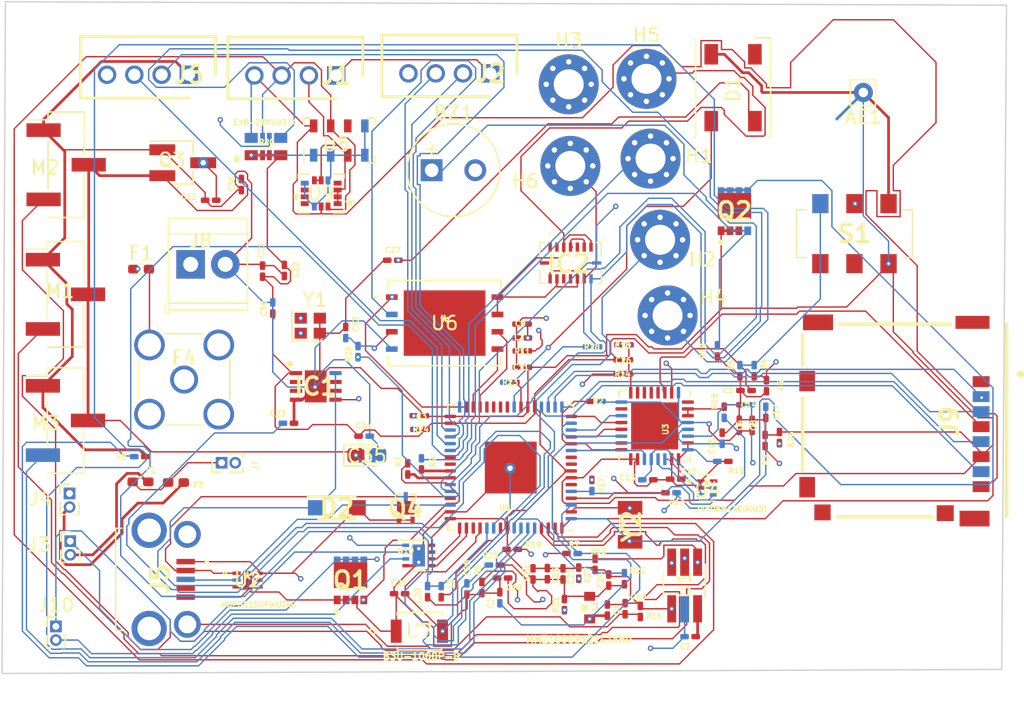
<source format=kicad_pcb>
(kicad_pcb (version 20211014) (generator pcbnew)
  (layers (0 "F.Cu" signal) (1 "In1.Cu" signal) (2 "In2.Cu" signal) (31 "B.Cu" signal) (34 "B.Paste" user) (35 "F.Paste" user) (36 "B.SilkS" user "B.Silkscreen") (37 "F.SilkS" user "F.Silkscreen") (38 "B.Mask" user) (39 "F.Mask" user) (44 "Edge.Cuts" user))
  (net 0 "")
  (net 1 "Net-(BZ1-Pad1)")
  (net 2 "BATT-")
  (net 3 "VDD")
  (net 4 "Net-(C3-Pad1)")
  (net 5 "Net-(C5-Pad1)")
  (net 6 "Net-(C6-Pad1)")
  (net 7 "Net-(C7-Pad1)")
  (net 8 "Net-(C7-Pad2)")
  (net 9 "Net-(C11-Pad1)")
  (net 10 "Net-(C9-Pad2)")
  (net 11 "Net-(C10-Pad2)")
  (net 12 "Net-(C13-Pad2)")
  (net 13 "Net-(C14-Pad1)")
  (net 14 "Net-(C15-Pad1)")
  (net 15 "Net-(C16-Pad1)")
  (net 16 "X1")
  (net 17 "X2")
  (net 18 "VDDANA")
  (net 19 "VDDCORE")
  (net 20 "Net-(C27-Pad2)")
  (net 21 "Net-(C28-Pad2)")
  (net 22 "RESET_MCU")
  (net 23 "+5V")
  (net 25 "Net-(D1-Pad3)")
  (net 26 "VBUS")
  (net 27 "BATT+")
  (net 28 "ARM+")
  (net 29 "Net-(F2-Pad2)")
  (net 30 "Net-(F3-Pad2)")
  (net 31 "Net-(F4-Pad1)")
  (net 32 "SWDIO")
  (net 33 "SWCLK")
  (net 34 "SWO")
  (net 37 "Net-(IC1-Pad5)")
  (net 42 "Net-(IC2-Pad4)")
  (net 44 "SCL1")
  (net 45 "SDA1")
  (net 49 "SDA2")
  (net 50 "SCL2")
  (net 51 "RX")
  (net 52 "TX")
  (net 53 "Net-(J3-Pad1)")
  (net 54 "Net-(J4-Pad1)")
  (net 55 "D-")
  (net 56 "D+")
  (net 58 "PA19")
  (net 59 "PA18")
  (net 61 "SS_SD")
  (net 62 "MOSI_SD")
  (net 63 "SCK_SD")
  (net 64 "MISO_SD")
  (net 66 "Net-(J10-Pad1)")
  (net 67 "Net-(J10-Pad2)")
  (net 68 "VSW")
  (net 69 "SER1")
  (net 70 "SER2")
  (net 71 "SER3")
  (net 72 "Net-(Q1-Pad4)")
  (net 74 "Net-(Q2-Pad4)")
  (net 76 "PYRO1")
  (net 77 "RDYN")
  (net 78 "SW+")
  (net 79 "SW-")
  (net 80 "PYRO1_DETECT")
  (net 81 "PYRO2")
  (net 82 "PYRO2_DETECT")
  (net 83 "Net-(R15-Pad2)")
  (net 84 "BATT_DETECT")
  (net 85 "SS_FLASH")
  (net 86 "LED1")
  (net 87 "BUZZ")
  (net 98 "SCK_BT")
  (net 99 "REQN")
  (net 100 "MOSI_BT")
  (net 101 "MISO_BT")
  (net 103 "RESET_BT")
  (net 104 "Net-(U3-Pad21)")
  (net 105 "Net-(U3-Pad22)")
  (net 110 "MISO_FLASH")
  (net 111 "MOSI_FLASH")
  (net 112 "SCK_FLASH")
  (net 122 "ROLL_IN1")
  (net 123 "ROLL_IN2")
  (footprint "Package_TO_SOT_SMD:TSOT-23-6_HandSoldering" (layer "F.Cu") (at 121.35 91.05 -90)
    (fp_text reference "U1")
    (fp_text value "AP63205WU")
  )
  (footprint "Capacitor_SMD:C_0201_0603Metric_Pad0.64x0.40mm_HandSolder" (layer "F.Cu") (at 125.35 79.3 90)
    (fp_text reference "C4")
    (fp_text value "0.1uF")
  )
  (footprint "Capacitor_SMD:C_0201_0603Metric_Pad0.64x0.40mm_HandSolder" (layer "F.Cu") (at 88.85 61.65 90)
    (fp_text reference "C36")
    (fp_text value "0.1uF")
  )
  (footprint "Capacitor_SMD:C_0201_0603Metric_Pad0.64x0.40mm_HandSolder" (layer "F.Cu") (at 101.8925 78.6)
    (fp_text reference "C3")
    (fp_text value "0.1uF")
  )
  (footprint "Resistor_SMD:R_0201_0603Metric_Pad0.64x0.40mm_HandSolder" (layer "F.Cu") (at 118.1 92.95 90)
    (fp_text reference "R16")
    (fp_text value "1M")
  )
  (footprint "CM7V32768TBQA020:CM7V32768TBQA020" (layer "F.Cu") (at 117.35 86.6 -90)
    (fp_text reference "Y2")
    (fp_text value "CM7V-T1A-32.768kHz-9pF-10PPM-TA-QC" hide)
  )
  (footprint "Resistor_SMD:R_0201_0603Metric_Pad0.64x0.40mm_HandSolder" (layer "F.Cu") (at 108.5325 76.15)
    (fp_text reference "R23")
    (fp_text value "470")
  )
  (footprint "Package_TO_SOT_SMD:SOT-23_Handsoldering" (layer "F.Cu") (at 84.55 60.05)
    (fp_text reference "Q3")
    (fp_text value "DMG2302U")
  )
  (footprint "B4B-PH-K-SLF_SN:B4B-PH-K-SLF_SN" (layer "F.Cu") (at 95.8 53.65)
    (fp_text reference "J1")
    (fp_text value "B4B-PH-K-S_LF__SN_" hide)
  )
  (footprint "Capacitor_SMD:C_0201_0603Metric_Pad0.64x0.40mm_HandSolder" (layer "F.Cu") (at 121.75 94.8 180)
    (fp_text reference "C7")
    (fp_text value "100nF")
  )
  (footprint "Capacitor_SMD:C_0201_0603Metric_Pad0.64x0.40mm_HandSolder" (layer "F.Cu") (at 99.95 67.2)
    (fp_text reference "C27")
    (fp_text value "1uF")
  )
  (footprint "Capacitor_Tantalum_SMD:CP_EIA-1608-08_AVX-J_Pad1.25x1.05mm_HandSolder" (layer "F.Cu") (at 98.05 81.5)
    (fp_text reference "C35")
    (fp_text value "10uF")
  )
  (footprint "NUP3115UPMUTAG:NUP3115UPMUTAG" (layer "F.Cu") (at 89.3 90.65)
    (fp_text reference "U2")
    (fp_text value "NUP3115UPMUTAG")
  )
  (footprint "Connector_PinHeader_2.54mm:PinHeader_1x03_P2.54mm_Vertical_SMD_Pin1Left" (layer "F.Cu") (at 76 60.2)
    (fp_text reference "M2")
    (fp_text value "Motor_Servo")
  )
  (footprint "Resistor_SMD:R_0201_0603Metric_Pad0.64x0.40mm_HandSolder" (layer "F.Cu") (at 127.25 80.4175 -90)
    (fp_text reference "R3")
    (fp_text value "22K")
  )
  (footprint "Connector_Coaxial:SMA_Amphenol_132134-11_Vertical" (layer "F.Cu") (at 84.65 75.95)
    (fp_text reference "F4")
    (fp_text value "Fuse_Small")
  )
  (footprint "Resistor_SMD:R_0201_0603Metric_Pad0.64x0.40mm_HandSolder" (layer "F.Cu") (at 97.4 73.9 90)
    (fp_text reference "R29")
    (fp_text value "R")
  )
  (footprint "Resistor_SMD:R_0201_0603Metric_Pad0.64x0.40mm_HandSolder" (layer "F.Cu") (at 114.7825 89.5 90)
    (fp_text reference "R12")
    (fp_text value "30.1K")
  )
  (footprint "Connector_PinHeader_2.54mm:PinHeader_1x03_P2.54mm_Vertical_SMD_Pin1Left" (layer "F.Cu") (at 75.95 69.7)
    (fp_text reference "M1")
    (fp_text value "Motor_Servo")
  )
  (footprint "Resistor_SMD:R_0201_0603Metric_Pad0.64x0.40mm_HandSolder" (layer "F.Cu") (at 101.05 82.5 90)
    (fp_text reference "R1")
    (fp_text value "1K")
  )
  (footprint "Connector_PinHeader_1.00mm:PinHeader_1x02_P1.00mm_Vertical" (layer "F.Cu") (at 75.25 94.05)
    (fp_text reference "J10")
    (fp_text value "ARM")
  )
  (footprint "Capacitor_SMD:C_0201_0603Metric_Pad0.64x0.40mm_HandSolder" (layer "F.Cu") (at 107.8 91.95 90)
    (fp_text reference "C2")
    (fp_text value "10uF")
  )
  (footprint "Capacitor_SMD:C_0201_0603Metric_Pad0.64x0.40mm_HandSolder" (layer "F.Cu") (at 127.3 78.35 90)
    (fp_text reference "C17")
    (fp_text value "22pF")
  )
  (footprint "2450BM14E0003T:2450BM14E0003T" (layer "F.Cu") (at 123 83.9)
    (fp_text reference "U4")
    (fp_text value "2450BM14E0003T")
  )
  (footprint "Resistor_SMD:R_0201_0603Metric_Pad0.64x0.40mm_HandSolder" (layer "F.Cu") (at 112.5325 92.45 90)
    (fp_text reference "R21")
    (fp_text value "4.7K")
  )
  (footprint "CLSB22B01T:CLSB22B01T" (layer "F.Cu") (at 133.8 65.25)
    (fp_text reference "S1")
    (fp_text value "CL-SB-22B-01T" hide)
  )
  (footprint "Resistor_SMD:R_0201_0603Metric_Pad0.64x0.40mm_HandSolder" (layer "F.Cu") (at 114.55 83.7175 -90)
    (fp_text reference "R17")
    (fp_text value "150K")
  )
  (footprint "Connector_Pin:Pin_D0.7mm_L6.5mm_W1.8mm_FlatFork" (layer "F.Cu") (at 134.45 54.9)
    (fp_text reference "AE1")
    (fp_text value "Antenna")
  )
  (footprint "Capacitor_SMD:C_0201_0603Metric_Pad0.64x0.40mm_HandSolder" (layer "F.Cu") (at 127.35 76.4 -90)
    (fp_text reference "C6")
    (fp_text value "10uF")
  )
  (footprint "Package_DFN_QFN:QFN-64-1EP_9x9mm_P0.5mm_EP3.8x3.8mm" (layer "F.Cu") (at 108.6 82.4 180)
    (fp_text reference "U8")
    (fp_text value "ATSAMD51J20A-M")
  )
  (footprint "Capacitor_SMD:C_0201_0603Metric_Pad0.64x0.40mm_HandSolder" (layer "F.Cu") (at 105.3825 91.3 90)
    (fp_text reference "C28")
    (fp_text value "10UF")
  )
  (footprint "Capacitor_SMD:C_0201_0603Metric_Pad0.64x0.40mm_HandSolder" (layer "F.Cu") (at 116.9825 92.75 90)
    (fp_text reference "C16")
    (fp_text value "2.2nF")
  )
  (footprint "Capacitor_SMD:C_0201_0603Metric_Pad0.64x0.40mm_HandSolder" (layer "F.Cu") (at 90.4 68 90)
    (fp_text reference "C31")
    (fp_text value "100nF")
  )
  (footprint "Connector_PinHeader_1.00mm:PinHeader_1x02_P1.00mm_Vertical" (layer "F.Cu") (at 87.4 82.05 90)
    (fp_text reference "J7")
    (fp_text value "ARM")
  )
  (footprint "Capacitor_SMD:C_0201_0603Metric_Pad0.64x0.40mm_HandSolder" (layer "F.Cu") (at 125.85 77.8 180)
    (fp_text reference "C14")
    (fp_text value "9pF")
  )
  (footprint "DMG3415UFY47:DMG3415UFY47" (layer "F.Cu") (at 100.9 85.35)
    (fp_text reference "Q4")
    (fp_text value "DMG3415UFY4Q-7" hide)
  )
  (footprint "MMZ1608B121CTAH0:MMZ1608B121CTAH0" (layer "F.Cu") (at 114.3825 92.6705 90)
    (fp_text reference "L1")
    (fp_text value "MMZ1608B121CTAH0")
  )
  (footprint "Package_LGA:LGA-8_3x5mm_P1.25mm" (layer "F.Cu") (at 96.025 58.425 90)
    (fp_text reference "U5")
    (fp_text value "MS5607-02BA")
  )
  (footprint "Connector_PinHeader_1.00mm:PinHeader_1x02_P1.00mm_Vertical" (layer "F.Cu") (at 76.25 84.3)
    (fp_text reference "J4")
    (fp_text value "ARM")
  )
  (footprint "Fuse:Fuse_0402_1005Metric_Pad0.77x0.64mm_HandSolder" (layer "F.Cu") (at 81.5 67.85)
    (fp_text reference "F1")
    (fp_text value "Fuse")
  )
  (footprint "Capacitor_SMD:C_0201_0603Metric_Pad0.64x0.40mm_HandSolder" (layer "F.Cu") (at 125.85 76.75 180)
    (fp_text reference "C5")
    (fp_text value "33nF")
  )
  (footprint "Resistor_SMD:R_0201_0603Metric_Pad0.64x0.40mm_HandSolder" (layer "F.Cu") (at 108.7 88.4)
    (fp_text reference "R19")
    (fp_text value "4.7K")
  )
  (footprint "Capacitor_SMD:C_0201_0603Metric_Pad0.64x0.40mm_HandSolder" (layer "F.Cu") (at 100.45 91.65)
    (fp_text reference "C29")
    (fp_text value "C")
  )
  (footprint "Resistor_SMD:R_0201_0603Metric_Pad0.64x0.40mm_HandSolder" (layer "F.Cu") (at 124.25 78.35 90)
    (fp_text reference "R18")
    (fp_text value "47K")
  )
  (footprint "5031821852:5031821852" (layer "F.Cu") (at 142.457955 78.95 -90)
    (fp_text reference "J9")
    (fp_text value "503182-1852" hide)
  )
  (footprint "Crystal:Crystal_SMD_2016-4Pin_2.0x1.6mm" (layer "F.Cu") (at 93.9 72)
    (fp_text reference "Y1")
    (fp_text value "Crystal_GND23_Small")
  )
  (footprint "Resistor_SMD:R_0201_0603Metric_Pad0.64x0.40mm_HandSolder" (layer "F.Cu") (at 128.3 80.2 90)
    (fp_text reference "R26")
    (fp_text value "1K")
  )
  (footprint "Capacitor_SMD:C_0201_0603Metric_Pad0.64x0.40mm_HandSolder" (layer "F.Cu") (at 116.85 74.5)
    (fp_text reference "C26")
    (fp_text value "1UF")
  )
  (footprint "Resistor_SMD:R_0201_0603Metric_Pad0.64x0.40mm_HandSolder" (layer "F.Cu") (at 116.9325 90.55 90)
    (fp_text reference "R22")
    (fp_text value "1K")
  )
  (footprint "B3U-1000P-B:B3U-1000P-B" (layer "F.Cu") (at 101.9 94.4)
    (fp_text reference "U7")
    (fp_text value "B3U-1000P-B")
  )
  (footprint "B4B-PH-K-SLF_SN:B4B-PH-K-SLF_SN" (layer "F.Cu") (at 85 53.6)
    (fp_text reference "J6")
    (fp_text value "B4B-PH-K-S_LF__SN_" hide)
  )
  (footprint "BMI088:BMI088" (layer "F.Cu") (at 112.985 67.4)
    (fp_text reference "IC2")
    (fp_text value "BMI088" hide)
  )
  (footprint "Capacitor_SMD:C_0201_0603Metric_Pad0.64x0.40mm_HandSolder" (layer "F.Cu") (at 92.3 79.15)
    (fp_text reference "C23")
    (fp_text value "10UF")
  )
  (footprint "Inductor_SMD:L_0201_0603Metric_Pad0.64x0.40mm_HandSolder" (layer "F.Cu") (at 103.5 91.5 90)
    (fp_text reference "L3")
    (fp_text value "10UH")
  )
  (footprint "CSD17575Q3T:CSD17575Q3T" (layer "F.Cu") (at 125 63.6)
    (fp_text reference "Q2")
    (fp_text value "CSD17575Q3T" hide)
  )
  (footprint "Capacitor_SMD:C_0201_0603Metric_Pad0.64x0.40mm_HandSolder" (layer "F.Cu") (at 108 90.5 180)
    (fp_text reference "C19")
    (fp_text value "100nF")
  )
  (footprint "Capacitor_SMD:C_0201_0603Metric_Pad0.64x0.40mm_HandSolder" (layer "F.Cu") (at 118.65 83.3 180)
    (fp_text reference "C13")
    (fp_text value "2.2nF")
  )
  (footprint "Resistor_SMD:R_0201_0603Metric_Pad0.64x0.40mm_HandSolder" (layer "F.Cu") (at 101.95 79.6)
    (fp_text reference "R24")
    (fp_text value "1K")
  )
  (footprint "Capacitor_SMD:C_0201_0603Metric_Pad0.64x0.40mm_HandSolder" (layer "F.Cu") (at 115.6825 92.85 90)
    (fp_text reference "C1")
    (fp_text value "4.7uF")
  )
  (footprint "Connector_PinHeader_2.54mm:PinHeader_1x03_P2.54mm_Vertical_SMD_Pin1Left" (layer "F.Cu") (at 75.95 78.95)
    (fp_text reference "M3")
    (fp_text value "Motor_Servo")
  )
  (footprint "Capacitor_SMD:C_0201_0603Metric_Pad0.64x0.40mm_HandSolder" (layer "F.Cu") (at 102.5 91.5 -90)
    (fp_text reference "C20")
    (fp_text value "1UF")
  )
  (footprint "MountingHole:MountingHole_2.2mm_M2_Pad_Via" (layer "F.Cu") (at 118.85 59.75)
    (fp_text reference "H1")
    (fp_text value "SWDIO")
  )
  (footprint "Buzzer_Beeper:MagneticBuzzer_Kingstate_KCG0601" (layer "F.Cu") (at 102.8 60.6)
    (fp_text reference "BZ1")
    (fp_text value "Buzzer")
  )
  (footprint "Capacitor_SMD:C_0201_0603Metric_Pad0.64x0.40mm_HandSolder" (layer "F.Cu") (at 124.1 80.25 90)
    (fp_text reference "C15")
    (fp_text value "9pF")
  )
  (footprint "MountingHole:MountingHole_2.2mm_M2_Pad_Via" (layer "F.Cu") (at 120.1 71.25)
    (fp_text reference "H4")
    (fp_text value "SWO")
  )
  (footprint "Resistor_SMD:R_0201_0603Metric_Pad0.64x0.40mm_HandSolder" (layer "F.Cu") (at 113.1 88.7)
    (fp_text reference "R7")
    (fp_text value "150K")
  )
  (footprint "EXB-28V103JX:EXB-28V103JX" (layer "F.Cu") (at 90.65 58.865 90)
    (fp_text reference "R20")
    (fp_text value "EXB-28V103JX")
  )
  (footprint "Resistor_SMD:R_0201_0603Metric_Pad0.64x0.40mm_HandSolder" (layer "F.Cu") (at 125.4 75.3 90)
    (fp_text reference "R5")
    (fp_text value "47K")
  )
  (footprint "Capacitor_SMD:C_0201_0603Metric_Pad0.64x0.40mm_HandSolder" (layer "F.Cu") (at 115.7825 90.65 90)
    (fp_text reference "C24")
    (fp_text value "10UF")
  )
  (footprint "SST26VF064B-104IMN:SST26VF064B-104IMN" (layer "F.Cu") (at 103.75 71.8089)
    (fp_text reference "U6")
    (fp_text value "SST26VF064B-104I/MN" hide)
  )
  (footprint "CSD17575Q3T:CSD17575Q3T" (layer "F.Cu") (at 96.85 90.674022)
    (fp_text reference "Q1")
    (fp_text value "CSD17575Q3T" hide)
  )
  (footprint "Capacitor_SMD:C_0201_0603Metric_Pad0.64x0.40mm_HandSolder" (layer "F.Cu") (at 91.15 70.7 -90)
    (fp_text reference "C30")
    (fp_text value "100nF")
  )
  (footprint "Resistor_SMD:R_0201_0603Metric_Pad0.64x0.40mm_HandSolder" (layer "F.Cu") (at 116.85 75.55)
    (fp_text reference "R14")
    (fp_text value "47K")
  )
  (footprint "Package_SON:WSON-8-1EP_2x2mm_P0.5mm_EP0.9x1.6mm_ThermalVias" (layer "F.Cu") (at 101.85 88.85)
    (fp_text reference "U10")
    (fp_text value "DRV8837")
  )
  (footprint "Resistor_SMD:R_0201_0603Metric_Pad0.64x0.40mm_HandSolder" (layer "F.Cu") (at 102.05 82.1325 90)
    (fp_text reference "R9")
    (fp_text value "1K")
  )
  (footprint "Capacitor_SMD:C_0201_0603Metric_Pad0.64x0.40mm_HandSolder" (layer "F.Cu") (at 110.2325 90.2 90)
    (fp_text reference "C22")
    (fp_text value "1UF")
  )
  (footprint "LED_SMD:LED_SK6812_PLCC4_5.0x5.0mm_P3.2mm" (layer "F.Cu") (at 124.9 54.55 90)
    (fp_text reference "D1")
    (fp_text value "SK6812MINI")
  )
  (footprint "Capacitor_SMD:C_0201_0603Metric_Pad0.64x0.40mm_HandSolder" (layer "F.Cu") (at 97.85 80.1)
    (fp_text reference "C34")
    (fp_text value "100nF")
  )
  (footprint "Capacitor_SMD:C_0201_0603Metric_Pad0.64x0.40mm_HandSolder" (layer "F.Cu") (at 92 67.95 90)
    (fp_text reference "C32")
    (fp_text value "100nF")
  )
  (footprint "Connector_PinHeader_1.00mm:PinHeader_1x02_P1.00mm_Vertical" (layer "F.Cu") (at 76.3 87.8)
    (fp_text reference "J3")
    (fp_text value "ARM")
  )
  (footprint "Capacitor_SMD:C_0201_0603Metric_Pad0.64x0.40mm_HandSolder" (layer "F.Cu") (at 109.43 71.88)
    (fp_text reference "C9")
    (fp_text value "47pF")
  )
  (footprint "Capacitor_SMD:C_0201_0603Metric_Pad0.64x0.40mm_HandSolder" (layer "F.Cu") (at 96.5 72.5 90)
    (fp_text reference "C33")
    (fp_text value "0.1uF")
  )
  (footprint "MountingHole:MountingHole_2.2mm_M2_Pad_Via" (layer "F.Cu") (at 118.55 53.9)
    (fp_text reference "H5")
    (fp_text value "3.3")
  )
  (footprint "MountingHole:MountingHole_2.2mm_M2_Pad_Via" (layer "F.Cu") (at 119.55 65.7)
    (fp_text reference "H2")
    (fp_text value "SWCLK")
  )
  (footprint "Capacitor_SMD:C_0201_0603Metric_Pad0.64x0.40mm_HandSolder" (layer "F.Cu") (at 116.9 73.4)
    (fp_text reference "C18")
    (fp_text value "22pF")
  )
  (footprint "AP7361C-33FGE-7:AP7361C-33FGE-7" (layer "F.Cu") (at 94.3 76.45)
    (fp_text reference "IC1")
    (fp_text value "AP7361C-33FGE-7" hide)
  )
  (footprint "Inductor_SMD:L_0201_0603Metric_Pad0.64x0.40mm_HandSolder" (layer "F.Cu") (at 109.45 73.85)
    (fp_text reference "L2")
    (fp_text value "6.8uH")
  )
  (footprint "TerminalBlock_TE-Connectivity:TerminalBlock_TE_282834-2_1x02_P2.54mm_Horizontal" (layer "F.Cu") (at 85.13 67.5)
    (fp_text reference "J8")
    (fp_text value "BATT")
  )
  (footprint "Capacitor_SMD:C_0201_0603Metric_Pad0.64x0.40mm_HandSolder" (layer "F.Cu") (at 126.3 79.31 90)
    (fp_text reference "C8")
    (fp_text value "0.1uF")
  )
  (footprint "MountingHole:MountingHole_2.2mm_M2_Pad_Via" (layer "F.Cu") (at 112.966726 60.283274)
    (fp_text reference "H6")
    (fp_text value "GND")
  )
  (footprint "Capacitor_SMD:C_0201_0603Metric_Pad0.64x0.40mm_HandSolder" (layer "F.Cu") (at 112.4325 90.2 90)
    (fp_text reference "C21")
    (fp_text value "10UF")
  )
  (footprint "Capacitor_SMD:C_0201_0603Metric_Pad0.64x0.40mm_HandSolder" (layer "F.Cu") (at 86.6 62.8 180)
    (fp_text reference "C12")
    (fp_text value "22uF")
  )
  (footprint "Resistor_SMD:R_0201_0603Metric_Pad0.64x0.40mm_HandSolder" (layer "F.Cu") (at 81.4 81.6)
    (fp_text reference "R8")
    (fp_text value "47K")
  )
  (footprint "Resistor_SMD:R_0201_0603Metric_Pad0.64x0.40mm_HandSolder" (layer "F.Cu") (at 114.85 77.55)
    (fp_text reference "R2")
    (fp_text value "10K")
  )
  (footprint "Resistor_SMD:R_0201_0603Metric_Pad0.64x0.40mm_HandSolder" (layer "F.Cu") (at 124.15 81.95 180)
    (fp_text reference "R15")
    (fp_text value "22K")
  )
  (footprint "Resistor_SMD:R_0201_0603Metric_Pad0.64x0.40mm_HandSolder" (layer "F.Cu") (at 107.4 89.55)
    (fp_text reference "R25")
    (fp_text value "10K")
  )
  (footprint "Resistor_SMD:R_0201_0603Metric_Pad0.64x0.40mm_HandSolder" (layer "F.Cu") (at 126.45 75.3 -90)
    (fp_text reference "R4")
    (fp_text value "10K")
  )
  (footprint "B4B-PH-K-SLF_SN:B4B-PH-K-SLF_SN" (layer "F.Cu") (at 107.1 53.5)
    (fp_text reference "J2")
    (fp_text value "B4B-PH-K-S_LF__SN_" hide)
  )
  (footprint "Resistor_SMD:R_0201_0603Metric_Pad0.64x0.40mm_HandSolder" (layer "F.Cu") (at 120.35 84.25 180)
    (fp_text reference "R13")
    (fp_text value "150K")
  )
  (footprint "MBR120LSFT3G:MBR120LSFT3G" (layer "F.Cu") (at 95.85 85.35)
    (fp_text reference "D2")
    (fp_text value "MBR120LSFT3G" hide)
  )
  (footprint "Resistor_SMD:R_0201_0603Metric_Pad0.64x0.40mm_HandSolder" (layer "F.Cu") (at 114.6 73.55 180)
    (fp_text reference "R28")
    (fp_text value "470")
  )
  (footprint "Capacitor_SMD:C_0201_0603Metric_Pad0.64x0.40mm_HandSolder" (layer "F.Cu") (at 120.7 83.25)
    (fp_text reference "C10")
    (fp_text value "1nF")
  )
  (footprint "Capacitor_SMD:C_0201_0603Metric_Pad0.64x0.40mm_HandSolder" (layer "F.Cu") (at 109.45 75.05)
    (fp_text reference "C11")
    (fp_text value "22uF")
  )
  (footprint "Resistor_SMD:R_0201_0603Metric_Pad0.64x0.40mm_HandSolder" (layer "F.Cu") (at 109.45 72.9 180)
    (fp_text reference "R11")
    (fp_text value "158K")
  )
  (footprint "Resistor_SMD:R_0201_0603Metric_Pad0.64x0.40mm_HandSolder" (layer "F.Cu") (at 123.75 73.85 90)
    (fp_text reference "R10")
    (fp_text value "22K")
  )
  (footprint "Fuse:Fuse_0402_1005Metric_Pad0.77x0.64mm_HandSolder" (layer "F.Cu") (at 81.45 83.45)
    (fp_text reference "F2")
    (fp_text value "Fuse")
  )
  (footprint "MountingHole:MountingHole_2.2mm_M2_Pad_Via" (layer "F.Cu") (at 112.85 54.3)
    (fp_text reference "H3")
    (fp_text value "RST")
  )
  (footprint "Resistor_SMD:R_0201_0603Metric_Pad0.64x0.40mm_HandSolder" (layer "F.Cu") (at 106.4825 91.2 90)
    (fp_text reference "R6")
    (fp_text value "47K")
  )
  (footprint "KMMXBSMT35SB30TR:KMMXBSMT35SB30TR" (layer "F.Cu") (at 82.087 90.6 -90)
    (fp_text reference "J5")
    (fp_text value "KMMX-BSMT35S-B30TR" hide)
  )
  (footprint "ISM330DHCXTR:ISM330DHCXTR" (layer "F.Cu") (at 94.7 62.3 180)
    (fp_text reference "U9")
    (fp_text value "ISM330DHCXTR" hide)
  )
  (footprint "Package_DFN_QFN:QFN-32-1EP_5x5mm_P0.5mm_EP3.45x3.45mm" (layer "F.Cu") (at 119.15 79.35 -90)
    (fp_text reference "U3")
    (fp_text value "nRF8001")
  )
  (footprint "Fuse:Fuse_0402_1005Metric_Pad0.77x0.64mm_HandSolder" (layer "F.Cu") (at 84.05 83.5)
    (fp_text reference "F3")
    (fp_text value "Fuse")
  )
  (footprint "Resistor_SMD:R_0201_0603Metric_Pad0.64x0.40mm_HandSolder" (layer "F.Cu") (at 113.5825 90.1425 90)
    (fp_text reference "R27")
    (fp_text value "100K")
  )
  (footprint "Capacitor_SMD:C_0201_0603Metric_Pad0.64x0.40mm_HandSolder" (layer "F.Cu") (at 111.2825 90.1825 90)
    (fp_text reference "C25")
    (fp_text value "1UF")
  )
  (gr_line (start 71.3 97.5) (end 71.55 48.25) (layer "Edge.Cuts") (width 0.1))
  (gr_line (start 144.6 97.2) (end 71.3 97.5) (layer "Edge.Cuts") (width 0.1))
  (gr_line (start 144.95 48.5) (end 144.6 97.2) (layer "Edge.Cuts") (width 0.1))
  (gr_line (start 71.55 48.25) (end 144.95 48.5) (layer "Edge.Cuts") (width 0.1))
  (via (at 128.3 80.65) (size 0.4) (drill 0.2) (layers "F.Cu" "B.Cu") (net 1))
  (segment (start 116.599511 66.662011) (end 115.487011 67.774511) (width 0.1) (layer "B.Cu") (net 1))
  (segment (start 122.926467 62.576467) (end 122.926468 62.757634) (width 0.1) (layer "B.Cu") (net 1))
  (segment (start 121.299511 58.699511) (end 121.299511 60.949511) (width 0.1) (layer "B.Cu") (net 1))
  (segment (start 113.95 68.25) (end 113.95 72.4925) (width 0.1) (layer "B.Cu") (net 1))
  (segment (start 122.85 73.354295) (end 122.85 65.112295) (width 0.1) (layer "B.Cu") (net 1))
  (segment (start 115.487011 67.774511) (end 115.325489 67.774511) (width 0.1) (layer "B.Cu") (net 1))
  (segment (start 115.325489 67.774511) (end 115.25 67.85) (width 0.1) (layer "B.Cu") (net 1))
  (segment (start 106.899511 57.300489) (end 119.900489 57.300489) (width 0.1) (layer "B.Cu") (net 1))
  (segment (start 113.9 68.2) (end 113.95 68.25) (width 0.1) (layer "B.Cu") (net 1))
  (segment (start 120.393853 62.656148) (end 118.706148 62.656148) (width 0.1) (layer "B.Cu") (net 1))
  (segment (start 114.25 67.85) (end 113.9 68.2) (width 0.1) (layer "B.Cu") (net 1))
  (segment (start 116.599511 64.762784) (end 116.599511 66.662011) (width 0.1) (layer "B.Cu") (net 1))
  (segment (start 123.545705 74.05) (end 122.85 73.354295) (width 0.1) (layer "B.Cu") (net 1))
  (segment (start 122.926468 62.757634) (end 124.639323 64.470489) (width 0.1) (layer "B.Cu") (net 1))
  (segment (start 126.6 71.404295) (end 123.954295 74.05) (width 0.1) (layer "B.Cu") (net 1))
  (segment (start 113.95 72.4925) (end 115.0075 73.55) (width 0.1) (layer "B.Cu") (net 1))
  (segment (start 126.6 64.7) (end 126.6 71.404295) (width 0.1) (layer "B.Cu") (net 1))
  (segment (start 124.639323 64.470489) (end 126.370489 64.470489) (width 0.1) (layer "B.Cu") (net 1))
  (segment (start 118.706148 62.656148) (end 116.599511 64.762784) (width 0.1) (layer "B.Cu") (net 1))
  (segment (start 119.900489 57.300489) (end 121.299511 58.699511) (width 0.1) (layer "B.Cu") (net 1))
  (segment (start 121.299511 60.949511) (end 122.926467 62.576467) (width 0.1) (layer "B.Cu") (net 1))
  (segment (start 102.8 60.6) (end 103.6 60.6) (width 0.1) (layer "B.Cu") (net 1))
  (segment (start 123.954295 74.05) (end 123.545705 74.05) (width 0.1) (layer "B.Cu") (net 1))
  (segment (start 122.85 65.112295) (end 120.393853 62.656148) (width 0.1) (layer "B.Cu") (net 1))
  (segment (start 126.370489 64.470489) (end 126.6 64.7) (width 0.1) (layer "B.Cu") (net 1))
  (segment (start 103.6 60.6) (end 106.899511 57.300489) (width 0.1) (layer "B.Cu") (net 1))
  (segment (start 115.25 67.85) (end 114.25 67.85) (width 0.1) (layer "B.Cu") (net 1))
  (segment (start 94.875489 58.074511) (end 94.875489 56.675489) (width 0.1) (layer "F.Cu") (net 2))
  (segment (start 93.325 77.425) (end 94.25 76.5) (width 0.2) (layer "F.Cu") (net 2))
  (segment (start 97.325489 92.259511) (end 97.325489 92.673533) (width 0.1) (layer "F.Cu") (net 2))
  (segment (start 94.199874 61.3413) (end 94.7 61.3413) (width 0.1) (layer "F.Cu") (net 2))
  (segment (start 109.8575 75.05) (end 109.8575 77.955) (width 0.1) (layer "F.Cu") (net 2))
  (segment (start 86.1925 62.2425) (end 83.05 59.1) (width 0.1) (layer "F.Cu") (net 2))
  (segment (start 114.859511 62.176059) (end 112.966726 60.283274) (width 0.1) (layer "F.Cu") (net 2))
  (segment (start 118.60798 83.74952) (end 119.0575 83.3) (width 0.1) (layer "F.Cu") (net 2))
  (segment (start 95.9065 62.049937) (end 96.119895 62.049937) (width 0.1) (layer "F.Cu") (net 2))
  (segment (start 115.6825 92.4425) (end 116.8825 92.4425) (width 0.1) (layer "F.Cu") (net 2))
  (segment (start 122.549511 72.264609) (end 124.025 70.78912) (width 0.1) (layer "F.Cu") (net 2))
  (segment (start 93.8 55.6) (end 93.8 53.65) (width 0.1) (layer "F.Cu") (net 2))
  (segment (start 92.7075 77.5675) (end 92.85 77.425) (width 0.2) (layer "F.Cu") (net 2))
  (segment (start 114.61 89.735) (end 114.7825 89.9075) (width 0.1) (layer "F.Cu") (net 2))
  (segment (start 114.859511 67.690489) (end 114.859511 62.176059) (width 0.1) (layer "F.Cu") (net 2))
  (segment (start 99.3 67.2) (end 96.5 70) (width 0.1) (layer "F.Cu") (net 2))
  (segment (start 90.4 67.5925) (end 90.3075 67.5) (width 0.1) (layer "F.Cu") (net 2))
  (segment (start 124.4 79.8425) (end 125.35 78.8925) (width 0.1) (layer "F.Cu") (net 2))
  (segment (start 112.37548 83.458258) (end 112.37548 84.841742) (width 0.1) (layer "F.Cu") (net 2))
  (segment (start 108.6 82.4) (end 108.363027 82.4) (width 0.2) (layer "F.Cu") (net 2))
  (segment (start 105.292011 92.857989) (end 105.4 92.75) (width 0.1) (layer "F.Cu") (net 2))
  (segment (start 88.85 62.0575) (end 88.40048 61.60798) (width 0.1) (layer "F.Cu") (net 2))
  (segment (start 86.645225 63.24952) (end 86.195705 62.8) (width 0.1) (layer "F.Cu") (net 2))
  (segment (start 126.05 83.75) (end 128.598933 83.75) (width 0.1) (layer "F.Cu") (net 2))
  (segment (start 125.4 75.7075) (end 125.2 75.5075) (width 0.1) (layer "F.Cu") (net 2))
  (segment (start 117.38202 90.595225) (end 117.38202 91.82452) (width 0.1) (layer "F.Cu") (net 2))
  (segment (start 74.295 67.16) (end 76.050489 68.915489) (width 0.2) (layer "F.Cu") (net 2))
  (segment (start 136.3 56.75) (end 134.45 54.9) (width 0.2) (layer "F.Cu") (net 2))
  (segment (start 106.4825 91.6075) (end 107.735 91.6075) (width 0.1) (layer "F.Cu") (net 2))
  (segment (start 124.5575 81.95) (end 124.5575 82.017506) (width 0.2) (layer "F.Cu") (net 2))
  (segment (start 119.200489 84.600489) (end 119.4 84.8) (width 0.1) (layer "F.Cu") (net 2))
  (segment (start 117.793841 72.65096) (end 117.969295 72.826415) (width 0.1) (layer "F.Cu") (net 2))
  (segment (start 105.4 91.725) (end 105.3825 91.7075) (width 0.1) (layer "F.Cu") (net 2))
  (segment (start 119.085378 73.699511) (end 121.114622 73.699511) (width 0.1) (layer "F.Cu") (net 2))
  (segment (start 112.683738 83.15) (end 112.37548 83.458258) (width 0.1) (layer "F.Cu") (net 2))
  (segment (start 136.65 72.45) (end 136.65 67.8) (width 0.1) (layer "F.Cu") (net 2))
  (segment (start 104.249513 95.499511) (end 104.249513 93.726915) (width 0.1) (layer "F.Cu") (net 2))
  (segment (start 127.25 78.8075) (end 127.25 80.01) (width 0.1) (layer "F.Cu") (net 2))
  (segment (start 107.58 90.51) (end 107.5825 90.51) (width 0.1) (layer "F.Cu") (net 2))
  (segment (start 124.59952 81.90798) (end 124.5575 81.95) (width 0.2) (layer "F.Cu") (net 2))
  (segment (start 104.1625 85.65) (end 105.35 85.65) (width 0.1) (layer "F.Cu") (net 2))
  (segment (start 89.545789 91.52651) (end 91.597076 91.52651) (width 0.1) (layer "F.Cu") (net 2))
  (segment (start 76.449511 70.805228) (end 76.449511 74.255489) (width 0.2) (layer "F.Cu") (net 2))
  (segment (start 113.5825 89.735) (end 114.61 89.735) (width 0.1) (layer "F.Cu") (net 2))
  (segment (start 89.6 65.57) (end 87.67 67.5) (width 0.1) (layer "F.Cu") (net 2))
  (segment (start 74.345 57.66) (end 74.345 56.876832) (width 0.2) (layer "F.Cu") (net 2))
  (segment (start 107.8 90.7075) (end 107.8 91.5425) (width 0.1) (layer "F.Cu") (net 2))
  (segment (start 94.7 61.3413) (end 94.7 58.950978) (width 0.1) (layer "F.Cu") (net 2))
  (segment (start 95.224511 58.074511) (end 94.875489 58.074511) (width 0.1) (layer "F.Cu") (net 2))
  (segment (start 136.3 67.55) (end 136.3 67.45) (width 0.1) (layer "F.Cu") (net 2))
  (segment (start 117.30375 73.40375) (end 117.3075 73.4) (width 0.1) (layer "F.Cu") (net 2))
  (segment (start 119.4 84.8) (end 125 84.8) (width 0.1) (layer "F.Cu") (net 2))
  (segment (start 115.62596 72.65096) (end 117.793841 72.65096) (width 0.1) (layer "F.Cu") (net 2))
  (segment (start 141.5925 79.7925) (end 128.3 79.7925) (width 0.1) (layer "F.Cu") (net 2))
  (segment (start 125.4425 76.75) (end 125.4425 76.817506) (width 0.2) (layer "F.Cu") (net 2))
  (segment (start 94.7 58.950978) (end 94.875489 58.775489) (width 0.1) (layer "F.Cu") (net 2))
  (segment (start 112.37548 84.841742) (end 112.558258 85.02452) (width 0.1) (layer "F.Cu") (net 2))
  (segment (start 127.066877 54.9) (end 134.45 54.9) (width 0.2) (layer "F.Cu") (net 2))
  (segment (start 104.1625 78.65) (end 104.18702 78.67452) (width 0.2) (layer "F.Cu") (net 2))
  (segment (start 121.5875 78.1) (end 124.0925 78.1) (width 0.1) (layer "F.Cu") (net 2))
  (segment (start 94.875489 58.775489) (end 95.925489 58.775489) (width 0.1) (layer "F.Cu") (net 2))
  (segment (start 120.2925 83.25) (end 120.74202 83.69952) (width 0.1) (layer "F.Cu") (net 2))
  (segment (start 128.598933 83.75) (end 129.508444 82.840489) (width 0.1) (layer "F.Cu") (net 2))
  (segment (start 94.6 76.15) (end 94.25 76.5) (width 0.1) (layer "F.Cu") (net 2))
  (segment (start 122.549511 72.264622) (end 122.549511 72.264609) (width 0.1) (layer "F.Cu") (net 2))
  (segment (start 75.899511 65.555489) (end 74.295 67.16) (width 0.2) (layer "F.Cu") (net 2))
  (segment (start 95.299511 75.075489) (end 94.3 76.075) (width 0.1) (layer "F.Cu") (net 2))
  (segment (start 127.155 78.9025) (end 127.3 78.7575) (width 0.1) (layer "F.Cu") (net 2))
  (segment (start 120.2925 83.25) (end 120.2925 83.317506) (width 0.2) (layer "F.Cu") (net 2))
  (segment (start 105.118439 92.857989) (end 105.292011 92.857989) (width 0.1) (layer "F.Cu") (net 2))
  (segment (start 114.7825 89.9075) (end 115.4475 89.9075) (width 0.1) (layer "F.Cu") (net 2))
  (segment (start 102.5 91.9075) (end 103.06702 92.47452) (width 0.1) (layer "F.Cu") (net 2))
  (segment (start 115.93048 90.39048) (end 117.177275 90.39048) (width 0.1) (layer "F.Cu") (net 2))
  (segment (start 116.8825 92.4425) (end 116.9825 92.3425) (width 0.1) (layer "F.Cu") (net 2))
  (segment (start 116.9825 92.3425) (end 117.9 92.3425) (width 0.1) (layer "F.Cu") (net 2))
  (segment (start 74.345 56.876832) (end 78.596343 52.625489) (width 0.2) (layer "F.Cu") (net 2))
  (segment (start 100.299511 76.599511) (end 99.099511 76.599511) (width 0.1) (layer "F.Cu") (net 2))
  (segment (start 89.29952 61.266926) (end 89.599031 61.566437) (width 0.1) (layer "F.Cu") (net 2))
  (segment (start 124.1 79.8425) (end 124.4 79.8425) (width 0.1) (layer "F.Cu") (net 2))
  (segment (start 101.6 89.6) (end 101.85 89.35) (width 0.2) (layer "F.Cu") (net 2))
  (segment (start 119.0575 83.3) (end 120.2425 83.3) (width 0.1) (layer "F.Cu") (net 2))
  (segment (start 114.410999 60.283274) (end 112.966726 60.283274) (width 0.2) (layer "F.Cu") (net 2))
  (segment (start 94.6 72.55) (end 94.6 76.15) (width 0.1) (layer "F.Cu") (net 2))
  (segment (start 138.100489 73.988948) (end 138.100489 73.900489) (width 0.1) (layer "F.Cu") (net 2))
  (segment (start 143.087955 81.6) (end 143.087955 81.287955) (width 0.1) (layer "F.Cu") (net 2))
  (segment (start 129.508444 82.840489) (end 141.847466 82.840489) (width 0.1) (layer "F.Cu") (net 2))
  (segment (start 121.114622 73.699511) (end 122.549511 72.264622) (width 0.1) (layer "F.Cu") (net 2))
  (segment (start 81.375486 81.10048) (end 77.401458 81.10048) (width 0.2) (layer "F.Cu") (net 2))
  (segment (start 117.67548 83.544775) (end 117.880225 83.74952) (width 0.1) (layer "F.Cu") (net 2))
  (segment (start 117.4 76.9125) (end 117.4 75.6925) (width 0.1) (layer "F.Cu") (net 2))
  (segment (start 89.3 90.65) (end 89.3 91.3977) (width 0.1) (layer "F.Cu") (net 2))
  (segment (start 129.654383 70.630978) (end 133.219022 70.630978) (width 0.1) (layer "F.Cu") (net 2))
  (segment (start 128.0825 80.01) (end 128.3 79.7925) (width 0.1) (layer "F.Cu") (net 2))
  (segment (start 125.35 78.8925) (end 126.29 78.8925) (width 0.1) (layer "F.Cu") (net 2))
  (segment (start 117.9 81.7875) (end 117.4 81.7875) (width 0.1) (layer "F.Cu") (net 2))
  (segment (start 115.825969 85.02452) (end 116.25 84.600489) (width 0.1) (layer "F.Cu") (net 2))
  (segment (start 123.9 70.9) (end 124.081297 70.718703) (width 0.1) (layer "F.Cu") (net 2))
  (segment (start 104.249513 93.726915) (end 105.118439 92.857989) (width 0.1) (layer "F.Cu") (net 2))
  (segment (start 120.74202 83.69952) (end 122.32962 83.69952) (width 0.1) (layer "F.Cu") (net 2))
  (segment (start 96.0425 72.55) (end 96.5 72.0925) (width 0.1) (layer "F.Cu") (net 2))
  (segment (start 120.4 81.7875) (end 120.4 83.1425) (width 0.1) (layer "F.Cu") (net 2))
  (segment (start 90.4 67.5925) (end 91.235 67.5925) (width 0.1) (layer "F.Cu") (net 2))
  (segment (start 91.235 67.5925) (end 92 68.3575) (width 0.1) (layer "F.Cu") (net 2))
  (segment (start 121.5875 78.6) (end 121.5875 78.1) (width 0.1) (layer "F.Cu") (net 2))
  (segment (start 118.3175 92.76) (end 120.4 92.76) (width 0.1) (layer "F.Cu") (net 2))
  (segment (start 126.039457 53.449022) (end 126.998043 54.407608) (width 0.2) (layer "F.Cu") (net 2))
  (segment (start 99.5425 67.2) (end 99.3 67.2) (width 0.1) (layer "F.Cu") (net 2))
  (segment (start 100.199998 92.600002) (end 100.199998 92.542502) (width 0.1) (layer "F.Cu") (net 2))
  (segment (start 77.401458 81.10048) (end 74.295 77.994022) (width 0.2) (layer "F.Cu") (net 2))
  (segment (start 124.0925 78.1) (end 124.25 77.9425) (width 0.1) (layer "F.Cu") (net 2))
  (segment (start 118.936845 73.550978) (end 119.085378 73.699511) (width 0.1) (layer "F.Cu") (net 2))
  (segment (start 142.86203 78.750489) (end 138.100489 73.988948) (width 0.1) (layer "F.Cu") (net 2))
  (segment (start 125.2 75.5075) (end 125 75.5075) (width 0.1) (layer "F.Cu") (net 2))
  (segment (start 96.65 59.5) (end 95.224511 58.074511) (width 0.1) (layer "F.Cu") (net 2))
  (segment (start 94.6 71.45) (end 94.6 72.55) (width 0.1) (layer "F.Cu") (net 2))
  (segment (start 75.785 59.1) (end 74.345 57.66) (width 0.1) (layer "F.Cu") (net 2))
  (segment (start 102.199022 88.000978) (end 101.85 88.35) (width 0.1) (layer "F.Cu") (net 2))
  (segment (start 112.4325 89.7925) (end 113.525 89.7925) (width 0.1) (layer "F.Cu") (net 2))
  (segment (start 97.325489 92.673533) (end 99.051956 94.4) (width 0.1) (layer "F.Cu") (net 2))
  (segment (start 78.596343 52.625489) (end 84.025489 52.625489) (width 0.2) (layer "F.Cu") (net 2))
  (segment (start 96.19271 61.977122) (end 96.448111 61.977122) (width 0.1) (layer "F.Cu") (net 2))
  (segment (start 90.3075 67.5) (end 87.67 67.5) (width 0.1) (layer "F.Cu") (net 2))
  (segment (start 89.599031 61.566437) (end 89.599031 65.570969) (width 0.1) (layer "F.Cu") (net 2))
  (segment (start 143.957466 80.730489) (end 143.957466 78.750489) (width 0.1) (layer "F.Cu") (net 2))
  (segment (start 88.7977 91.9) (end 84.762 91.9) (width 0.1) (layer "F.Cu") (net 2))
  (segment (start 127.35 76.8075) (end 126.95798 77.19952) (width 0.1) (layer "F.Cu") (net 2))
  (segment (start 111.485 68.565) (end 111.485 68.103478) (width 0.1) (layer "F.Cu") (net 2))
  (segment (start 109.8575 77.955) (end 109.85 77.9625) (width 0.1) (layer "F.Cu") (net 2))
  (segment (start 113.0375 83.15) (end 113.898205 83.15) (width 0.1) (layer "F.Cu") (net 2))
  (segment (start 113.985 68.565) (end 114.859511 67.690489) (width 0.1) (layer "F.Cu") (net 2))
  (segment (start 84.025489 52.625489) (end 85 53.6) (width 0.2) (layer "F.Cu") (net 2))
  (segment (start 102.3 78.6) (end 100.299511 76.599511) (width 0.1) (layer "F.Cu") (net 2))
  (segment (start 126.3 78.9025) (end 127.155 78.9025) (width 0.1) (layer "F.Cu") (net 2))
  (segment (start 117.2575 75.55) (end 117.2575 73.45) (width 0.1) (layer "F.Cu") (net 2))
  (segment (start 125.4425 75.75) (end 125.4 75.7075) (width 0.1) (layer "F.Cu") (net 2))
  (segment (start 143.957466 78.750489) (end 142.86203 78.750489) (width 0.1) (layer "F.Cu") (net 2))
  (segment (start 97.175 92.109022) (end 97.325489 92.259511) (width 0.1) (layer "F.Cu") (net 2))
  (segment (start 88.85 62.0575) (end 88.561795 62.0575) (width 0.1) (layer "F.Cu") (net 2))
  (segment (start 76.050489 70.406206) (end 76.449511 70.805228) (width 0.2) (layer "F.Cu") (net 2))
  (segment (start 91.597076 91.52651) (end 92.179588 92.109022) (width 0.1) (layer "F.Cu") (net 2))
  (segment (start 107.5925 90.5) (end 107.8 90.7075) (width 0.1) (layer "F.Cu") (net 2))
  (segment (start 105.3825 91.7075) (end 106.3825 91.7075) (width 0.1) (layer "F.Cu") (net 2))
  (segment (start 133.219022 70.630978) (end 136.3 67.55) (width 0.1) (layer "F.Cu") (net 2))
  (segment (start 124.3925 77.8) (end 125.4425 77.8) (width 0.1) (layer "F.Cu") (net 2))
  (segment (start 117.38202 91.82452) (end 118.1 92.5425) (width 0.1) (layer "F.Cu") (net 2))
  (segment (start 102.3 78.6) (end 102.3 78.532494) (width 0.2) (layer "F.Cu") (net 2))
  (segment (start 125.89202 77.19952) (end 125.4425 76.75) (width 0.1) (layer "F.Cu") (net 2))
  (segment (start 102.199022 87.259716) (end 102.199022 88.000978) (width 0.1) (layer "F.Cu") (net 2))
  (segment (start 86.195705 62.8) (end 86.1925 62.8) (width 0.1) (layer "F.Cu") (net 2))
  (segment (start 125.35 78.8925) (end 125.35 77.8925) (width 0.1) (layer "F.Cu") (net 2))
  (segment (start 120.2425 83.3) (end 120.2925 83.25) (width 0.1) (layer "F.Cu") (net 2))
  (segment (start 125.605717 53.449022) (end 126.039457 53.449022) (width 0.2) (layer "F.Cu") (net 2))
  (segment (start 117.67548 82.01202) (end 117.67548 83.544775) (width 0.1) (layer "F.Cu") (net 2))
  (segment (start 105.4 92.75) (end 105.4 91.725) (width 0.1) (layer "F.Cu") (net 2))
  (segment (start 127.3 78.7575) (end 127.25 78.8075) (width 0.1) (layer "F.Cu") (net 2))
  (segment (start 89.599031 65.570969) (end 87.67 67.5) (width 0.1) (layer "F.Cu") (net 2))
  (segment (start 125 75.5075) (end 123.75 74.2575) (width 0.1) (layer "F.Cu") (net 2))
  (segment (start 122.5301 83.9) (end 122.5301 83.392) (width 0.1) (layer "F.Cu") (net 2))
  (segment (start 102.117974 93.725474) (end 102.501904 93.725474) (width 0.1) (layer "F.Cu") (net 2))
  (segment (start 113.985 68.103478) (end 113.985 68.565) (width 0.1) (layer "F.Cu") (net 2))
  (segment (start 100.0425 91.65) (end 102.117974 93.725474) (width 0.1) (layer "F.Cu") (net 2))
  (segment (start 102.950491 95.499511) (end 104.249513 95.499511) (width 0.1) (layer "F.Cu") (net 2))
  (segment (start 105.35 85.65) (end 108.55 82.45) (width 0.1) (layer "F.Cu") (net 2))
  (segment (start 94.875489 56.675489) (end 93.8 55.6) (width 0.1) (layer "F.Cu") (net 2))
  (segment (start 124.081297 70.718703) (end 129.566658 70.718703) (width 0.1) (layer "F.Cu") (net 2))
  (segment (start 110.2325 89.7925) (end 112.4325 89.7925) (width 0.1) (layer "F.Cu") (net 2))
  (segment (start 92.85 77.425) (end 93.325 77.425) (width 0.2) (layer "F.Cu") (net 2))
  (segment (start 104.1625 85.65) (end 103.808738 85.65) (width 0.1) (layer "F.Cu") (net 2))
  (segment (start 108.55 82.45) (end 108.6 82.4) (width 0.1) (layer "F.Cu") (net 2))
  (segment (start 115.7825 90.2425) (end 115.93048 90.39048) (width 0.1) (layer "F.Cu") (net 2))
  (segment (start 99.099511 76.599511) (end 97.575489 75.075489) (width 0.1) (layer "F.Cu") (net 2))
  (segment (start 115.260705 81.7875) (end 117.4 81.7875) (width 0.1) (layer "F.Cu") (net 2))
  (segment (start 89.3 91.3977) (end 89.545789 91.151911) (width 0.1) (layer "F.Cu") (net 2))
  (segment (start 100.199998 92.600002) (end 100.199998 91.807498) (width 0.1) (layer "F.Cu") (net 2))
  (segment (start 118.697868 73.554988) (end 118.701878 73.550978) (width 0.1) (layer "F.Cu") (net 2))
  (segment (start 88.40048 60.880225) (end 88.605225 60.67548) (width 0.1) (layer "F.Cu") (net 2))
  (segment (start 89.29952 60.880225) (end 89.29952 61.1) (width 0.1) (layer "F.Cu") (net 2))
  (segment (start 102.35 78.65) (end 102.3 78.6) (width 0.1) (layer "F.Cu") (net 2))
  (segment (start 113.525 89.7925) (end 113.5825 89.735) (width 0.1) (layer "F.Cu") (net 2))
  (segment (start 74.295 77.994022) (end 74.295 76.41) (width 0.2) (layer "F.Cu") (net 2))
  (segment (start 95.9065 63.050189) (end 95.9065 62.049937) (width 0.1) (layer "F.Cu") (net 2))
  (segment (start 75.899511 59.214511) (end 75.899511 65.555489) (width 0.2) (layer "F.Cu") (net 2))
  (segment (start 117.969295 72.826415) (end 118.697868 73.554988) (width 0.1) (layer "F.Cu") (net 2))
  (segment (start 143.087955 81.287955) (end 141.5925 79.7925) (width 0.1) (layer "F.Cu") (net 2))
  (segment (start 89.29952 61.118959) (end 89.29952 61.266926) (width 0.1) (layer "F.Cu") (net 2))
  (segment (start 76.449511 74.255489) (end 74.295 76.41) (width 0.2) (layer "F.Cu") (net 2))
  (segment (start 76.050489 68.915489) (end 76.050489 70.406206) (width 0.2) (layer "F.Cu") (net 2))
  (segment (start 103.808738 85.65) (end 102.199022 87.259716) (width 0.1) (layer "F.Cu") (net 2))
  (segment (start 115.719394 74.20048) (end 115.62596 74.107045) (width 0.1) (layer "F.Cu") (net 2))
  (segment (start 81.8075 81.6) (end 81.8075 81.532494) (width 0.2) (layer "F.Cu") (net 2))
  (segment (start 102.950491 94.174061) (end 102.950491 95.499511) (width 0.1) (layer "F.Cu") (net 2))
  (segment (start 118.1 92.5425) (end 118.3175 92.76) (width 0.1) (layer "F.Cu") (net 2))
  (segment (start 88.561795 62.0575) (end 87.369775 63.24952) (width 0.1) (layer "F.Cu") (net 2))
  (segment (start 116.25 84.600489) (end 119.200489 84.600489) (width 0.1) (layer "F.Cu") (net 2))
  (segment (start 124.256695 52.1) (end 125.605717 53.449022) (width 0.2) (layer "F.Cu") (net 2))
  (segment (start 117.880225 83.74952) (end 118.60798 83.74952) (width 0.1) (layer "F.Cu") (net 2))
  (segment (start 96.5 70) (end 96.5 72.0925) (width 0.1) (layer "F.Cu") (net 2))
  (segment (start 123.3 52.1) (end 124.256695 52.1) (width 0.2) (layer "F.Cu") (net 2))
  (segment (start 112.558258 85.02452) (end 115.825969 85.02452) (width 0.1) (layer "F.Cu") (net 2))
  (segment (start 104.61548 92.47452) (end 105.3825 91.7075) (width 0.1) (layer "F.Cu") (net 2))
  (segment (start 115.62596 74.107045) (end 115.62596 72.65096) (width 0.1) (layer "F.Cu") (net 2))
  (segment (start 117.9 81.7875) (end 117.67548 82.01202) (width 0.1) (layer "F.Cu") (net 2))
  (segment (start 113.859511 67.977989) (end 113.985 68.103478) (width 0.1) (layer "F.Cu") (net 2))
  (segment (start 109.8575 75.05) (end 111.876414 75.05) (width 0.1) (layer "F.Cu") (net 2))
  (segment (start 92.179588 92.109022) (end 97.175 92.109022) (width 0.1) (layer "F.Cu") (net 2))
  (segment (start 101.0925 90.1075) (end 101.85 89.35) (width 0.1) (layer "F.Cu") (net 2))
  (segment (start 126.29 78.8925) (end 126.3 78.9025) (width 0.1) (layer "F.Cu") (net 2))
  (segment (start 74.345 57.66) (end 75.899511 59.214511) (width 0.2) (layer "F.Cu") (net 2))
  (segment (start 125.4425 76.75) (end 125.4425 75.75) (width 0.1) (layer "F.Cu") (net 2))
  (segment (start 119.0575 83.3) (end 119.0575 83.367506) (width 0.2) (layer "F.Cu") (net 2))
  (segment (start 123.9721 81.95) (end 124.5575 81.95) (width 0.1) (layer "F.Cu") (net 2))
  (segment (start 117.9 92.3425) (end 118.1 92.5425) (width 0.1) (layer "F.Cu") (net 2))
  (segment (start 111.876414 75.05) (end 112.725935 74.20048) (width 0.1) (layer "F.Cu") (net 2))
  (segment (start 100.0425 91.1575) (end 100.0425 91.65) (width 0.1) (layer "F.Cu") (net 2))
  (segment (start 126.95798 77.19952) (end 125.89202 77.19952) (width 0.1) (layer "F.Cu") (net 2))
  (segment (start 94.25 76.5) (end 94.3 76.45) (width 0.2) (layer "F.Cu") (net 2))
  (segment (start 101.85 89.35) (end 100.0425 91.1575) (width 0.1) (layer "F.Cu") (net 2))
  (segment (start 122.5301 83.392) (end 123.9721 81.95) (width 0.1) (layer "F.Cu") (net 2))
  (segment (start 120.4 83.1425) (end 120.2925 83.25) (width 0.1) (layer "F.Cu") (net 2))
  (segment (start 88.605225 60.67548) (end 89.094775 60.67548) (width 0.1) (layer "F.Cu") (net 2))
  (segment (start 117.2575 73.45) (end 117.30375 73.40375) (width 0.1) (layer "F.Cu") (net 2))
  (segment (start 124.025 70.78912) (end 124.025 65.035) (width 0.1) (layer "F.Cu") (net 2))
  (segment (start 95.925489 58.775489) (end 96.65 59.5) (width 0.1) (layer "F.Cu") (net 2))
  (segment (start 125 84.8) (end 126.05 83.75) (width 0.1) (layer "F.Cu") (net 2))
  (segment (start 97.575489 75.075489) (end 95.299511 75.075489) (width 0.1) (layer "F.Cu") (net 2))
  (segment (start 109.85 77.9625) (end 109.85 78.316262) (width 0.1) (layer "F.Cu") (net 2))
  (segment (start 86.1925 62.8) (end 86.1925 62.2425) (width 0.1) (layer "F.Cu") (net 2))
  (segment (start 126.998043 54.407608) (end 126.998043 54.831165) (width 0.2) (layer "F.Cu") (net 2))
  (segment (start 107.735 91.6075) (end 107.8 91.5425) (width 0.1) (layer "F.Cu") (net 2))
  (segment (start 92.7075 79.15) (end 92.7075 77.5675) (width 0.2) (layer "F.Cu") (net 2))
  (segment (start 104.1625 78.65) (end 102.35 78.65) (width 0.1) (layer "F.Cu") (net 2))
  (segment (start 94.3 76.075) (end 94.3 76.45) (width 0.1) (layer "F.Cu") (net 2))
  (segment (start 111.610489 67.977989) (end 113.859511 67.977989) (width 0.1) (layer "F.Cu") (net 2))
  (segment (start 122.32962 83.69952) (end 122.5301 83.9) (width 0.1) (layer "F.Cu") (net 2))
  (segment (start 109.516262 78.65) (end 104.1625 78.65) (width 0.1) (layer "F.Cu") (net 2))
  (segment (start 136.65 67.8) (end 136.3 67.45) (width 0.1) (layer "F.Cu") (net 2))
  (segment (start 102.501904 93.725474) (end 102.950491 94.174061) (width 0.1) (layer "F.Cu") (net 2))
  (segment (start 129.566658 70.718703) (end 129.654383 70.630978) (width 0.1) (layer "F.Cu") (net 2))
  (segment (start 126.998043 54.831165) (end 127.066877 54.9) (width 0.2) (layer "F.Cu") (net 2))
  (segment (start 136.3 63.05) (end 136.3 56.75) (width 0.2) (layer "F.Cu") (net 2))
  (segment (start 141.847466 82.840489) (end 143.957466 80.730489) (width 0.1) (layer "F.Cu") (net 2))
  (segment (start 127.25 80.01) (end 128.0825 80.01) (width 0.1) (layer "F.Cu") (net 2))
  (segment (start 112.725935 74.20048) (end 115.719394 74.20048) (width 0.1) (layer "F.Cu") (net 2))
  (segment (start 113.898205 83.15) (end 115.260705 81.7875) (width 0.1) (layer "F.Cu") (net 2))
  (segment (start 97.225 92.2) (end 97.225 91.985) (width 0.2) (layer "F.Cu") (net 2))
  (segment (start 109.85 78.316262) (end 109.516262 78.65) (width 0.1) (layer "F.Cu") (net 2))
  (segment (start 112.415 89.775) (end 112.4325 89.7925) (width 0.2) (layer "F.Cu") (net 2))
  (segment (start 125.35 77.8925) (end 125.4425 77.8) (width 0.1) (layer "F.Cu") (net 2))
  (segment (start 124.025 65.035) (end 124.025 64.97) (width 0.2) (layer "F.Cu") (net 2))
  (segment (start 99.051956 94.4) (end 100.199998 94.4) (width 0.1) (layer "F.Cu") (net 2))
  (segment (start 111.265 89.7925) (end 111.2825 89.775) (width 0.2) (layer "F.Cu") (net 2))
  (segment (start 89.094775 60.67548) (end 89.29952 60.880225) (width 0.1) (layer "F.Cu") (net 2))
  (segment (start 88.40048 61.60798) (end 88.40048 60.880225) (width 0.1) (layer "F.Cu") (net 2))
  (segment (start 124.25 77.9425) (end 124.3925 77.8) (width 0.1) (layer "F.Cu") (net 2))
  (segment (start 96.448111 59.701889) (end 96.65 59.5) (width 0.1) (layer "F.Cu") (net 2))
  (segment (start 81.8075 81.532494) (end 81.375486 81.10048) (width 0.2) (layer "F.Cu") (net 2))
  (segment (start 125.4425 77.8) (end 125.4425 76.75) (width 0.1) (layer "F.Cu") (net 2))
  (segment (start 100.199998 94.4) (end 100.199998 92.600002) (width 0.1) (layer "F.Cu") (net 2))
  (segment (start 96.119895 62.049937) (end 96.19271 61.977122) (width 0.1) (layer "F.Cu") (net 2))
  (segment (start 138.100489 73.900489) (end 136.65 72.45) (width 0.1) (layer "F.Cu") (net 2))
  (segment (start 113.0375 83.15) (end 112.683738 83.15) (width 0.1) (layer "F.Cu") (net 2))
  (segment (start 83.05 59.1) (end 75.785 59.1) (width 0.1) (layer "F.Cu") (net 2))
  (segment (start 117.177275 90.39048) (end 117.38202 90.595225) (width 0.1) (layer "F.Cu") (net 2))
  (segment (start 117.4 75.6925) (end 117.2575 75.55) (width 0.1) (layer "F.Cu") (net 2))
  (segment (start 111.485 68.103478) (end 111.610489 67.977989) (width 0.1) (layer "F.Cu") (net 2))
  (segment (start 94.6 72.55) (end 96.0425 72.55) (width 0.1) (layer "F.Cu") (net 2))
  (segment (start 96.448111 61.977122) (end 96.448111 59.701889) (width 0.1) (layer "F.Cu") (net 2))
  (segment (start 89.545789 91.151911) (end 89.545789 91.52651) (width 0.1) (layer "F.Cu") (net 2))
  (segment (start 115.4475 89.9075) (end 115.7825 90.2425) (width 0.1) (layer "F.Cu") (net 2))
  (segment (start 118.701878 73.550978) (end 118.936845 73.550978) (width 0.1) (layer "F.Cu") (net 2))
  (segment (start 106.3825 91.7075) (end 106.4825 91.6075) (width 0.1) (layer "F.Cu") (net 2))
  (segment (start 89.3 91.3977) (end 88.7977 91.9) (width 0.1) (layer "F.Cu") (net 2))
  (segment (start 100.9 89.6) (end 101.6 89.6) (width 0.2) (layer "F.Cu") (net 2))
  (segment (start 124.025 65.035) (end 125.325 65.035) (width 0.2) (layer "F.Cu") (net 2))
  (segment (start 86.1925 62.8) (end 86.1925 62.867506) (width 0.2) (layer "F.Cu") (net 2))
  (segment (start 87.369775 63.24952) (end 86.645225 63.24952) (width 0.1) (layer "F.Cu") (net 2))
  (segment (start 100.199998 91.807498) (end 100.0425 91.65) (width 0.1) (layer "F.Cu") (net 2))
  (segment (start 103.06702 92.47452) (end 104.61548 92.47452) (width 0.1) (layer "F.Cu") (net 2))
  (via locked (at 120.4 92.76) (size 0.4) (drill 0.2) (layers "F.Cu" "B.Cu") (net 2))
  (via locked (at 94.25 76.5) (size 0.4) (drill 0.2) (layers "F.Cu" "B.Cu") (net 2))
  (via locked (at 108.55 82.45) (size 0.8) (drill 0.4) (layers "F.Cu" "B.Cu") (net 2))
  (via (at 136.3 67.45) (size 0.4) (drill 0.2) (layers "F.Cu" "B.Cu") (net 2))
  (via (at 117.30375 73.40375) (size 0.4) (drill 0.2) (layers "F.Cu" "B.Cu") (net 2))
  (segment (start 90.4625 70.2925) (end 87.67 67.5) (width 0.1) (layer "B.Cu") (net 2))
  (segment (start 97.8126 71.65) (end 96.225 71.65) (width 0.1) (layer "B.Cu") (net 2))
  (segment (start 94.25 73.625) (end 94.25 76.5) (width 0.1) (layer "B.Cu") (net 2))
  (segment (start 134.45 63.95) (end 134.45 54.9) (width 0.1) (layer "B.Cu") (net 2))
  (segment (start 94.25 75.875978) (end 94.25 76.5) (width 0.1) (layer "B.Cu") (net 2))
  (segment (start 96.225 71.65) (end 94.25 73.625) (width 0.1) (layer "B.Cu") (net 2))
  (segment (start 98.85 81.5) (end 98.85 80.6925) (width 0.1) (layer "B.Cu") (net 2))
  (segment (start 91.15 75.4) (end 91.15 70.2925) (width 0.1) (layer "B.Cu") (net 2))
  (segment (start 132.499021 56.850979) (end 134.45 54.9) (width 0.2) (layer "B.Cu") (net 2))
  (segment (start 98.2575 80.1) (end 98.2575 76.3075) (width 0.1) (layer "B.Cu") (net 2))
  (segment (start 95.04951 75.70049) (end 94.25 76.5) (width 0.1) (layer "B.Cu") (net 2))
  (segment (start 92.25 76.5) (end 91.15 75.4) (width 0.1) (layer "B.Cu") (net 2))
  (segment (start 108.55 85.376428) (end 108.55 82.45) (width 0.1) (layer "B.Cu") (net 2))
  (segment (start 98.2575 76.3075) (end 96.45 74.5) (width 0.1) (layer "B.Cu") (net 2))
  (segment (start 98.85 80.6925) (end 98.2575 80.1) (width 0.1) (layer "B.Cu") (net 2))
  (segment (start 136.3 65.8) (end 134.45 63.95) (width 0.1) (layer "B.Cu") (net 2))
  (segment (start 99.8765 73.7139) (end 97.8126 71.65) (width 0.1) (layer "B.Cu") (net 2))
  (segment (start 95.625978 74.5) (end 94.25 75.875978) (width 0.1) (layer "B.Cu") (net 2))
  (segment (start 107.35 86.8375) (end 107.35 86.576428) (width 0.1) (layer "B.Cu") (net 2))
  (segment (start 96.45 74.5) (end 95.625978 74.5) (width 0.1) (layer "B.Cu") (net 2))
  (segment (start 94.25 76.5) (end 92.25 76.5) (width 0.1) (layer "B.Cu") (net 2))
  (segment (start 107.35 86.576428) (end 108.55 85.376428) (width 0.1) (layer "B.Cu") (net 2))
  (segment (start 91.15 70.2925) (end 90.4625 70.2925) (width 0.1) (layer "B.Cu") (net 2))
  (segment (start 136.3 67.45) (end 136.3 65.8) (width 0.1) (layer "B.Cu") (net 2))
  (segment (start 115.6825 93.2575) (end 114.625 93.2575) (width 0.2) (layer "F.Cu") (net 3))
  (segment (start 126.3 79.7175) (end 125.36 79.7175) (width 0.1) (layer "F.Cu") (net 3))
  (segment (start 125.35 79.7075) (end 124.64798 80.40952) (width 0.1) (layer "F.Cu") (net 3))
  (segment (start 123.1495 79.703795) (end 123.1495 79.2) (width 0.1) (layer "F.Cu") (net 3))
  (segment (start 124.64798 80.40952) (end 123.855225 80.40952) (width 0.1) (layer "F.Cu") (net 3))
  (segment (start 114.625 93.2575) (end 114.3825 93.5) (width 0.2) (layer "F.Cu") (net 3))
  (segment (start 125.36 79.7175) (end 125.35 79.7075) (width 0.1) (layer "F.Cu") (net 3))
  (segment (start 123.855225 80.40952) (end 123.1495 79.703795) (width 0.1) (layer "F.Cu") (net 3))
  (via locked (at 114.3825 93.5) (size 0.4) (drill 0.2) (layers "F.Cu" "B.Cu") (net 3))
  (via (at 123.1495 79.2) (size 0.4) (drill 0.2) (layers "F.Cu" "B.Cu") (net 3))
  (segment (start 116.7125 77.6) (end 115.3075 77.6) (width 0.1) (layer "B.Cu") (net 3))
  (segment (start 121.15 79.1) (end 121.5875 79.1) (width 0.1) (layer "B.Cu") (net 3))
  (segment (start 111.65 86.860166) (end 112.05048 87.260646) (width 0.1) (layer "B.Cu") (net 3))
  (segment (start 112.05048 87.260646) (end 112.05048 87.600494) (width 0.1) (layer "B.Cu") (net 3))
  (segment (start 107.8 92.3575) (end 109.381829 93.939329) (width 0.1) (layer "B.Cu") (net 3))
  (segment (start 109.381829 93.939329) (end 113.943171 93.939329) (width 0.1) (layer "B.Cu") (net 3))
  (segment (start 119.708738 80.6) (end 112.733738 80.6) (width 0.1) (layer "B.Cu") (net 3))
  (segment (start 115.3075 77.6) (end 115.2575 77.55) (width 0.1) (layer "B.Cu") (net 3))
  (segment (start 121.5875 79.1) (end 123.1 79.1) (width 0.1) (layer "B.Cu") (net 3))
  (segment (start 121.5875 79.1) (end 121.208738 79.1) (width 0.1) (layer "B.Cu") (net 3))
  (segment (start 121.1 79.1) (end 121.5875 79.1) (width 0.1) (layer "B.Cu") (net 3))
  (segment (start 117.4 90.486795) (end 114.386795 93.5) (width 0.1) (layer "B.Cu") (net 3))
  (segment (start 112.94048 88.490494) (end 112.94048 88.944775) (width 0.1) (layer "B.Cu") (net 3))
  (segment (start 113.145225 89.14952) (end 117.09952 89.14952) (width 0.1) (layer "B.Cu") (net 3))
  (segment (start 120.9 78.85) (end 121.15 79.1) (width 0.1) (layer "B.Cu") (net 3))
  (segment (start 112.94048 88.944775) (end 113.145225 89.14952) (width 0.1) (layer "B.Cu") (net 3))
  (segment (start 120.9 76.9125) (end 120.9 78.85) (width 0.1) (layer "B.Cu") (net 3))
  (segment (start 112.05048 87.600494) (end 112.94048 88.490494) (width 0.1) (layer "B.Cu") (net 3))
  (segment (start 116.7125 77.6) (end 119.6 77.6) (width 0.1) (layer "B.Cu") (net 3))
  (segment (start 117.4 89.45) (end 117.4 90.486795) (width 0.1) (layer "B.Cu") (net 3))
  (segment (start 123.1 79.1) (end 123.15 79.15) (width 0.1) (layer "B.Cu") (net 3))
  (segment (start 117.09952 89.14952) (end 117.4 89.45) (width 0.1) (layer "B.Cu") (net 3))
  (segment (start 119.6 77.6) (end 121.1 79.1) (width 0.1) (layer "B.Cu") (net 3))
  (segment (start 113.943171 93.939329) (end 114.3825 93.5) (width 0.1) (layer "B.Cu") (net 3))
  (segment (start 112.733738 80.6) (end 111.65 81.683738) (width 0.1) (layer "B.Cu") (net 3))
  (segment (start 121.208738 79.1) (end 119.708738 80.6) (width 0.1) (layer "B.Cu") (net 3))
  (segment (start 111.65 81.683738) (end 111.65 86.860166) (width 0.1) (layer "B.Cu") (net 3))
  (segment (start 114.386795 93.5) (end 114.3825 93.5) (width 0.1) (layer "B.Cu") (net 3))
  (segment (start 120.4 75.148035) (end 120 74.748035) (width 0.1) (layer "F.Cu") (net 4))
  (segment (start 120.4 76.9125) (end 120.4 75.148035) (width 0.1) (layer "F.Cu") (net 4))
  (via locked (at 120 74.748035) (size 0.4) (drill 0.2) (layers "F.Cu" "B.Cu") (net 4))
  (via locked (at 101.5 78.6) (size 0.4) (drill 0.2) (layers "F.Cu" "B.Cu") (net 4))
  (segment (start 125.84952 75.345225) (end 125.84952 76.34202) (width 0.1) (layer "F.Cu") (net 5))
  (segment (start 125.84952 76.34202) (end 126.2575 76.75) (width 0.1) (layer "F.Cu") (net 5))
  (segment (start 119.77452 76.78702) (end 119.77452 76.408258) (width 0.1) (layer "F.Cu") (net 5))
  (segment (start 121.97081 73.69048) (end 124.194775 73.69048) (width 0.1) (layer "F.Cu") (net 5))
  (segment (start 119.550499 76.184237) (end 119.550499 74.41381) (width 0.1) (layer "F.Cu") (net 5))
  (segment (start 119.665776 74.298533) (end 121.362757 74.298533) (width 0.1) (layer "F.Cu") (net 5))
  (segment (start 119.77452 76.408258) (end 119.550499 76.184237) (width 0.1) (layer "F.Cu") (net 5))
  (segment (start 124.194775 73.69048) (end 125.84952 75.345225) (width 0.1) (layer "F.Cu") (net 5))
  (segment (start 119.550499 74.41381) (end 119.665776 74.298533) (width 0.1) (layer "F.Cu") (net 5))
  (segment (start 121.362757 74.298533) (end 121.97081 73.69048) (width 0.1) (layer "F.Cu") (net 5))
  (segment (start 119.9 76.9125) (end 119.77452 76.78702) (width 0.1) (layer "F.Cu") (net 5))
  (segment (start 127.065 75.7075) (end 127.35 75.9925) (width 0.1) (layer "F.Cu") (net 6))
  (segment (start 127.35 75.35) (end 128.05 74.65) (width 0.1) (layer "F.Cu") (net 6))
  (segment (start 126.45 75.7075) (end 127.065 75.7075) (width 0.1) (layer "F.Cu") (net 6))
  (segment (start 127.35 75.9925) (end 127.35 75.35) (width 0.1) (layer "F.Cu") (net 6))
  (via (at 128.05 74.65) (size 0.4) (drill 0.2) (layers "F.Cu" "B.Cu") (net 6))
  (via locked (at 120.4 89.4) (size 0.4) (drill 0.2) (layers "F.Cu" "B.Cu") (net 6))
  (via (at 81.249102 67.836587) (size 0.4) (drill 0.2) (layers "F.Cu" "B.Cu") (net 6))
  (segment (start 122.3 94.6575) (end 122.1575 94.8) (width 0.2) (layer "F.Cu") (net 7))
  (segment (start 122.3 92.76) (end 122.3 94.6575) (width 0.2) (layer "F.Cu") (net 7))
  (segment (start 110.384202 73.85) (end 110.53569 73.698512) (width 0.1) (layer "F.Cu") (net 8))
  (segment (start 110.799001 72.499001) (end 110.65 72.35) (width 0.1) (layer "F.Cu") (net 8))
  (segment (start 110.799001 72.962821) (end 110.799001 72.499001) (width 0.1) (layer "F.Cu") (net 8))
  (segment (start 110.53569 73.698512) (end 110.63569 73.698512) (width 0.1) (layer "F.Cu") (net 8))
  (segment (start 109.8575 73.85) (end 110.384202 73.85) (width 0.1) (layer "F.Cu") (net 8))
  (segment (start 110.899001 73.435201) (end 110.899001 73.062821) (width 0.1) (layer "F.Cu") (net 8))
  (segment (start 110.899001 73.062821) (end 110.799001 72.962821) (width 0.1) (layer "F.Cu") (net 8))
  (segment (start 110.63569 73.698512) (end 110.899001 73.435201) (width 0.1) (layer "F.Cu") (net 8))
  (via locked (at 118.85 95.65) (size 0.4) (drill 0.2) (layers "F.Cu" "B.Cu") (net 8))
  (via (at 110.65 72.35) (size 0.4) (drill 0.2) (layers "F.Cu" "B.Cu") (net 8))
  (segment (start 120.4925 95.65) (end 118.85 95.65) (width 0.1) (layer "B.Cu") (net 8))
  (segment (start 121.35 94.7925) (end 121.3425 94.8) (width 0.1) (layer "B.Cu") (net 8))
  (segment (start 121.3425 94.8) (end 120.4925 95.65) (width 0.1) (layer "B.Cu") (net 8))
  (segment (start 121.35 92.76) (end 121.35 94.7925) (width 0.1) (layer "B.Cu") (net 8))
  (segment (start 111.18048 71.43048) (end 111.2 71.45) (width 0.1) (layer "F.Cu") (net 9))
  (segment (start 109.0225 75.03) (end 109.0425 75.05) (width 0.1) (layer "F.Cu") (net 9))
  (segment (start 109.0225 71.88) (end 109.47202 71.43048) (width 0.1) (layer "F.Cu") (net 9))
  (segment (start 109.0225 72.88) (end 109.0425 72.9) (width 0.2) (layer "F.Cu") (net 9))
  (segment (start 109.0225 71.88) (end 109.0225 75.03) (width 0.1) (layer "F.Cu") (net 9))
  (segment (start 87.0075 62.8) (end 87.0075 61.0075) (width 0.1) (layer "F.Cu") (net 9))
  (segment (start 87.0075 61.0075) (end 86.05 60.05) (width 0.1) (layer "F.Cu") (net 9))
  (segment (start 109.47202 71.43048) (end 111.18048 71.43048) (width 0.1) (layer "F.Cu") (net 9))
  (via (at 86.05 60.05) (size 0.8) (drill 0.4) (layers "F.Cu" "B.Cu") (net 9))
  (via (at 111.2 71.45) (size 0.4) (drill 0.2) (layers "F.Cu" "B.Cu") (net 9))
  (segment (start 109.8375 72.8875) (end 109.85 72.9) (width 0.1) (layer "F.Cu") (net 10))
  (segment (start 119.825489 88.9) (end 119.825489 88.090489) (width 0.1) (layer "F.Cu") (net 10))
  (segment (start 121.924511 88.090489) (end 122.3 88.465978) (width 0.1) (layer "F.Cu") (net 10))
  (segment (start 119.632989 89.0925) (end 119.825489 88.9) (width 0.1) (layer "F.Cu") (net 10))
  (segment (start 122.3 89.34) (end 122.3 89.35) (width 0.1) (layer "F.Cu") (net 10))
  (segment (start 119.825489 88.090489) (end 121.924511 88.090489) (width 0.1) (layer "F.Cu") (net 10))
  (segment (start 122.3 88.465978) (end 122.3 89.35) (width 0.1) (layer "F.Cu") (net 10))
  (segment (start 109.8375 71.88) (end 109.8375 72.8875) (width 0.1) (layer "F.Cu") (net 10))
  (segment (start 114.7825 89.0925) (end 119.632989 89.0925) (width 0.1) (layer "F.Cu") (net 10))
  (segment (start 109.8575 72.9) (end 109.85 72.9) (width 0.1) (layer "F.Cu") (net 10))
  (via locked (at 109.85 72.9) (size 0.4) (drill 0.2) (layers "F.Cu" "B.Cu") (net 10))
  (via locked (at 122.3 89.35) (size 0.4) (drill 0.2) (layers "F.Cu" "B.Cu") (net 10))
  (segment (start 121.5875 81.1) (end 120.9 81.7875) (width 0.1) (layer "F.Cu") (net 11))
  (segment (start 120.9 81.7875) (end 120.9 83.0425) (width 0.1) (layer "F.Cu") (net 11))
  (segment (start 120.9 83.0425) (end 121.1075 83.25) (width 0.1) (layer "F.Cu") (net 11))
  (segment (start 121.5875 80.6) (end 121.5875 81.1) (width 0.1) (layer "F.Cu") (net 11))
  (segment (start 118.9 82.6425) (end 118.2425 83.3) (width 0.1) (layer "B.Cu") (net 12))
  (segment (start 120.27452 81.283258) (end 120.091742 81.10048) (width 0.1) (layer "B.Cu") (net 12))
  (segment (start 118.9 81.408738) (end 118.9 81.7875) (width 0.1) (layer "B.Cu") (net 12))
  (segment (start 122.75 83.9) (end 120.27452 81.42452) (width 0.1) (layer "B.Cu") (net 12))
  (segment (start 123.4699 83.9) (end 122.75 83.9) (width 0.1) (layer "B.Cu") (net 12))
  (segment (start 120.27452 81.42452) (end 120.27452 81.283258) (width 0.1) (layer "B.Cu") (net 12))
  (segment (start 119.208258 81.10048) (end 118.9 81.408738) (width 0.1) (layer "B.Cu") (net 12))
  (segment (start 118.9 81.7875) (end 118.9 82.6425) (width 0.1) (layer "B.Cu") (net 12))
  (segment (start 120.091742 81.10048) (end 119.208258 81.10048) (width 0.1) (layer "B.Cu") (net 12))
  (via (at 126.3505 82.05) (size 0.4) (drill 0.2) (layers "F.Cu" "B.Cu") (net 13))
  (via (at 93.2 71.45) (size 0.4) (drill 0.2) (layers "F.Cu" "B.Cu") (net 13))
  (segment (start 126.2575 81.957) (end 126.3505 82.05) (width 0.1) (layer "B.Cu") (net 13))
  (segment (start 121.5875 80.1) (end 123.3 80.1) (width 0.1) (layer "B.Cu") (net 13))
  (segment (start 123.80048 78.395225) (end 124.395705 77.8) (width 0.1) (layer "B.Cu") (net 13))
  (segment (start 123.80048 79.59952) (end 123.80048 78.395225) (width 0.1) (layer "B.Cu") (net 13))
  (segment (start 123.3 80.1) (end 123.80048 79.59952) (width 0.1) (layer "B.Cu") (net 13))
  (segment (start 124.395705 77.8) (end 126.2575 77.8) (width 0.1) (layer "B.Cu") (net 13))
  (segment (start 126.2575 77.8) (end 126.2575 81.957) (width 0.1) (layer "B.Cu") (net 13))
  (via (at 125.15 81) (size 0.4) (drill 0.2) (layers "F.Cu" "B.Cu") (net 14))
  (via (at 93.2 72.55) (size 0.4) (drill 0.2) (layers "F.Cu" "B.Cu") (net 14))
  (segment (start 124.8075 80.6575) (end 125.15 81) (width 0.1) (layer "B.Cu") (net 14))
  (segment (start 121.208738 79.6) (end 120.90048 79.908258) (width 0.1) (layer "B.Cu") (net 14))
  (segment (start 120.90048 80.291742) (end 121.266238 80.6575) (width 0.1) (layer "B.Cu") (net 14))
  (segment (start 121.5875 79.6) (end 121.208738 79.6) (width 0.1) (layer "B.Cu") (net 14))
  (segment (start 120.90048 79.908258) (end 120.90048 80.291742) (width 0.1) (layer "B.Cu") (net 14))
  (segment (start 124.1 80.6575) (end 124.8075 80.6575) (width 0.1) (layer "B.Cu") (net 14))
  (segment (start 121.266238 80.6575) (end 124.1 80.6575) (width 0.1) (layer "B.Cu") (net 14))
  (segment (start 116.9825 93.1575) (end 117.9 93.1575) (width 0.1) (layer "F.Cu") (net 15))
  (segment (start 116.9825 93.1575) (end 116.594295 93.1575) (width 0.1) (layer "F.Cu") (net 15))
  (segment (start 115.676184 94.075611) (end 112.938816 94.075611) (width 0.1) (layer "F.Cu") (net 15))
  (segment (start 104.373574 95.799022) (end 102.82643 95.799022) (width 0.1) (layer "F.Cu") (net 15))
  (segment (start 112.213205 93.35) (end 106.822596 93.35) (width 0.1) (layer "F.Cu") (net 15))
  (segment (start 102.82643 95.799022) (end 102.527408 95.5) (width 0.1) (layer "F.Cu") (net 15))
  (segment (start 97.95 93.9) (end 84.887 93.9) (width 0.1) (layer "F.Cu") (net 15))
  (segment (start 99.55 95.5) (end 97.95 93.9) (width 0.1) (layer "F.Cu") (net 15))
  (segment (start 102.527408 95.5) (end 99.55 95.5) (width 0.1) (layer "F.Cu") (net 15))
  (segment (start 112.938816 94.075611) (end 112.213205 93.35) (width 0.1) (layer "F.Cu") (net 15))
  (segment (start 117.9 93.1575) (end 118.1 93.3575) (width 0.1) (layer "F.Cu") (net 15))
  (segment (start 116.594295 93.1575) (end 115.676184 94.075611) (width 0.1) (layer "F.Cu") (net 15))
  (segment (start 106.822596 93.35) (end 104.373574 95.799022) (width 0.1) (layer "F.Cu") (net 15))
  (segment (start 117.3 87.8) (end 117.35 87.85) (width 0.2) (layer "F.Cu") (net 16))
  (segment (start 117.35 87.85) (end 117.599511 87.600489) (width 0.2) (layer "F.Cu") (net 16))
  (via locked (at 117.3 87.8) (size 0.4) (drill 0.2) (layers "F.Cu" "B.Cu") (net 16))
  (segment (start 127.3 82.923572) (end 127.3 77.9425) (width 0.1) (layer "B.Cu") (net 16))
  (segment (start 117.3 87.8) (end 122.423572 87.8) (width 0.1) (layer "B.Cu") (net 16))
  (segment (start 113.0375 86.15) (end 115.65 86.15) (width 0.1) (layer "B.Cu") (net 16))
  (segment (start 115.65 86.15) (end 117.3 87.8) (width 0.1) (layer "B.Cu") (net 16))
  (segment (start 122.423572 87.8) (end 127.3 82.923572) (width 0.1) (layer "B.Cu") (net 16))
  (segment (start 117.1 85.6) (end 117.325 85.375) (width 0.2) (layer "F.Cu") (net 17))
  (segment (start 117.325 85.375) (end 117.35 85.35) (width 0.2) (layer "F.Cu") (net 17))
  (segment (start 113.0375 85.65) (end 113.3375 85.35) (width 0.1) (layer "F.Cu") (net 17))
  (segment (start 113.3375 85.35) (end 117.35 85.35) (width 0.1) (layer "F.Cu") (net 17))
  (via locked (at 116.45 73.4) (size 0.4) (drill 0.2) (layers "F.Cu" "B.Cu") (net 17))
  (via locked (at 117.325 85.375) (size 0.4) (drill 0.2) (layers "F.Cu" "B.Cu") (net 17))
  (segment (start 124.049511 56.000489) (end 124.25 56.200978) (width 0.1) (layer "F.Cu") (net 18))
  (segment (start 108.4075 92.326048) (end 108.4075 90.5) (width 0.1) (layer "F.Cu") (net 18))
  (segment (start 110.2325 90.6075) (end 110.2325 91.1325) (width 0.1) (layer "F.Cu") (net 18))
  (segment (start 109.35 59.6) (end 111.45 57.5) (width 0.1) (layer "F.Cu") (net 18))
  (segment (start 109.35 62.1) (end 109.35 59.6) (width 0.1) (layer "F.Cu") (net 18))
  (segment (start 122.550489 56.000489) (end 124.049511 56.000489) (width 0.1) (layer "F.Cu") (net 18))
  (segment (start 111.985 69.152011) (end 113.485 69.152011) (width 0.1) (layer "F.Cu") (net 18))
  (segment (start 112.485 66.235) (end 112.485 66.696522) (width 0.1) (layer "F.Cu") (net 18))
  (segment (start 90.75 60.4795) (end 91.7295 59.5) (width 0.1) (layer "F.Cu") (net 18))
  (segment (start 115.92548 73.155225) (end 115.92548 73.98298) (width 0.1) (layer "F.Cu") (net 18))
  (segment (start 111.596699 92.341733) (end 111.188921 92.749511) (width 0.1) (layer "F.Cu") (net 18))
  (segment (start 124.087705 71.15) (end 121.238683 73.999022) (width 0.1) (layer "F.Cu") (net 18))
  (segment (start 108.2925 88.6675) (end 110.2325 90.6075) (width 0.1) (layer "F.Cu") (net 18))
  (segment (start 110.2325 90.6075) (end 112.4325 90.6075) (width 0.1) (layer "F.Cu") (net 18))
  (segment (start 109.668305 79.15) (end 104.1625 79.15) (width 0.1) (layer "F.Cu") (net 18))
  (segment (start 125.850978 58.1) (end 126.35 58.1) (width 0.1) (layer "F.Cu") (net 18))
  (segment (start 127.249511 57.999511) (end 127.249511 56.000489) (width 0.1) (layer "F.Cu") (net 18))
  (segment (start 91.530225 79.59952) (end 93.724502 79.59952) (width 0.1) (layer "F.Cu") (net 18))
  (segment (start 124.25 56.499022) (end 125.850978 58.1) (width 0.1) (layer "F.Cu") (net 18))
  (segment (start 91.2075 68.4075) (end 90.4 68.4075) (width 0.1) (layer "F.Cu") (net 18))
  (segment (start 121.904812 53.476428) (end 118.973572 53.476428) (width 0.1) (layer "F.Cu") (net 18))
  (segment (start 115.7825 91.0575) (end 116.8325 91.0575) (width 0.1) (layer "F.Cu") (net 18))
  (segment (start 108.35 86) (end 108.35 86.8375) (width 0.1) (layer "F.Cu") (net 18))
  (segment (start 111.985 69.026522) (end 111.985 68.565) (width 0.1) (layer "F.Cu") (net 18))
  (segment (start 91.32548 79.394775) (end 91.530225 79.59952) (width 0.1) (layer "F.Cu") (net 18))
  (segment (start 99.8765 72.4439) (end 99.8061 72.4439) (width 0.1) (layer "F.Cu") (net 18))
  (segment (start 112.7323 91.8427) (end 114.3825 91.8427) (width 0.1) (layer "F.Cu") (net 18))
  (segment (start 112.5325 92.0425) (end 112.7323 91.8427) (width 0.1) (layer "F.Cu") (net 18))
  (segment (start 117.238723 57) (end 121.550978 57) (width 0.1) (layer "F.Cu") (net 18))
  (segment (start 126.349031 55.100009) (end 126.349031 54.448053) (width 0.1) (layer "F.Cu") (net 18))
  (segment (start 92.44952 68.719775) (end 92.244775 68.92452) (width 0.1) (layer "F.Cu") (net 18))
  (segment (start 126.349031 54.448053) (end 125.699511 53.798533) (width 0.1) (layer "F.Cu") (net 18))
  (segment (start 111.265 90.6075) (end 111.2825 90.59) (width 0.2) (layer "F.Cu") (net 18))
  (segment (start 108.35 88.3425) (end 108.2925 88.4) (width 0.1) (layer "F.Cu") (net 18))
  (segment (start 110.749511 80.715773) (end 112.683738 82.65) (width 0.1) (layer "F.Cu") (net 18))
  (segment (start 125.460944 53.798533) (end 124.963389 53.300978) (width 0.1) (layer "F.Cu") (net 18))
  (segment (start 127.149022 58.1) (end 127.249511 57.999511) (width 0.1) (layer "F.Cu") (net 18))
  (segment (start 106.1 52.5) (end 107.1 53.5) (width 0.1) (layer "F.Cu") (net 18))
  (segment (start 92.44952 67.995225) (end 92.44952 68.719775) (width 0.1) (layer "F.Cu") (net 18))
  (segment (start 112.485 66.235) (end 112.485 65.235) (width 0.1) (layer "F.Cu") (net 18))
  (segment (start 92.244775 67.79048) (end 92.44952 67.995225) (width 0.1) (layer "F.Cu") (net 18))
  (segment (start 111.3 90.6075) (end 111.2825 90.59) (width 0.2) (layer "F.Cu") (net 18))
  (segment (start 108.8 85.55) (end 108.35 86) (width 0.1) (layer "F.Cu") (net 18))
  (segment (start 112.485 65.773478) (end 112.91 65.348478) (width 0.1) (layer "F.Cu") (net 18))
  (segment (start 108.830963 92.749511) (end 108.4075 92.326048) (width 0.1) (layer "F.Cu") (net 18))
  (segment (start 110.35 77) (end 110.35 77.9625) (width 0.1) (layer "F.Cu") (net 18))
  (segment (start 92.85 75.475) (end 92.55 75.475) (width 0.1) (layer "F.Cu") (net 18))
  (segment (start 102.8075 79.15) (end 102.3575 79.6) (width 0.1) (layer "F.Cu") (net 18))
  (segment (start 98.619775 79.65048) (end 99.069295 80.1) (width 0.1) (layer "F.Cu") (net 18))
  (segment (start 112.85 74.5) (end 110.35 77) (width 0.1) (layer "F.Cu") (net 18))
  (segment (start 90.4 68.4075) (end 91.15 69.1575) (width 0.1) (layer "F.Cu") (net 18))
  (segment (start 114.06 65.348478) (end 114.485 65.773478) (width 0.1) (layer "F.Cu") (net 18))
  (segment (start 91.32548 76.44952) (end 91.32548 79.394775) (width 0.1) (layer "F.Cu") (net 18))
  (segment (start 107.6235 71.1739) (end 107.6235 69.9039) (width 0.1) (layer "F.Cu") (net 18))
  (segment (start 118.973572 53.476428) (end 118.55 53.9) (width 0.1) (layer "F.Cu") (net 18))
  (segment (start 92 67.5425) (end 92 67.79048) (width 0.1) (layer "F.Cu") (net 18))
  (segment (start 114.9973 91.8427) (end 115.7825 91.0575) (width 0.1) (layer "F.Cu") (net 18))
  (segment (start 108.2925 88.4) (end 108.2925 88.6675) (width 0.1) (layer "F.Cu") (net 18))
  (segment (start 110.600668 91.500668) (end 110.678151 91.423185) (width 0.1) (layer "F.Cu") (net 18))
  (segment (start 92.3 75.475) (end 91.32548 76.44952) (width 0.1) (layer "F.Cu") (net 18))
  (segment (start 112.156033 67.025489) (end 110.501911 67.025489) (width 0.1) (layer "F.Cu") (net 18))
  (segment (start 110.35 78.468305) (end 109.668305 79.15) (width 0.1) (layer "F.Cu") (net 18))
  (segment (start 112.4325 90.6075) (end 112.5325 90.7075) (width 0.1) (layer "F.Cu") (net 18))
  (segment (start 124.25 56.200978) (end 124.25 56.499022) (width 0.1) (layer "F.Cu") (net 18))
  (segment (start 89.5705 59.5) (end 89.4562 59.5) (width 0.2) (layer "F.Cu") (net 18))
  (segment (start 143.087955 79.4) (end 134.618444 70.930489) (width 0.1) (layer "F.Cu") (net 18))
  (segment (start 91.15 71.55) (end 91.25 71.45) (width 0.1) (layer "F.Cu") (net 18))
  (segment (start 112.485 65.235) (end 109.35 62.1) (width 0.1) (layer "F.Cu") (net 18))
  (segment (start 99.8061 72.4439) (end 98.6 73.65) (width 0.1) (layer "F.Cu") (net 18))
  (segment (start 110.35 77.9625) (end 110.35 78.468305) (width 0.1) (layer "F.Cu") (net 18))
  (segment (start 111.985 68.565) (end 111.985 69.152011) (width 0.1) (layer "F.Cu") (net 18))
  (segment (start 125.699511 53.798533) (end 125.460944 53.798533) (width 0.1) (layer "F.Cu") (net 18))
  (segment (start 101.8575 80.1) (end 102.3575 79.6) (width 0.1) (layer "F.Cu") (net 18))
  (segment (start 127.249511 56.000489) (end 126.349031 55.100009) (width 0.1) (layer "F.Cu") (net 18))
  (segment (start 110.2325 90.6075) (end 110.164994 90.6075) (width 0.2) (layer "F.Cu") (net 18))
  (segment (start 96.95 52.5) (end 106.1 52.5) (width 0.1) (layer "F.Cu") (net 18))
  (segment (start 109.783738 85.55) (end 108.8 85.55) (width 0.1) (layer "F.Cu") (net 18))
  (segment (start 112.683738 82.65) (end 109.783738 85.55) (width 0.1) (layer "F.Cu") (net 18))
  (segment (start 110.678151 91.423185) (end 111.216225 91.423185) (width 0.1) (layer "F.Cu") (net 18))
  (segment (start 108.016262 86.15) (end 108.35 86.483738) (width 0.1) (layer "F.Cu") (net 18))
  (segment (start 99.069295 80.1) (end 101.8575 80.1) (width 0.1) (layer "F.Cu") (net 18))
  (segment (start 108.35 86.483738) (end 108.35 86.8375) (width 0.1) (layer "F.Cu") (net 18))
  (segment (start 97.4425 80.1) (end 97.89202 79.65048) (width 0.1) (layer "F.Cu") (net 18))
  (segment (start 92 67.5425) (end 90.75 66.2925) (width 0.1) (layer "F.Cu") (net 18))
  (segment (start 102.8 87.5125) (end 102.8 88.1) (width 0.1) (layer "F.Cu") (net 18))
  (segment (start 92.85 75.475) (end 92.3 75.475) (width 0.1) (layer "F.Cu") (net 18))
  (segment (start 129.778444 70.930489) (end 129.558933 71.15) (width 0.1) (layer "F.Cu") (net 18))
  (segment (start 90.75 66.2925) (end 90.75 60.4795) (width 0.1) (layer "F.Cu") (net 18))
  (segment (start 104.1625 86.15) (end 102.8 87.5125) (width 0.1) (layer "F.Cu") (net 18))
  (segment (start 102.3575 79.6) (end 102.3575 79.667506) (width 0.2) (layer "F.Cu") (net 18))
  (segment (start 111.596699 91.803659) (end 111.596699 92.341733) (width 0.1) (layer "F.Cu") (net 18))
  (segment (start 116.4425 74.5) (end 112.85 74.5) (width 0.1) (layer "F.Cu") (net 18))
  (segment (start 91.15 74.075) (end 91.15 71.55) (width 0.1) (layer "F.Cu") (net 18))
  (segment (start 112.485 66.235) (end 112.485 65.773478) (width 0.1) (layer "F.Cu") (net 18))
  (segment (start 134.618444 70.930489) (end 129.778444 70.930489) (width 0.1) (layer "F.Cu") (net 18))
  (segment (start 111.188921 92.749511) (end 108.830963 92.749511) (width 0.1) (layer "F.Cu") (net 18))
  (segment (start 110.2325 91.1325) (end 110.600668 91.500668) (width 0.1) (layer "F.Cu") (net 18))
  (segment (start 111.45 57.5) (end 116.738723 57.5) (width 0.1) (layer "F.Cu") (net 18))
  (segment (start 110.35 77.538027) (end 110.35 77.9625) (width 0.2) (layer "F.Cu") (net 18))
  (segment (start 124.963389 53.300978) (end 122.080262 53.300978) (width 0.1) (layer "F.Cu") (net 18))
  (segment (start 112.5325 90.7075) (end 112.5325 92.0425) (width 0.1) (layer "F.Cu") (net 18))
  (segment (start 118.718317 73.999022) (end 117.669775 72.95048) (width 0.1) (layer "F.Cu") (net 18))
  (segment (start 121.550978 57) (end 122.550489 56.000489) (width 0.1) (layer "F.Cu") (net 18))
  (segment (start 126.25 58.1) (end 127.149022 58.1) (width 0.1) (layer "F.Cu") (net 18))
  (segment (start 92 67.79048) (end 92.244775 67.79048) (width 0.1) (layer "F.Cu") (net 18))
  (segment (start 114.485 65.773478) (end 114.485 66.235) (width 0.1) (layer "F.Cu") (net 18))
  (segment (start 110.35 77.9625) (end 110.749511 78.362011) (width 0.1) (layer "F.Cu") (net 18))
  (segment (start 117.669775 72.95048) (end 116.130225 72.95048) (width 0.1) (layer "F.Cu") (net 18))
  (segment (start 92.244775 68.92452) (end 91.72452 68.92452) (width 0.1) (layer "F.Cu") (net 18))
  (segment (start 115.92548 73.98298) (end 116.4425 74.5) (width 0.1) (layer "F.Cu") (net 18))
  (segment (start 122.080262 53.300978) (end 121.904812 53.476428) (width 0.1) (layer "F.Cu") (net 18))
  (segment (start 116.130225 72.95048) (end 115.92548 73.155225) (width 0.1) (layer "F.Cu") (net 18))
  (segment (start 116.738723 57.5) (end 117.238723 57) (width 0.1) (layer "F.Cu") (net 18))
  (segment (start 111.111522 69.9) (end 111.985 69.026522) (width 0.1) (layer "F.Cu") (net 18))
  (segment (start 94.073053 79.250969) (end 96.593469 79.250969) (width 0.1) (layer "F.Cu") (net 18))
  (segment (start 110.749511 78.362011) (end 110.749511 80.715773) (width 0.1) (layer "F.Cu") (net 18))
  (segment (start 112.683738 82.65) (end 113.0375 82.65) (width 0.1) (layer "F.Cu") (net 18))
  (segment (start 112.485 66.696522) (end 112.156033 67.025489) (width 0.1) (layer "F.Cu") (net 18))
  (segment (start 95.8 53.65) (end 96.95 52.5) (width 0.1) (layer "F.Cu") (net 18))
  (segment (start 92.55 75.475) (end 91.15 74.075) (width 0.1) (layer "F.Cu") (net 18))
  (segment (start 111.216225 91.423185) (end 111.596699 91.803659) (width 0.1) (layer "F.Cu") (net 18))
  (segment (start 104.1625 79.15) (end 102.8075 79.15) (width 0.1) (layer "F.Cu") (net 18))
  (segment (start 129.558933 71.15) (end 124.087705 71.15) (width 0.1) (layer "F.Cu") (net 18))
  (segment (start 107.6235 69.9039) (end 107.6274 69.9) (width 0.1) (layer "F.Cu") (net 18))
  (segment (start 116.8325 91.0575) (end 116.9325 90.9575) (width 0.1) (layer "F.Cu") (net 18))
  (segment (start 112.91 65.348478) (end 114.06 65.348478) (width 0.1) (layer "F.Cu") (net 18))
  (segment (start 108.35 86.8375) (end 108.35 88.3425) (width 0.1) (layer "F.Cu") (net 18))
  (segment (start 121.238683 73.999022) (end 118.718317 73.999022) (width 0.1) (layer "F.Cu") (net 18))
  (segment (start 113.485 69.152011) (end 113.485 68.565) (width 0.1) (layer "F.Cu") (net 18))
  (segment (start 96.593469 79.250969) (end 97.4425 80.1) (width 0.1) (layer "F.Cu") (net 18))
  (segment (start 110.501911 67.025489) (end 107.6235 69.9039) (width 0.1) (layer "F.Cu") (net 18))
  (segment (start 104.1625 86.15) (end 108.016262 86.15) (width 0.1) (layer "F.Cu") (net 18))
  (segment (start 91.72452 68.92452) (end 91.2075 68.4075) (width 0.1) (layer "F.Cu") (net 18))
  (segment (start 89.5705 59.5) (end 91.7295 59.5) (width 0.2) (layer "F.Cu") (net 18))
  (segment (start 107.6274 69.9) (end 111.111522 69.9) (width 0.1) (layer "F.Cu") (net 18))
  (segment (start 116.4425 74.5) (end 116.4425 74.432494) (width 0.2) (layer "F.Cu") (net 18))
  (segment (start 97.89202 79.65048) (end 98.619775 79.65048) (width 0.1) (layer "F.Cu") (net 18))
  (segment (start 91.15 69.1575) (end 91.15 71.1075) (width 0.1) (layer "F.Cu") (net 18))
  (segment (start 93.724502 79.59952) (end 94.073053 79.250969) (width 0.1) (layer "F.Cu") (net 18))
  (segment (start 102.8 88.6) (end 102.8 88.1) (width 0.1) (layer "F.Cu") (net 18))
  (segment (start 114.3825 91.8427) (end 114.9973 91.8427) (width 0.1) (layer "F.Cu") (net 18))
  (segment (start 112.613027 82.65) (end 113.0375 82.65) (width 0.2) (layer "F.Cu") (net 18))
  (via locked (at 98.6 73.65) (size 0.4) (drill 0.2) (layers "F.Cu" "B.Cu") (net 18))
  (via locked (at 89.5705 59.5) (size 0.4) (drill 0.2) (layers "F.Cu" "B.Cu") (net 18))
  (segment (start 95.4 59.5) (end 94.15 59.5) (width 0.1) (layer "B.Cu") (net 18))
  (segment (start 96.5 72.9075) (end 96.815 72.9075) (width 0.1) (layer "B.Cu") (net 18))
  (segment (start 94.15 59.5) (end 89.5705 59.5) (width 0.1) (layer "B.Cu") (net 18))
  (segment (start 95.200126 61.3413) (end 95.200126 62.258448) (width 0.1) (layer "B.Cu") (net 18))
  (segment (start 95.4 59.5) (end 95.4 61.141426) (width 0.1) (layer "B.Cu") (net 18))
  (segment (start 93.4935 61.549811) (end 93.4935 62.552326) (width 0.1) (layer "B.Cu") (net 18))
  (segment (start 97.9 59.5) (end 95.4 59.5) (width 0.1) (layer "B.Cu") (net 18))
  (segment (start 97.4 73.4925) (end 98.4425 73.4925) (width 0.1) (layer "B.Cu") (net 18))
  (segment (start 93.4935 62.552326) (end 94.199874 63.2587) (width 0.1) (layer "B.Cu") (net 18))
  (segment (start 95.200126 62.258448) (end 94.199874 63.2587) (width 0.1) (layer "B.Cu") (net 18))
  (segment (start 95.4 61.141426) (end 95.200126 61.3413) (width 0.1) (layer "B.Cu") (net 18))
  (segment (start 98.4425 73.4925) (end 98.6 73.65) (width 0.1) (layer "B.Cu") (net 18))
  (segment (start 96.815 72.9075) (end 97.4 73.4925) (width 0.1) (layer "B.Cu") (net 18))
  (segment (start 97.9 59.5) (end 97.9 57.35) (width 0.1) (layer "B.Cu") (net 18))
  (segment (start 80.45 88.085594) (end 80.45 86.7) (width 0.1) (layer "B.Cu") (net 19))
  (segment (start 93.404294 87.1) (end 93 87.1) (width 0.1) (layer "B.Cu") (net 19))
  (segment (start 102.673572 90.199022) (end 102.849022 90.023572) (width 0.1) (layer "B.Cu") (net 19))
  (segment (start 89.353722 90.775562) (end 89.353722 91.150572) (width 0.1) (layer "B.Cu") (net 19))
  (segment (start 102.5 90.199022) (end 102.673572 90.199022) (width 0.1) (layer "B.Cu") (net 19))
  (segment (start 93 87.1) (end 93 87.129284) (width 0.1) (layer "B.Cu") (net 19))
  (segment (start 84.099022 91.349022) (end 83.713428 91.349022) (width 0.1) (layer "B.Cu") (net 19))
  (segment (start 88.803262 91.326022) (end 88.579284 91.55) (width 0.1) (layer "B.Cu") (net 19))
  (segment (start 86.885489 79.864511) (end 91.177989 79.864511) (width 0.1) (layer "B.Cu") (net 19))
  (segment (start 91.177989 79.864511) (end 91.8925 79.15) (width 0.1) (layer "B.Cu") (net 19))
  (segment (start 80.45 86.7) (end 80.6 86.55) (width 0.1) (layer "B.Cu") (net 19))
  (segment (start 102.849021 87.676427) (end 101.973083 86.800489) (width 0.1) (layer "B.Cu") (net 19))
  (segment (start 93 87.129284) (end 89.353722 90.775562) (width 0.1) (layer "B.Cu") (net 19))
  (segment (start 101.973083 86.800489) (end 101.72496 86.80049) (width 0.1) (layer "B.Cu") (net 19))
  (segment (start 89.353722 91.150572) (end 89.178272 91.326022) (width 0.1) (layer "B.Cu") (net 19))
  (segment (start 80.6 86.15) (end 86.885489 79.864511) (width 0.1) (layer "B.Cu") (net 19))
  (segment (start 84.3 91.55) (end 84.099022 91.349022) (width 0.1) (layer "B.Cu") (net 19))
  (segment (start 88.579284 91.55) (end 84.3 91.55) (width 0.1) (layer "B.Cu") (net 19))
  (segment (start 102.5 91.0925) (end 103.5 91.0925) (width 0.1) (layer "B.Cu") (net 19))
  (segment (start 101.72496 86.80049) (end 93.703804 86.80049) (width 0.1) (layer "B.Cu") (net 19))
  (segment (start 106.85 86.8375) (end 106.85 87.7425) (width 0.1) (layer "B.Cu") (net 19))
  (segment (start 83.713428 91.349022) (end 80.45 88.085594) (width 0.1) (layer "B.Cu") (net 19))
  (segment (start 93.703804 86.80049) (end 93.404294 87.1) (width 0.1) (layer "B.Cu") (net 19))
  (segment (start 106.85 87.7425) (end 103.5 91.0925) (width 0.1) (layer "B.Cu") (net 19))
  (segment (start 102.849022 90.023572) (end 102.849021 87.676427) (width 0.1) (layer "B.Cu") (net 19))
  (segment (start 102.5 91.0925) (end 102.5 90.199022) (width 0.1) (layer "B.Cu") (net 19))
  (segment (start 80.6 86.55) (end 80.6 86.15) (width 0.1) (layer "B.Cu") (net 19))
  (segment (start 89.178272 91.326022) (end 88.803262 91.326022) (width 0.1) (layer "B.Cu") (net 19))
  (segment (start 123.927895 54.199511) (end 125.448506 54.199511) (width 0.1) (layer "F.Cu") (net 20))
  (segment (start 116.012706 57.200489) (end 116.513195 56.7) (width 0.1) (layer "F.Cu") (net 20))
  (segment (start 116.513195 56.7) (end 121.427406 56.7) (width 0.1) (layer "F.Cu") (net 20))
  (segment (start 126.049511 56.549511) (end 126.5 57) (width 0.1) (layer "F.Cu") (net 20))
  (segment (start 126.049511 54.800516) (end 126.049511 56.549511) (width 0.1) (layer "F.Cu") (net 20))
  (segment (start 100.3575 67.2) (end 101.326428 67.2) (width 0.1) (layer "F.Cu") (net 20))
  (segment (start 121.427406 56.7) (end 123.927895 54.199511) (width 0.1) (layer "F.Cu") (net 20))
  (segment (start 101.326428 67.2) (end 111.325939 57.200489) (width 0.1) (layer "F.Cu") (net 20))
  (segment (start 111.325939 57.200489) (end 116.012706 57.200489) (width 0.1) (layer "F.Cu") (net 20))
  (segment (start 125.448506 54.199511) (end 126.049511 54.800516) (width 0.1) (layer "F.Cu") (net 20))
  (via locked (at 100.3575 67.2) (size 0.4) (drill 0.2) (layers "F.Cu" "B.Cu") (net 20))
  (via locked (at 101.55 79.6) (size 0.4) (drill 0.2) (layers "F.Cu" "B.Cu") (net 20))
  (segment (start 102.396655 86.800489) (end 103.365773 86.800489) (width 0.1) (layer "B.Cu") (net 21))
  (segment (start 104.399511 95.100489) (end 104.399511 94.024077) (width 0.1) (layer "B.Cu") (net 21))
  (segment (start 107.650165 80.04952) (end 109.241312 80.04952) (width 0.1) (layer "B.Cu") (net 21))
  (segment (start 93.280233 86.800489) (end 93.579743 86.500979) (width 0.1) (layer "B.Cu") (net 21))
  (segment (start 84.640581 85.35) (end 83.629511 86.36107) (width 0.1) (layer "B.Cu") (net 21))
  (segment (start 88.679201 91.026511) (end 89.054211 91.026511) (width 0.1) (layer "B.Cu") (net 21))
  (segment (start 88.656201 91.049511) (end 88.679201 91.026511) (width 0.1) (layer "B.Cu") (net 21))
  (segment (start 106.9925 89.55) (end 106.826428 89.55) (width 0.1) (layer "B.Cu") (net 21))
  (segment (start 102.950491 94.669037) (end 103.381943 95.100489) (width 0.1) (layer "B.Cu") (net 21))
  (segment (start 94.35 85.35) (end 84.640581 85.35) (width 0.1) (layer "B.Cu") (net 21))
  (segment (start 104.35 93.226416) (end 103.825927 93.750489) (width 0.1) (layer "B.Cu") (net 21))
  (segment (start 110.751467 83.735113) (end 108.610611 85.875969) (width 0.1) (layer "B.Cu") (net 21))
  (segment (start 89.054211 91.026511) (end 89.054211 90.622217) (width 0.1) (layer "B.Cu") (net 21))
  (segment (start 108.610611 85.875969) (end 108.534194 85.87597) (width 0.1) (layer "B.Cu") (net 21))
  (segment (start 106.826428 89.55) (end 105.483928 90.8925) (width 0.1) (layer "B.Cu") (net 21))
  (segment (start 92.875939 86.800489) (end 93.280233 86.800489) (width 0.1) (layer "B.Cu") (net 21))
  (segment (start 105.483928 90.8925) (end 105.3825 90.8925) (width 0.1) (layer "B.Cu") (net 21))
  (segment (start 110.751469 81.559677) (end 110.751467 83.735113) (width 0.1) (layer "B.Cu") (net 21))
  (segment (start 108.471688 85.938478) (end 108.413928 85.938478) (width 0.1) (layer "B.Cu") (net 21))
  (segment (start 102.097145 86.500979) (end 102.396655 86.800489) (width 0.1) (layer "B.Cu") (net 21))
  (segment (start 104.35 90.684906) (end 104.35 93.226416) (width 0.1) (layer "B.Cu") (net 21))
  (segment (start 82.72593 88.542511) (end 82.72593 89.820371) (width 0.1) (layer "B.Cu") (net 21))
  (segment (start 105.12404 83.520276) (end 106.64952 81.994795) (width 0.1) (layer "B.Cu") (net 21))
  (segment (start 104.399511 94.024077) (end 104.999511 93.424077) (width 0.1) (layer "B.Cu") (net 21))
  (segment (start 95.75 83.95) (end 94.35 85.35) (width 0.1) (layer "B.Cu") (net 21))
  (segment (start 108.175969 86.874031) (end 105.024031 90.025969) (width 0.1) (layer "B.Cu") (net 21))
  (segment (start 103.381943 95.100489) (end 104.399511 95.100489) (width 0.1) (layer "B.Cu") (net 21))
  (segment (start 104.999511 91.275489) (end 105.3825 90.8925) (width 0.1) (layer "B.Cu") (net 21))
  (segment (start 108.238478 86.171688) (end 108.175968 86.234198) (width 0.1) (layer "B.Cu") (net 21))
  (segment (start 89.054211 90.622217) (end 92.875939 86.800489) (width 0.1) (layer "B.Cu") (net 21))
  (segment (start 108.413928 85.938478) (end 108.238478 86.113928) (width 0.1) (layer "B.Cu") (net 21))
  (segment (start 108.238478 86.113928) (end 108.238478 86.171688) (width 0.1) (layer "B.Cu") (net 21))
  (segment (start 82.72593 89.820371) (end 83.95507 91.049511) (width 0.1) (layer "B.Cu") (net 21))
  (segment (start 106.64952 81.994795) (end 106.64952 81.050165) (width 0.1) (layer "B.Cu") (net 21))
  (segment (start 108.175968 86.234198) (end 108.175969 86.874031) (width 0.1) (layer "B.Cu") (net 21))
  (segment (start 105.008937 90.025969) (end 104.35 90.684906) (width 0.1) (layer "B.Cu") (net 21))
  (segment (start 108.534194 85.87597) (end 108.471688 85.938478) (width 0.1) (layer "B.Cu") (net 21))
  (segment (start 105.024031 90.025969) (end 105.008937 90.025969) (width 0.1) (layer "B.Cu") (net 21))
  (segment (start 83.629511 86.36107) (end 83.629511 87.63893) (width 0.1) (layer "B.Cu") (net 21))
  (segment (start 93.579743 86.500979) (end 102.097145 86.500979) (width 0.1) (layer "B.Cu") (net 21))
  (segment (start 102.950491 94.130963) (end 102.950491 94.669037) (width 0.1) (layer "B.Cu") (net 21))
  (segment (start 109.241312 80.04952) (end 110.751469 81.559677) (width 0.1) (layer "B.Cu") (net 21))
  (segment (start 104.82452 85.32548) (end 105.12404 85.02596) (width 0.1) (layer "B.Cu") (net 21))
  (segment (start 103.330965 93.750489) (end 102.950491 94.130963) (width 0.1) (layer "B.Cu") (net 21))
  (segment (start 105.12404 85.02596) (end 105.12404 83.520276) (width 0.1) (layer "B.Cu") (net 21))
  (segment (start 83.95507 91.049511) (end 88.656201 91.049511) (width 0.1) (layer "B.Cu") (net 21))
  (segment (start 106.64952 81.050165) (end 107.650165 80.04952) (width 0.1) (layer "B.Cu") (net 21))
  (segment (start 95.75 75.475) (end 95.75 83.95) (width 0.1) (layer "B.Cu") (net 21))
  (segment (start 103.825927 93.750489) (end 103.330965 93.750489) (width 0.1) (layer "B.Cu") (net 21))
  (segment (start 83.629511 87.63893) (end 82.72593 88.542511) (width 0.1) (layer "B.Cu") (net 21))
  (segment (start 103.365773 86.800489) (end 104.82452 85.341742) (width 0.1) (layer "B.Cu") (net 21))
  (segment (start 104.999511 93.424077) (end 104.999511 91.275489) (width 0.1) (layer "B.Cu") (net 21))
  (segment (start 104.82452 85.341742) (end 104.82452 85.32548) (width 0.1) (layer "B.Cu") (net 21))
  (segment (start 106.041742 87.49952) (end 106.041742 87.834672) (width 0.1) (layer "F.Cu") (net 22))
  (segment (start 106.35 87.191262) (end 106.041742 87.49952) (width 0.1) (layer "F.Cu") (net 22))
  (segment (start 100.8575 91.657498) (end 103.600002 94.4) (width 0.1) (layer "F.Cu") (net 22))
  (segment (start 100.8575 91.65) (end 100.8575 91.657498) (width 0.1) (layer "F.Cu") (net 22))
  (segment (start 103.83298 90.043434) (end 101.931603 90.043434) (width 0.1) (layer "F.Cu") (net 22))
  (segment (start 100.8575 91.124103) (end 101.931603 90.05) (width 0.1) (layer "F.Cu") (net 22))
  (segment (start 106.35 86.8375) (end 106.35 87.191262) (width 0.1) (layer "F.Cu") (net 22))
  (segment (start 106.041742 87.834672) (end 103.83298 90.043434) (width 0.1) (layer "F.Cu") (net 22))
  (segment (start 100.8575 91.65) (end 100.8575 91.124103) (width 0.1) (layer "F.Cu") (net 22))
  (via locked (at 103.600002 94.4) (size 0.4) (drill 0.2) (layers "F.Cu" "B.Cu") (net 22))
  (via (at 97.4 74.3075) (size 0.4) (drill 0.2) (layers "F.Cu" "B.Cu") (net 22))
  (segment (start 104.7 90.763205) (end 104.7 93.300002) (width 0.1) (layer "B.Cu") (net 22))
  (segment (start 105.137725 90.32548) (end 104.7 90.763205) (width 0.1) (layer "B.Cu") (net 22))
  (segment (start 108.734674 86.175478) (end 108.658259 86.175479) (width 0.1) (layer "B.Cu") (net 22))
  (segment (start 103.683258 84.52452) (end 104.641742 84.52452) (width 0.1) (layer "B.Cu") (net 22))
  (segment (start 108.475479 86.998093) (end 105.148092 90.32548) (width 0.1) (layer "B.Cu") (net 22))
  (segment (start 97.4 74.3075) (end 98.1575 74.3075) (width 0.1) (layer "B.Cu") (net 22))
  (segment (start 106.35 81.87073) (end 106.35 80.9261) (width 0.1) (layer "B.Cu") (net 22))
  (segment (start 108.475479 86.358259) (end 108.475479 86.998093) (width 0.1) (layer "B.Cu") (net 22))
  (segment (start 111.5 80.5) (end 111.5 80.986594) (width 0.1) (layer "B.Cu") (net 22))
  (segment (start 105.148092 90.32548) (end 105.137725 90.32548) (width 0.1) (layer "B.Cu") (net 22))
  (segment (start 111.050979 81.435615) (end 111.050978 83.859174) (width 0.1) (layer "B.Cu") (net 22))
  (segment (start 110.75 79.75) (end 111.5 80.5) (width 0.1) (layer "B.Cu") (net 22))
  (segment (start 111.050978 83.859174) (end 108.734674 86.175478) (width 0.1) (layer "B.Cu") (net 22))
  (segment (start 98.1575 74.3075) (end 100.65 76.8) (width 0.1) (layer "B.Cu") (net 22))
  (segment (start 104.82452 84.341742) (end 104.82452 83.39621) (width 0.1) (layer "B.Cu") (net 22))
  (segment (start 104.7 93.300002) (end 103.600002 94.4) (width 0.1) (layer "B.Cu") (net 22))
  (segment (start 107.5261 79.75) (end 110.75 79.75) (width 0.1) (layer "B.Cu") (net 22))
  (segment (start 100.65 81.491262) (end 103.683258 84.52452) (width 0.1) (layer "B.Cu") (net 22))
  (segment (start 106.35 80.9261) (end 107.5261 79.75) (width 0.1) (layer "B.Cu") (net 22))
  (segment (start 111.5 80.986594) (end 111.050979 81.435615) (width 0.1) (layer "B.Cu") (net 22))
  (segment (start 100.65 76.8) (end 100.65 81.491262) (width 0.1) (layer "B.Cu") (net 22))
  (segment (start 104.82452 83.39621) (end 106.35 81.87073) (width 0.1) (layer "B.Cu") (net 22))
  (segment (start 104.641742 84.52452) (end 104.82452 84.341742) (width 0.1) (layer "B.Cu") (net 22))
  (segment (start 108.658259 86.175479) (end 108.475479 86.358259) (width 0.1) (layer "B.Cu") (net 22))
  (segment (start 88.85 61.245705) (end 89.29952 61.695225) (width 0.1) (layer "F.Cu") (net 23))
  (segment (start 77.655 69.65) (end 77.605 69.7) (width 0.2) (layer "F.Cu") (net 23))
  (segment (start 88.85 61.2425) (end 88.85 61.245705) (width 0.1) (layer "F.Cu") (net 23))
  (segment (start 88.170265 63.54903) (end 85.59903 63.54903) (width 0.1) (layer "F.Cu") (net 23))
  (segment (start 89.29952 62.419775) (end 88.170265 63.54903) (width 0.1) (layer "F.Cu") (net 23))
  (segment (start 82.269784 81.250489) (end 79.969295 78.95) (width 0.1) (layer "F.Cu") (net 23))
  (segment (start 97.000489 81.250489) (end 82.269784 81.250489) (width 0.1) (layer "F.Cu") (net 23))
  (segment (start 79.969295 78.95) (end 77.605 78.95) (width 0.1) (layer "F.Cu") (net 23))
  (segment (start 83.05 61) (end 78.455 61) (width 0.2) (layer "F.Cu") (net 23))
  (segment (start 85.59903 63.54903) (end 83.05 61) (width 0.1) (layer "F.Cu") (net 23))
  (segment (start 97.433528 81.5) (end 97.25 81.5) (width 0.1) (layer "F.Cu") (net 23))
  (segment (start 89.29952 61.695225) (end 89.29952 62.419775) (width 0.1) (layer "F.Cu") (net 23))
  (segment (start 77.605 69.7) (end 77.605 78.95) (width 0.2) (layer "F.Cu") (net 23))
  (segment (start 97.25 81.5) (end 97.000489 81.250489) (width 0.1) (layer "F.Cu") (net 23))
  (segment (start 77.655 60.2) (end 77.655 69.65) (width 0.2) (layer "F.Cu") (net 23))
  (segment (start 78.455 61) (end 77.655 60.2) (width 0.2) (layer "F.Cu") (net 23))
  (via locked (at 97.25 81.5) (size 0.4) (drill 0.2) (layers "F.Cu" "B.Cu") (net 23))
  (via locked (at 96.8 87.55) (size 0.4) (drill 0.2) (layers "F.Cu" "B.Cu") (net 23))
  (segment (start 100.9 88.1) (end 97.35 88.1) (width 0.1) (layer "B.Cu") (net 23))
  (segment (start 97.35 88.1) (end 96.8 87.55) (width 0.1) (layer "B.Cu") (net 23))
  (segment (start 100.275 84.525) (end 97.25 81.5) (width 0.1) (layer "B.Cu") (net 23))
  (segment (start 100.9 84.525) (end 100.275 84.525) (width 0.1) (layer "B.Cu") (net 23))
  (segment (start 121.249511 63.250489) (end 118.535378 63.250489) (width 0.1) (layer "F.Cu") (net 25))
  (segment (start 123.3 61.2) (end 121.249511 63.250489) (width 0.1) (layer "F.Cu") (net 25))
  (segment (start 118.535378 63.250489) (end 117.100489 64.685378) (width 0.1) (layer "F.Cu") (net 25))
  (segment (start 123.3 57) (end 123.3 61.2) (width 0.1) (layer "F.Cu") (net 25))
  (segment (start 117.100489 64.685378) (end 117.100489 67.849511) (width 0.1) (layer "F.Cu") (net 25))
  (segment (start 117.100489 67.849511) (end 111.35 73.6) (width 0.1) (layer "F.Cu") (net 25))
  (via locked (at 111.35 73.6) (size 0.4) (drill 0.2) (layers "F.Cu" "B.Cu") (net 25))
  (segment (start 108.125 76.15) (end 108.8 76.15) (width 0.1) (layer "B.Cu") (net 25))
  (segment (start 108.8 76.15) (end 111.35 73.6) (width 0.1) (layer "B.Cu") (net 25))
  (segment (start 90.1001 90.150001) (end 92.79999 90.150001) (width 0.1) (layer "F.Cu") (net 26))
  (segment (start 92.79999 90.150001) (end 93.2 90.550011) (width 0.1) (layer "F.Cu") (net 26))
  (segment (start 100.4 86.25) (end 98.25 86.25) (width 0.1) (layer "F.Cu") (net 26))
  (segment (start 90.1001 90.150001) (end 90.1001 89.923001) (width 0.1) (layer "F.Cu") (net 26))
  (segment (start 101.4 86.25) (end 100.4 86.25) (width 0.1) (layer "F.Cu") (net 26))
  (segment (start 90.1001 89.923001) (end 89.477099 89.3) (width 0.1) (layer "F.Cu") (net 26))
  (segment (start 98.25 86.25) (end 97.35 85.35) (width 0.1) (layer "F.Cu") (net 26))
  (segment (start 92.549999 90.150001) (end 90.1001 90.150001) (width 0.1) (layer "F.Cu") (net 26))
  (segment (start 97.35 85.35) (end 92.549999 90.150001) (width 0.1) (layer "F.Cu") (net 26))
  (segment (start 89.477099 89.3) (end 84.762 89.3) (width 0.1) (layer "F.Cu") (net 26))
  (via (at 93.2 90.550011) (size 0.4) (drill 0.2) (layers "F.Cu" "B.Cu") (net 26))
  (via locked (at 113.6 90.55) (size 0.4) (drill 0.2) (layers "F.Cu" "B.Cu") (net 26))
  (segment (start 82.11 67.8875) (end 82.11 73.41) (width 0.1) (layer "F.Cu") (net 27))
  (segment (start 82.0725 67.85) (end 82.11 67.8875) (width 0.1) (layer "F.Cu") (net 27))
  (via locked (at 114.55 83.3) (size 0.4) (drill 0.2) (layers "F.Cu" "B.Cu") (net 27))
  (segment (start 84.9275 82.05) (end 87.4 82.05) (width 0.1) (layer "F.Cu") (net 28))
  (segment (start 81.44702 84.01952) (end 82.95798 84.01952) (width 0.1) (layer "F.Cu") (net 28))
  (segment (start 83.4775 83.5) (end 84.9275 82.05) (width 0.1) (layer "F.Cu") (net 28))
  (segment (start 80.8775 83.45) (end 81.44702 84.01952) (width 0.1) (layer "F.Cu") (net 28))
  (segment (start 82.95798 84.01952) (end 83.4775 83.5) (width 0.1) (layer "F.Cu") (net 28))
  (segment (start 80.464661 82.83048) (end 79.695458 83.599683) (width 0.2) (layer "F.Cu") (net 29))
  (segment (start 79.695458 87.054542) (end 77.95 88.8) (width 0.2) (layer "F.Cu") (net 29))
  (segment (start 77.95 88.8) (end 76.3 88.8) (width 0.2) (layer "F.Cu") (net 29))
  (segment (start 79.695458 83.599683) (end 79.695458 87.054542) (width 0.2) (layer "F.Cu") (net 29))
  (segment (start 82.0225 83.45) (end 81.90986 83.45) (width 0.2) (layer "F.Cu") (net 29))
  (segment (start 81.29034 82.83048) (end 80.464661 82.83048) (width 0.2) (layer "F.Cu") (net 29))
  (segment (start 81.90986 83.45) (end 81.29034 82.83048) (width 0.2) (layer "F.Cu") (net 29))
  (segment (start 75.849021 86.87124) (end 75.849511 86.87075) (width 0.2) (layer "F.Cu") (net 30))
  (segment (start 75.849511 85.700489) (end 76.25 85.3) (width 0.2) (layer "F.Cu") (net 30))
  (segment (start 83.114531 85.007969) (end 81.261872 85.00797) (width 0.2) (layer "F.Cu") (net 30))
  (segment (start 75.999897 89.524511) (end 75.575489 89.100103) (width 0.2) (layer "F.Cu") (net 30))
  (segment (start 84.6225 83.5) (end 83.114531 85.007969) (width 0.2) (layer "F.Cu") (net 30))
  (segment (start 77.790495 89.524511) (end 75.999897 89.524511) (width 0.2) (layer "F.Cu") (net 30))
  (segment (start 80.094969 86.174873) (end 80.094969 87.220037) (width 0.2) (layer "F.Cu") (net 30))
  (segment (start 80.094969 87.220037) (end 77.790495 89.524511) (width 0.2) (layer "F.Cu") (net 30))
  (segment (start 75.849021 87.075489) (end 75.849021 86.87124) (width 0.2) (layer "F.Cu") (net 30))
  (segment (start 75.575489 87.075489) (end 75.849021 87.075489) (width 0.2) (layer "F.Cu") (net 30))
  (segment (start 75.575489 89.100103) (end 75.575489 87.075489) (width 0.2) (layer "F.Cu") (net 30))
  (segment (start 81.261872 85.00797) (end 80.094969 86.174873) (width 0.2) (layer "F.Cu") (net 30))
  (segment (start 75.849511 86.87075) (end 75.849511 85.700489) (width 0.2) (layer "F.Cu") (net 30))
  (segment (start 80.544489 80.747345) (end 80.544489 80.476489) (width 0.1) (layer "B.Cu") (net 32))
  (segment (start 105.12404 80.965805) (end 105.12404 80.617837) (width 0.1) (layer "B.Cu") (net 32))
  (segment (start 102.375939 89.899511) (end 102.549511 89.899511) (width 0.1) (layer "B.Cu") (net 32))
  (segment (start 102.549511 89.899511) (end 102.549511 87.800489) (width 0.1) (layer "B.Cu") (net 32))
  (segment (start 107.459511 89.894784) (end 107.459511 89.899511) (width 0.1) (layer "B.Cu") (net 32))
  (segment (start 103.683258 81.52452) (end 104.641742 81.52452) (width 0.1) (layer "B.Cu") (net 32))
  (segment (start 101.099511 71.949511) (end 102.85 73.7) (width 0.1) (layer "B.Cu") (net 32))
  (segment (start 109.35 86.8375) (end 109.35 87.191262) (width 0.1) (layer "B.Cu") (net 32))
  (segment (start 105.627275 91.45952) (end 105.299019 91.45952) (width 0.1) (layer "B.Cu") (net 32))
  (segment (start 102.427895 95.401467) (end 102.179399 95.152971) (width 0.1) (layer "B.Cu") (net 32))
  (segment (start 100.85 92.396075) (end 100.85 91.42545) (width 0.1) (layer "B.Cu") (net 32))
  (segment (start 102.574526 94.120601) (end 100.85 92.396075) (width 0.1) (layer "B.Cu") (net 32))
  (segment (start 82.149511 82.347633) (end 82.14951 81.275938) (width 0.1) (layer "B.Cu") (net 32))
  (segment (start 105.061531 81.028317) (end 105.061534 81.028314) (width 0.1) (layer "B.Cu") (net 32))
  (segment (start 105.83202 91.254775) (end 105.732011 91.354784) (width 0.1) (layer "B.Cu") (net 32))
  (segment (start 93.827866 87.1) (end 89.078356 91.84951) (width 0.1) (layer "B.Cu") (net 32))
  (segment (start 89.078356 91.84951) (end 82.99951 91.84951) (width 0.1) (layer "B.Cu") (net 32))
  (segment (start 106.800494 89.99952) (end 105.83202 90.967994) (width 0.1) (layer "B.Cu") (net 32))
  (segment (start 105.52355 77.358716) (end 105.52355 71.87645) (width 0.1) (layer "B.Cu") (net 32))
  (segment (start 105.361041 79.089862) (end 105.250232 78.979052) (width 0.1) (layer "B.Cu") (net 32))
  (segment (start 102.179399 95.074526) (end 102.574526 94.679399) (width 0.1) (layer "B.Cu") (net 32))
  (segment (start 109.35 87.191262) (end 107.55952 88.981742) (width 0.1) (layer "B.Cu") (net 32))
  (segment (start 80.000489 84.496655) (end 82.149511 82.347633) (width 0.1) (layer "B.Cu") (net 32))
  (segment (start 105.727284 91.359511) (end 105.627275 91.45952) (width 0.1) (layer "B.Cu") (net 32))
  (segment (start 107.459511 89.899511) (end 107.454784 89.899511) (width 0.1) (layer "B.Cu") (net 32))
  (segment (start 105.361033 79.147614) (end 105.361033 79.118251) (width 0.1) (layer "B.Cu") (net 32))
  (segment (start 107.55952 89.794775) (end 107.459511 89.894784) (width 0.1) (layer "B.Cu") (net 32))
  (segment (start 80.735489 80.285489) (end 80.735489 69.295489) (width 0.1) (layer "B.Cu") (net 32))
  (segment (start 102.179399 95.152971) (end 102.179399 95.074526) (width 0.1) (layer "B.Cu") (net 32))
  (segment (start 104.749511 95.401467) (end 102.427895 95.401467) (width 0.1) (layer "B.Cu") (net 32))
  (segment (start 102.574526 94.679399) (end 102.574526 94.120601) (width 0.1) (layer "B.Cu") (net 32))
  (segment (start 104.828317 81.261531) (end 104.886076 81.261531) (width 0.1) (layer "B.Cu") (net 32))
  (segment (start 105.52355 71.87645) (end 117.65 59.75) (width 0.1) (layer "B.Cu") (net 32))
  (segment (start 103.562989 81.462011) (end 103.620749 81.462011) (width 0.1) (layer "B.Cu") (net 32))
  (segment (start 105.732011 91.359511) (end 105.727284 91.359511) (width 0.1) (layer "B.Cu") (net 32))
  (segment (start 80.544489 80.476489) (end 80.735489 80.285489) (width 0.1) (layer "B.Cu") (net 32))
  (segment (start 104.762011 81.462011) (end 104.762012 81.40425) (width 0.1) (layer "B.Cu") (net 32))
  (segment (start 102.85 73.7) (end 102.85 80.749022) (width 0.1) (layer "B.Cu") (net 32))
  (segment (start 105.061531 81.086076) (end 105.061531 81.028317) (width 0.1) (layer "B.Cu") (net 32))
  (segment (start 104.886076 81.261531) (end 105.061531 81.086076) (width 0.1) (layer "B.Cu") (net 32))
  (segment (start 105.42355 79.210131) (end 105.361033 79.147614) (width 0.1) (layer "B.Cu") (net 32))
  (segment (start 105.061534 81.028308) (end 105.12404 80.965805) (width 0.1) (layer "B.Cu") (net 32))
  (segment (start 100.85 91.42545) (end 102.375939 89.899511) (width 0.1) (layer "B.Cu") (net 32))
  (segment (start 105.52403 78.565804) (end 105.52403 77.359196) (width 0.1) (layer "B.Cu") (net 32))
  (segment (start 103.620749 81.462011) (end 103.683258 81.52452) (width 0.1) (layer "B.Cu") (net 32))
  (segment (start 104.82452 81.341742) (end 104.82452 81.265328) (width 0.1) (layer "B.Cu") (net 32))
  (segment (start 102.549511 87.800489) (end 101.849022 87.1) (width 0.1) (layer "B.Cu") (net 32))
  (segment (start 104.641742 81.52452) (end 104.704251 81.462011) (width 0.1) (layer "B.Cu") (net 32))
  (segment (start 105.423551 80.089868) (end 105.42355 79.210131) (width 0.1) (layer "B.Cu") (net 32))
  (segment (start 118.85 60.45) (end 118.85 59.75) (width 0.2) (layer "B.Cu") (net 32))
  (segment (start 105.52403 77.359196) (end 105.52355 77.358716) (width 0.1) (layer "B.Cu") (net 32))
  (segment (start 93.176917 66.200489) (end 98.925939 71.949511) (width 0.1) (layer "B.Cu") (net 32))
  (segment (start 105.361033 79.118251) (end 105.361041 79.118243) (width 0.1) (layer "B.Cu") (net 32))
  (segment (start 107.55952 88.981742) (end 107.55952 89.794775) (width 0.1) (layer "B.Cu") (net 32))
  (segment (start 105.52355 78.691619) (end 105.523552 78.691617) (width 0.1) (layer "B.Cu") (net 32))
  (segment (start 104.762012 81.40425) (end 104.82452 81.341742) (width 0.1) (layer "B.Cu") (net 32))
  (segment (start 105.83202 90.967994) (end 105.83202 91.254775) (width 0.1) (layer "B.Cu") (net 32))
  (segment (start 81.724541 80.850969) (end 80.648113 80.850969) (width 0.1) (layer "B.Cu") (net 32))
  (segment (start 82.14951 81.275938) (end 81.724541 80.850969) (width 0.1) (layer "B.Cu") (net 32))
  (segment (start 105.361042 80.152378) (end 105.423551 80.089868) (width 0.1) (layer "B.Cu") (net 32))
  (segment (start 83.830489 66.200489) (end 93.176917 66.200489) (width 0.1) (layer "B.Cu") (net 32))
  (segment (start 105.299019 91.45952) (end 105.29902 93.548126) (width 0.1) (layer "B.Cu") (net 32))
  (segment (start 105.361042 80.210137) (end 105.361042 80.152378) (width 0.1) (layer "B.Cu") (net 32))
  (segment (start 105.124043 80.617835) (end 105.124043 80.447136) (width 0.1) (layer "B.Cu") (net 32))
  (segment (start 104.704251 81.462011) (end 104.762011 81.462011) (width 0.1) (layer "B.Cu") (net 32))
  (segment (start 104.749511 94.097635) (end 104.749511 95.401467) (width 0.1) (layer "B.Cu") (net 32))
  (segment (start 105.250232 78.979052) (end 105.52355 78.705734) (width 0.1) (layer "B.Cu") (net 32))
  (segment (start 105.361041 79.118243) (end 105.361041 79.089862) (width 0.1) (layer "B.Cu") (net 32))
  (segment (start 105.52355 78.705734) (end 105.52355 78.691619) (width 0.1) (layer "B.Cu") (net 32))
  (segment (start 105.124043 80.447136) (end 105.361042 80.210137) (width 0.1) (layer "B.Cu") (net 32))
  (segment (start 107.454784 89.899511) (end 107.354775 89.99952) (width 0.1) (layer "B.Cu") (net 32))
  (segment (start 117.65 59.75) (end 118.85 59.75) (width 0.1) (layer "B.Cu") (net 32))
  (segment (start 80.735489 69.295489) (end 83.830489 66.200489) (width 0.1) (layer "B.Cu") (net 32))
  (segment (start 105.061534 81.028314) (end 105.061534 81.028308) (width 0.1) (layer "B.Cu") (net 32))
  (segment (start 102.85 80.749022) (end 103.562989 81.462011) (width 0.1) (layer "B.Cu") (net 32))
  (segment (start 107.354775 89.99952) (end 106.800494 89.99952) (width 0.1) (layer "B.Cu") (net 32))
  (segment (start 105.523552 78.566282) (end 105.52403 78.565804) (width 0.1) (layer "B.Cu") (net 32))
  (segment (start 105.732011 91.354784) (end 105.732011 91.359511) (width 0.1) (layer "B.Cu") (net 32))
  (segment (start 104.82452 81.265328) (end 104.828317 81.261531) (width 0.1) (layer "B.Cu") (net 32))
  (segment (start 105.124042 80.617837) (end 105.124043 80.617835) (width 0.1) (layer "B.Cu") (net 32))
  (segment (start 101.849022 87.1) (end 93.827866 87.1) (width 0.1) (layer "B.Cu") (net 32))
  (segment (start 105.12404 80.617837) (end 105.124042 80.617837) (width 0.1) (layer "B.Cu") (net 32))
  (segment (start 98.925939 71.949511) (end 101.099511 71.949511) (width 0.1) (layer "B.Cu") (net 32))
  (segment (start 82.99951 91.84951) (end 80.000489 88.850489) (width 0.1) (layer "B.Cu") (net 32))
  (segment (start 80.648113 80.850969) (end 80.544489 80.747345) (width 0.1) (layer "B.Cu") (net 32))
  (segment (start 105.523552 78.691617) (end 105.523552 78.566282) (width 0.1) (layer "B.Cu") (net 32))
  (segment (start 80.000489 88.850489) (end 80.000489 84.496655) (width 0.1) (layer "B.Cu") (net 32))
  (segment (start 105.29902 93.548126) (end 104.749511 94.097635) (width 0.1) (layer "B.Cu") (net 32))
  (segment (start 111.750969 87.384707) (end 110.541742 86.17548) (width 0.1) (layer "B.Cu") (net 33))
  (segment (start 111.350489 83.983249) (end 111.35049 81.559676) (width 0.1) (layer "B.Cu") (net 33))
  (segment (start 113.322133 89.75) (end 111.750969 88.178836) (width 0.1) (layer "B.Cu") (net 33))
  (segment (start 111.35049 81.559676) (end 111.79951 81.110656) (width 0.1) (layer "B.Cu") (net 33))
  (segment (start 115.87403 73.181163) (end 115.3 72.607133) (width 0.1) (layer "B.Cu") (net 33))
  (segment (start 110.541742 86.17548) (end 109.158258 86.17548) (width 0.1) (layer "B.Cu") (net 33))
  (segment (start 115.150489 74.849511) (end 115.87403 74.12597) (width 0.1) (layer "B.Cu") (net 33))
  (segment (start 115.3 69.95) (end 119.55 65.7) (width 0.1) (layer "B.Cu") (net 33))
  (segment (start 116.9325 90.1425) (end 114.7925 90.1425) (width 0.1) (layer "B.Cu") (net 33))
  (segment (start 114.7925 90.1425) (end 114.4 89.75) (width 0.1) (layer "B.Cu") (net 33))
  (segment (start 111.750969 88.178836) (end 111.750969 87.384707) (width 0.1) (layer "B.Cu") (net 33))
  (segment (start 111.79951 79.765772) (end 110.47548 78.441742) (width 0.1) (layer "B.Cu") (net 33))
  (segment (start 114.4 89.75) (end 113.322133 89.75) (width 0.1) (layer "B.Cu") (net 33))
  (segment (start 111.79951 81.110656) (end 111.79951 79.765772) (width 0.1) (layer "B.Cu") (net 33))
  (segment (start 110.47548 78.441742) (end 110.47548 77.483258) (width 0.1) (layer "B.Cu") (net 33))
  (segment (start 113.109227 74.849511) (end 115.150489 74.849511) (width 0.1) (layer "B.Cu") (net 33))
  (segment (start 110.47548 77.483258) (end 113.109227 74.849511) (width 0.1) (layer "B.Cu") (net 33))
  (segment (start 109.158258 86.17548) (end 108.85 86.483738) (width 0.1) (layer "B.Cu") (net 33))
  (segment (start 108.85 86.483738) (end 108.85 86.8375) (width 0.1) (layer "B.Cu") (net 33))
  (segment (start 115.87403 74.12597) (end 115.87403 73.181163) (width 0.1) (layer "B.Cu") (net 33))
  (segment (start 108.85 86.483738) (end 111.350489 83.983249) (width 0.1) (layer "B.Cu") (net 33))
  (segment (start 115.3 72.607133) (end 115.3 69.95) (width 0.1) (layer "B.Cu") (net 33))
  (segment (start 77.738675 96.341531) (end 77.098116 95.700972) (width 0.1) (layer "B.Cu") (net 34))
  (segment (start 76.774062 82.39951) (end 81.32594 82.39951) (width 0.1) (layer "B.Cu") (net 34))
  (segment (start 107.859031 89.290969) (end 107.85903 89.918837) (width 0.1) (layer "B.Cu") (net 34))
  (segment (start 105.59853 95.151469) (end 105.049021 95.700978) (width 0.1) (layer "B.Cu") (net 34))
  (segment (start 107.583572 90.199022) (end 107.578845 90.199022) (width 0.1) (layer "B.Cu") (net 34))
  (segment (start 127.44951 63.725938) (end 127.44951 71.547634) (width 0.1) (layer "B.Cu") (net 34))
  (segment (start 107.578845 90.199022) (end 107.478836 90.299031) (width 0.1) (layer "B.Cu") (net 34))
  (segment (start 78.075489 78.701917) (end 78.075489 53.217054) (width 0.1) (layer "B.Cu") (net 34))
  (segment (start 80.524051 81.150479) (end 78.075489 78.701917) (width 0.1) (layer "B.Cu") (net 34))
  (segment (start 95.448123 93.450979) (end 88.251876 93.45098) (width 0.1) (layer "B.Cu") (net 34))
  (segment (start 107.759022 90.023572) (end 107.583572 90.199022) (width 0.1) (layer "B.Cu") (net 34))
  (segment (start 74.575489 95.329393) (end 74.575489 84.598083) (width 0.1) (layer "B.Cu") (net 34))
  (segment (start 122.983722 74.649021) (end 120.1 71.765299) (width 0.1) (layer "B.Cu") (net 34))
  (segment (start 119.5156 51.401467) (end 123.525488 55.411355) (width 0.1) (layer "B.Cu") (net 34))
  (segment (start 124.348123 74.649021) (end 122.983722 74.649021) (width 0.1) (layer "B.Cu") (net 34))
  (segment (start 109.85 87.3) (end 107.859031 89.290969) (width 0.1) (layer "B.Cu") (net 34))
  (segment (start 127.44951 71.547634) (end 124.348123 74.649021) (width 0.1) (layer "B.Cu") (net 34))
  (segment (start 81.60048 81.15048) (end 80.524051 81.150479) (width 0.1) (layer "B.Cu") (net 34))
  (segment (start 120.1 71.765299) (end 120.1 71.25) (width 0.1) (layer "B.Cu") (net 34))
  (segment (start 105.049021 95.700978) (end 97.698122 95.700978) (width 0.1) (layer "B.Cu") (net 34))
  (segment (start 107.478836 90.299031) (end 107.477398 90.29903) (width 0.1) (layer "B.Cu") (net 34))
  (segment (start 85.461325 96.341531) (end 77.738675 96.341531) (width 0.1) (layer "B.Cu") (net 34))
  (segment (start 88.251876 93.45098) (end 87.019538 94.683318) (width 0.1) (layer "B.Cu") (net 34))
  (segment (start 77.098116 95.700972) (end 75.552936 95.700972) (width 0.1) (layer "B.Cu") (net 34))
  (segment (start 107.477398 90.29903) (end 105.598531 92.177897) (width 0.1) (layer "B.Cu") (net 34))
  (segment (start 123.525488 55.411355) (end 123.525488 62.428344) (width 0.1) (layer "B.Cu") (net 34))
  (segment (start 81.849511 81.875939) (end 81.849511 81.625939) (width 0.1) (layer "B.Cu") (net 34))
  (segment (start 97.698122 95.700978) (end 95.448123 93.450979) (width 0.1) (layer "B.Cu") (net 34))
  (segment (start 81.849511 81.625939) (end 81.849999 81.625451) (width 0.1) (layer "B.Cu") (net 34))
  (segment (start 107.759022 90.018845) (end 107.759022 90.023572) (width 0.1) (layer "B.Cu") (net 34))
  (segment (start 74.575489 84.598083) (end 76.774062 82.39951) (width 0.1) (layer "B.Cu") (net 34))
  (segment (start 75.529396 95.724511) (end 74.970607 95.724511) (width 0.1) (layer "B.Cu") (net 34))
  (segment (start 124.497633 63.400489) (end 127.124061 63.400489) (width 0.1) (layer "B.Cu") (net 34))
  (segment (start 81.85 81.4) (end 81.60048 81.15048) (width 0.1) (layer "B.Cu") (net 34))
  (segment (start 109.85 86.8375) (end 109.85 87.3) (width 0.1) (layer "B.Cu") (net 34))
  (segment (start 87.019538 94.683318) (end 87.019538 94.78332) (width 0.1) (layer "B.Cu") (net 34))
  (segment (start 81.32594 82.39951) (end 81.849511 81.875939) (width 0.1) (layer "B.Cu") (net 34))
  (segment (start 105.598531 92.177897) (end 105.59853 95.151469) (width 0.1) (layer "B.Cu") (net 34))
  (segment (start 123.525488 62.428344) (end 124.497633 63.400489) (width 0.1) (layer "B.Cu") (net 34))
  (segment (start 74.970607 95.724511) (end 74.575489 95.329393) (width 0.1) (layer "B.Cu") (net 34))
  (segment (start 81.849999 81.625451) (end 81.85 81.4) (width 0.1) (layer "B.Cu") (net 34))
  (segment (start 78.075489 53.217054) (end 79.891076 51.401467) (width 0.1) (layer "B.Cu") (net 34))
  (segment (start 127.124061 63.400489) (end 127.44951 63.725938) (width 0.1) (layer "B.Cu") (net 34))
  (segment (start 79.891076 51.401467) (end 119.5156 51.401467) (width 0.1) (layer "B.Cu") (net 34))
  (segment (start 87.019538 94.78332) (end 85.461325 96.341531) (width 0.1) (layer "B.Cu") (net 34))
  (segment (start 75.552936 95.700972) (end 75.529396 95.724511) (width 0.1) (layer "B.Cu") (net 34))
  (segment (start 107.85903 89.918837) (end 107.759022 90.018845) (width 0.1) (layer "B.Cu") (net 34))
  (segment (start 95.75 77.425) (end 97.375 77.425) (width 0.1) (layer "F.Cu") (net 37))
  (segment (start 110.3 92.25) (end 110.769884 92.25) (width 0.1) (layer "F.Cu") (net 37))
  (segment (start 109.75 90.607133) (end 109.75 91.7) (width 0.1) (layer "F.Cu") (net 37))
  (segment (start 109.75 91.7) (end 110.3 92.25) (width 0.1) (layer "F.Cu") (net 37))
  (segment (start 110.769884 92.25) (end 110.947188 92.072696) (width 0.1) (layer "F.Cu") (net 37))
  (segment (start 108.692867 89.55) (end 109.75 90.607133) (width 0.1) (layer "F.Cu") (net 37))
  (segment (start 107.8075 89.55) (end 108.692867 89.55) (width 0.1) (layer "F.Cu") (net 37))
  (segment (start 97.375 77.425) (end 97.45 77.35) (width 0.1) (layer "F.Cu") (net 37))
  (via (at 110.947188 92.072696) (size 0.4) (drill 0.2) (layers "F.Cu" "B.Cu") (net 37))
  (via (at 97.45 77.35) (size 0.4) (drill 0.2) (layers "F.Cu" "B.Cu") (net 37))
  (segment (start 112.985 66.235) (end 113.060489 66.235) (width 0.2) (layer "F.Cu") (net 42))
  (segment (start 112.985 65.773478) (end 112.985 66.235) (width 0.1) (layer "F.Cu") (net 42))
  (segment (start 113.985 66.235) (end 113.985 65.773478) (width 0.1) (layer "F.Cu") (net 42))
  (segment (start 113.110489 65.647989) (end 112.985 65.773478) (width 0.1) (layer "F.Cu") (net 42))
  (segment (start 113.985 65.773478) (end 113.859511 65.647989) (width 0.1) (layer "F.Cu") (net 42))
  (segment (start 113.859511 65.647989) (end 113.110489 65.647989) (width 0.1) (layer "F.Cu") (net 42))
  (via (at 87.3 56.9) (size 0.4) (drill 0.2) (layers "F.Cu" "B.Cu") (net 44))
  (via (at 116.3 63.25) (size 0.4) (drill 0.2) (layers "F.Cu" "B.Cu") (net 44))
  (segment (start 90.827311 58.847811) (end 88.838389 58.847811) (width 0.1) (layer "B.Cu") (net 44))
  (segment (start 106.2995 75.326928) (end 114.226428 67.4) (width 0.1) (layer "B.Cu") (net 44))
  (segment (start 90.9 58.775122) (end 90.827311 58.847811) (width 0.1) (layer "B.Cu") (net 44))
  (segment (start 103.799991 84.141253) (end 103.799991 84.02452) (width 0.1) (layer "B.Cu") (net 44))
  (segment (start 87.3 57.309422) (end 87.3 56.9) (width 0.1) (layer "B.Cu") (net 44))
  (segment (start 114.226428 67.4) (end 114.9 67.4) (width 0.1) (layer "B.Cu") (net 44))
  (segment (start 105.770789 80.663797) (end 105.766723 80.6516) (width 0.1) (layer "B.Cu") (net 44))
  (segment (start 103.50048 83.841742) (end 103.50048 83.458258) (width 0.1) (layer "B.Cu") (net 44))
  (segment (start 103.562989 83.962011) (end 103.562989 83.904251) (width 0.1) (layer "B.Cu") (net 44))
  (segment (start 90.9 58.23) (end 90.9 58.775122) (width 0.1) (layer "B.Cu") (net 44))
  (segment (start 103.50048 83.458258) (end 103.88377 83.074968) (width 0.1) (layer "B.Cu") (net 44))
  (segment (start 103.808738 84.15) (end 103.799991 84.141253) (width 0.1) (layer "B.Cu") (net 44))
  (segment (start 105.766723 80.6516) (end 106.022573 80.39575) (width 0.1) (layer "B.Cu") (net 44))
  (segment (start 114.9 64.65) (end 116.3 63.25) (width 0.1) (layer "B.Cu") (net 44))
  (segment (start 103.562989 83.904251) (end 103.50048 83.841742) (width 0.1) (layer "B.Cu") (net 44))
  (segment (start 105.723063 81.271696) (end 105.723064 80.759248) (width 0.1) (layer "B.Cu") (net 44))
  (segment (start 114.9 67.4) (end 114.9 64.65) (width 0.1) (layer "B.Cu") (net 44))
  (segment (start 106.022573 79.303855) (end 106.2995 79.026928) (width 0.1) (layer "B.Cu") (net 44))
  (segment (start 105.400489 81.670677) (end 105.400489 81.59427) (width 0.1) (layer "B.Cu") (net 44))
  (segment (start 103.799991 84.02452) (end 103.683258 84.02452) (width 0.1) (layer "B.Cu") (net 44))
  (segment (start 106.2995 79.026928) (end 106.2995 75.326928) (width 0.1) (layer "B.Cu") (net 44))
  (segment (start 105.723064 80.759248) (end 105.770789 80.663797) (width 0.1) (layer "B.Cu") (net 44))
  (segment (start 88.838389 58.847811) (end 87.3 57.309422) (width 0.1) (layer "B.Cu") (net 44))
  (segment (start 105.400489 81.59427) (end 105.723063 81.271696) (width 0.1) (layer "B.Cu") (net 44))
  (segment (start 103.683258 84.02452) (end 103.620749 83.962011) (width 0.1) (layer "B.Cu") (net 44))
  (segment (start 103.996198 83.074968) (end 105.400489 81.670677) (width 0.1) (layer "B.Cu") (net 44))
  (segment (start 103.88377 83.074968) (end 103.996198 83.074968) (width 0.1) (layer "B.Cu") (net 44))
  (segment (start 106.022573 80.39575) (end 106.022573 79.303855) (width 0.1) (layer "B.Cu") (net 44))
  (segment (start 103.620749 83.962011) (end 103.562989 83.962011) (width 0.1) (layer "B.Cu") (net 44))
  (segment (start 104.1625 84.15) (end 103.808738 84.15) (width 0.1) (layer "B.Cu") (net 44))
  (segment (start 92.724511 53.267054) (end 92.182946 52.725489) (width 0.1) (layer "B.Cu") (net 45))
  (segment (start 104.1625 83.634644) (end 105.7 82.097144) (width 0.1) (layer "B.Cu") (net 45))
  (segment (start 115.57452 73.305225) (end 115.369775 73.10048) (width 0.1) (layer "B.Cu") (net 45))
  (segment (start 82.05 53.957457) (end 82.05 53.242543) (width 0.1) (layer "B.Cu") (net 45))
  (segment (start 123.421643 74.34951) (end 122.550489 73.478356) (width 0.1) (layer "B.Cu") (net 45))
  (segment (start 92.348123 51.800979) (end 113.850979 51.800979) (width 0.1) (layer "B.Cu") (net 45))
  (segment (start 115.369775 73.99952) (end 115.57452 73.794775) (width 0.1) (layer "B.Cu") (net 45))
  (segment (start 87.618032 54.524511) (end 82.617054 54.524511) (width 0.1) (layer "B.Cu") (net 45))
  (segment (start 106.022574 80.829953) (end 106.322084 80.530443) (width 0.1) (layer "B.Cu") (net 45))
  (segment (start 106.322084 80.530443) (end 106.322084 79.427916) (width 0.1) (layer "B.Cu") (net 45))
  (segment (start 105.7 81.736978) (end 106.022574 81.414404) (width 0.1) (layer "B.Cu") (net 45))
  (segment (start 92.724511 57.234989) (end 92.724511 53.267054) (width 0.1) (layer "B.Cu") (net 45))
  (segment (start 92.248121 51.700978) (end 92.348123 51.800979) (width 0.1) (layer "B.Cu") (net 45))
  (segment (start 124.373572 63.7) (end 127 63.7) (width 0.1) (layer "B.Cu") (net 45))
  (segment (start 120.432066 63.117933) (end 118.667933 63.117933) (width 0.1) (layer "B.Cu") (net 45))
  (segment (start 92.182946 52.725489) (end 89.417054 52.725489) (width 0.1) (layer "B.Cu") (net 45))
  (segment (start 89.417054 52.725489) (end 87.618032 54.524511) (width 0.1) (layer "B.Cu") (net 45))
  (segment (start 117.100489 66.584605) (end 115.120094 68.565) (width 0.1) (layer "B.Cu") (net 45))
  (segment (start 106.022574 81.414404) (end 106.022574 80.829953) (width 0.1) (layer "B.Cu") (net 45))
  (segment (start 115.299511 54.113644) (end 117.535378 56.349511) (width 0.1) (layer "B.Cu") (net 45))
  (segment (start 115.299511 53.249511) (end 115.299511 54.113644) (width 0.1) (layer "B.Cu") (net 45))
  (segment (start 122.550489 73.478356) (end 122.550489 65.236356) (width 0.1) (layer "B.Cu") (net 45))
  (segment (start 110.175969 77.490293) (end 110.17597 77.359196) (width 0.1) (layer "B.Cu") (net 45))
  (segment (start 126.89951 71.674062) (end 124.224062 74.34951) (width 0.1) (layer "B.Cu") (net 45))
  (segment (start 107.12548 78.62452) (end 109.041742 78.62452) (width 0.1) (layer "B.Cu") (net 45))
  (segment (start 123.225977 62.552405) (end 124.373572 63.7) (width 0.1) (layer "B.Cu") (net 45))
  (segment (start 109.041742 78.62452) (end 110.175969 77.490293) (width 0.1) (layer "B.Cu") (net 45))
  (segment (start 104.1625 83.65) (end 104.1625 83.634644) (width 0.1) (layer "B.Cu") (net 45))
  (segment (start 113.850979 51.800979) (end 115.299511 53.249511) (width 0.1) (layer "B.Cu") (net 45))
  (segment (start 122.550489 65.236356) (end 120.432066 63.117933) (width 0.1) (layer "B.Cu") (net 45))
  (segment (start 127 70.573572) (end 126.899511 70.674061) (width 0.1) (layer "B.Cu") (net 45))
  (segment (start 117.535378 56.349511) (end 119.373083 56.349511) (width 0.1) (layer "B.Cu") (net 45))
  (segment (start 91.7295 58.23) (end 92.724511 57.234989) (width 0.1) (layer "B.Cu") (net 45))
  (segment (start 117.100489 64.685378) (end 117.100489 66.584605) (width 0.1) (layer "B.Cu") (net 45))
  (segment (start 82.05 53.242543) (end 83.591565 51.700978) (width 0.1) (layer "B.Cu") (net 45))
  (segment (start 119.373083 56.349511) (end 123.225977 60.202405) (width 0.1) (layer "B.Cu") (net 45))
  (segment (start 115.120094 68.565) (end 114.485 68.565) (width 0.1) (layer "B.Cu") (net 45))
  (segment (start 127 63.7) (end 127 70.573572) (width 0.1) (layer "B.Cu") (net 45))
  (segment (start 105.7 82.097144) (end 105.7 81.736978) (width 0.1) (layer "B.Cu") (net 45))
  (segment (start 106.322084 79.427916) (end 107.12548 78.62452) (width 0.1) (layer "B.Cu") (net 45))
  (segment (start 83.591565 51.700978) (end 92.248121 51.700978) (width 0.1) (layer "B.Cu") (net 45))
  (segment (start 118.667933 63.117933) (end 117.100489 64.685378) (width 0.1) (layer "B.Cu") (net 45))
  (segment (start 124.224062 74.34951) (end 123.421643 74.34951) (width 0.1) (layer "B.Cu") (net 45))
  (segment (start 126.899511 70.674061) (end 126.89951 71.674062) (width 0.1) (layer "B.Cu") (net 45))
  (segment (start 115.369775 73.10048) (end 115.15049 73.10048) (width 0.1) (layer "B.Cu") (net 45))
  (segment (start 113.535646 73.99952) (end 115.369775 73.99952) (width 0.1) (layer "B.Cu") (net 45))
  (segment (start 123.225977 60.202405) (end 123.225977 62.552405) (width 0.1) (layer "B.Cu") (net 45))
  (segment (start 115.57452 73.794775) (end 115.57452 73.305225) (width 0.1) (layer "B.Cu") (net 45))
  (segment (start 110.17597 77.359196) (end 113.535646 73.99952) (width 0.1) (layer "B.Cu") (net 45))
  (segment (start 82.617054 54.524511) (end 82.05 53.957457) (width 0.1) (layer "B.Cu") (net 45))
  (segment (start 114.485 72.43499) (end 114.485 68.565) (width 0.1) (layer "B.Cu") (net 45))
  (segment (start 115.15049 73.10048) (end 114.485 72.43499) (width 0.1) (layer "B.Cu") (net 45))
  (segment (start 123.473542 94.295753) (end 120.970764 96.798531) (width 0.1) (layer "F.Cu") (net 49))
  (segment (start 95.200126 63.2587) (end 95.418926 63.4775) (width 0.1) (layer "F.Cu") (net 49))
  (segment (start 114.95431 87.499511) (end 115.952363 86.501458) (width 0.1) (layer "F.Cu") (net 49))
  (segment (start 94.724511 54.423533) (end 94.724511 53.267054) (width 0.1) (layer "F.Cu") (net 49))
  (segment (start 111.85 87.191262) (end 112.158248 87.49951) (width 0.1) (layer "F.Cu") (net 49))
  (segment (start 96.800489 62.199511) (end 96.800489 60.598533) (width 0.1) (layer "F.Cu") (net 49))
  (segment (start 112.158248 87.49951) (end 114.95431 87.499511) (width 0.1) (layer "F.Cu") (net 49))
  (segment (start 104.772185 96.798531) (end 104.772183 96.798533) (width 0.1) (layer "F.Cu") (net 49))
  (segment (start 95.4 57.55) (end 95.4 57.35) (width 0.1) (layer "F.Cu") (net 49))
  (segment (start 72.191458 57.558542) (end 77.474022 52.275978) (width 0.1) (layer "F.Cu") (net 49))
  (segment (start 94.724511 53.267054) (end 94.182946 52.725489) (width 0.1) (layer "F.Cu") (net 49))
  (segment (start 95.4 57.35) (end 95.4 55.099022) (width 0.1) (layer "F.Cu") (net 49))
  (segment (start 120.970764 96.798531) (end 104.772185 96.798531) (width 0.1) (layer "F.Cu") (net 49))
  (segment (start 72.191458 87.333056) (end 72.191458 57.558542) (width 0.1) (layer "F.Cu") (net 49))
  (segment (start 96.492221 63.43339) (end 96.492221 62.507779) (width 0.1) (layer "F.Cu") (net 49))
  (segment (start 122.148591 86.501458) (end 123.473541 87.826408) (width 0.1) (layer "F.Cu") (net 49))
  (segment (start 96.492221 62.507779) (end 96.800489 62.199511) (width 0.1) (layer "F.Cu") (net 49))
  (segment (start 77.474022 52.275978) (end 90.425978 52.275978) (width 0.1) (layer "F.Cu") (net 49))
  (segment (start 123.473541 87.826408) (end 123.47354 87.842361) (width 0.1) (layer "F.Cu") (net 49))
  (segment (start 96.448111 63.4775) (end 96.492221 63.43339) (width 0.1) (layer "F.Cu") (net 49))
  (segment (start 123.47354 87.842361) (end 123.473542 87.842363) (width 0.1) (layer "F.Cu") (net 49))
  (segment (start 96.05 58.2) (end 95.4 57.55) (width 0.1) (layer "F.Cu") (net 49))
  (segment (start 102.127337 96.498053) (end 81.356455 96.498053) (width 0.1) (layer "F.Cu") (net 49))
  (segment (start 123.473542 87.842363) (end 123.473542 94.295753) (width 0.1) (layer "F.Cu") (net 49))
  (segment (start 97.174511 58.775489) (end 96.599022 58.2) (width 0.1) (layer "F.Cu") (net 49))
  (segment (start 95.4 55.099022) (end 94.724511 54.423533) (width 0.1) (layer "F.Cu") (net 49))
  (segment (start 115.952363 86.501458) (end 122.148591 86.501458) (width 0.1) (layer "F.Cu") (net 49))
  (segment (start 97.174511 60.224511) (end 97.174511 58.775489) (width 0.1) (layer "F.Cu") (net 49))
  (segment (start 81.356455 96.498053) (end 72.191458 87.333056) (width 0.1) (layer "F.Cu") (net 49))
  (segment (start 111.85 86.8375) (end 111.85 87.191262) (width 0.1) (layer "F.Cu") (net 49))
  (segment (start 102.427817 96.798533) (end 102.127337 96.498053) (width 0.1) (layer "F.Cu") (net 49))
  (segment (start 92.724511 52.725489) (end 91.8 53.65) (width 0.1) (layer "F.Cu") (net 49))
  (segment (start 94.182946 52.725489) (end 92.724511 52.725489) (width 0.1) (layer "F.Cu") (net 49))
  (segment (start 96.800489 60.598533) (end 97.174511 60.224511) (width 0.1) (layer "F.Cu") (net 49))
  (segment (start 96.599022 58.2) (end 96.05 58.2) (width 0.1) (layer "F.Cu") (net 49))
  (segment (start 104.772183 96.798533) (end 102.427817 96.798533) (width 0.1) (layer "F.Cu") (net 49))
  (segment (start 90.425978 52.275978) (end 91.8 53.65) (width 0.1) (layer "F.Cu") (net 49))
  (segment (start 95.418926 63.4775) (end 96.448111 63.4775) (width 0.1) (layer "F.Cu") (net 49))
  (segment (start 90.4 58.23) (end 90.4 55.05) (width 0.1) (layer "B.Cu") (net 49))
  (segment (start 90.4 55.05) (end 91.8 53.65) (width 0.1) (layer "B.Cu") (net 49))
  (segment (start 125.039956 51.955225) (end 125.686687 52.601956) (width 0.1) (layer "F.Cu") (net 50))
  (segment (start 89.8 53.65) (end 93.5 57.35) (width 0.1) (layer "F.Cu") (net 50))
  (segment (start 134.649511 62.100489) (end 134.649511 63.849511) (width 0.1) (layer "F.Cu") (net 50))
  (segment (start 124.835213 51.750481) (end 125.039956 51.955225) (width 0.1) (layer "F.Cu") (net 50))
  (segment (start 143.957466 83.45) (end 143.957466 84.449511) (width 0.1) (layer "F.Cu") (net 50))
  (segment (start 113.0375 86.15) (end 112.35 86.8375) (width 0.1) (layer "F.Cu") (net 50))
  (segment (start 135.45 62.1) (end 134.65 62.1) (width 0.1) (layer "F.Cu") (net 50))
  (segment (start 134.649511 63.849511) (end 138.4 67.6) (width 0.1) (layer "F.Cu") (net 50))
  (segment (start 116.100489 54.513644) (end 116.100489 52.885378) (width 0.1) (layer "F.Cu") (net 50))
  (segment (start 92.951889 61.323115) (end 92.652378 61.622626) (width 0.1) (layer "F.Cu") (net 50))
  (segment (start 122.550489 53.001468) (end 122.550489 51.100489) (width 0.1) (layer "F.Cu") (net 50))
  (segment (start 127.347563 54.262833) (end 127.347562 54.55048) (width 0.1) (layer "F.Cu") (net 50))
  (segment (start 125.686687 52.601956) (end 125.713607 52.601957) (width 0.1) (layer "F.Cu") (net 50))
  (segment (start 103.599672 56.749511) (end 113.864622 56.749511) (width 0.1) (layer "F.Cu") (net 50))
  (segment (start 144.256977 78.626428) (end 144.256977 83.150489) (width 0.1) (layer "F.Cu") (net 50))
  (segment (start 126.21116 53.099511) (end 126.298533 53.186884) (width 0.1) (layer "F.Cu") (net 50))
  (segment (start 137.149511 63.999511) (end 135.450489 63.999511) (width 0.1) (layer "F.Cu") (net 50))
  (segment (start 127.257955 86.15) (end 113.0375 86.15) (width 0.1) (layer "F.Cu") (net 50))
  (segment (start 94.15 57.35) (end 92.951889 58.548111) (width 0.1) (layer "F.Cu") (net 50))
  (segment (start 136.64952 60.229511) (end 136.64952 62.100489) (width 0.1) (layer "F.Cu") (net 50))
  (segment (start 117.535378 51.450489) (end 119.564622 51.450489) (width 0.1) (layer "F.Cu") (net 50))
  (segment (start 138.4 67.6) (end 138.4 73.864887) (width 0.1) (layer "F.Cu") (net 50))
  (segment (start 144.256977 83.150489) (end 143.957466 83.45) (width 0.1) (layer "F.Cu") (net 50))
  (segment (start 94.7 63.727496) (end 94.7 63.2587) (width 0.1) (layer "F.Cu") (net 50))
  (segment (start 124.049511 51.100489) (end 124.049511 51.75048) (width 0.1) (layer "F.Cu") (net 50))
  (segment (start 137.149511 62.100489) (end 137.149511 63.999511) (width 0.1) (layer "F.Cu") (net 50))
  (segment (start 128.568444 84.839511) (end 127.257955 86.15) (width 0.1) (layer "F.Cu") (net 50))
  (segment (start 92.951889 58.548111) (end 92.951889 61.323115) (width 0.1) (layer "F.Cu") (net 50))
  (segment (start 143.957466 84.449511) (end 143.567466 84.839511) (width 0.1) (layer "F.Cu") (net 50))
  (segment (start 139.779511 57.107557) (end 136.657557 60.229511) (width 0.1) (layer "F.Cu") (net 50))
  (segment (start 94.627185 63.800311) (end 94.7 63.727496) (width 0.1) (layer "F.Cu") (net 50))
  (segment (start 127.347562 54.55048) (end 129.120489 54.55048) (width 0.1) (layer "F.Cu") (net 50))
  (segment (start 94.7 63.727496) (end 94.772815 63.800311) (width 0.1) (layer "F.Cu") (net 50))
  (segment (start 92.652378 61.622626) (end 92.652378 63.601561) (width 0.1) (layer "F.Cu") (net 50))
  (segment (start 122.452458 53.001467) (end 122.550489 53.001468) (width 0.1) (layer "F.Cu") (net 50))
  (segment (start 122.550489 51.100489) (end 124.049511 51.100489) (width 0.1) (layer "F.Cu") (net 50))
  (segment (start 125.713607 52.601957) (end 125.750489 52.638839) (width 0.1) (layer "F.Cu") (net 50))
  (segment (start 142.986091 78.450978) (end 144.081527 78.450978) (width 0.1) (layer "F.Cu") (net 50))
  (segment (start 125.750489 53.099511) (end 126.21116 53.099511) (width 0.1) (layer "F.Cu") (net 50))
  (segment (start 122.45245 53.001459) (end 122.452458 53.001467) (width 0.1) (layer "F.Cu") (net 50))
  (segment (start 113.864622 56.749511) (end 116.100489 54.513644) (width 0.1) (layer "F.Cu") (net 50))
  (segment (start 139.779511 52.692443) (end 139.779511 57.107557) (width 0.1) (layer "F.Cu") (net 50))
  (segment (start 129.120489 52.692443) (end 132.242443 49.570489) (width 0.1) (layer "F.Cu") (net 50))
  (segment (start 135.450489 63.999511) (end 135.450489 62.100489) (width 0.1) (layer "F.Cu") (net 50))
  (segment (start 92.851128 63.800311) (end 94.627185 63.800311) (width 0.1) (layer "F.Cu") (net 50))
  (segment (start 136.64952 62.100489) (end 137.149511 62.100489) (width 0.1) (layer "F.Cu") (net 50))
  (segment (start 143.567466 84.839511) (end 128.568444 84.839511) (width 0.1) (layer "F.Cu") (net 50))
  (segment (start 96.548872 63.800311) (end 103.599672 56.749511) (width 0.1) (layer "F.Cu") (net 50))
  (segment (start 138.4 73.864887) (end 142.986091 78.450978) (width 0.1) (layer "F.Cu") (net 50))
  (segment (start 135.450489 62.100489) (end 135.45 62.1) (width 0.1) (layer "F.Cu") (net 50))
  (segment (start 119.564622 51.450489) (end 121.115591 53.001458) (width 0.1) (layer "F.Cu") (net 50))
  (segment (start 116.100489 52.885378) (end 117.535378 51.450489) (width 0.1) (layer "F.Cu") (net 50))
  (segment (start 124.049511 51.75048) (end 124.835213 51.750481) (width 0.1) (layer "F.Cu") (net 50))
  (segment (start 144.081527 78.450978) (end 144.256977 78.626428) (width 0.1) (layer "F.Cu") (net 50))
  (segment (start 125.750489 52.638839) (end 125.750489 53.099511) (width 0.1) (layer "F.Cu") (net 50))
  (segment (start 126.298533 53.186884) (end 126.298533 53.213802) (width 0.1) (layer "F.Cu") (net 50))
  (segment (start 136.657557 60.229511) (end 136.64952 60.229511) (width 0.1) (layer "F.Cu") (net 50))
  (segment (start 132.242443 49.570489) (end 136.657557 49.570489) (width 0.1) (layer "F.Cu") (net 50))
  (segment (start 126.298533 53.213802) (end 127.347563 54.262833) (width 0.1) (layer "F.Cu") (net 50))
  (segment (start 94.772815 63.800311) (end 96.548872 63.800311) (width 0.1) (layer "F.Cu") (net 50))
  (segment (start 136.657557 49.570489) (end 139.779511 52.692443) (width 0.1) (layer "F.Cu") (net 50))
  (segment (start 121.115591 53.001458) (end 122.45245 53.001459) (width 0.1) (layer "F.Cu") (net 50))
  (segment (start 93.5 57.35) (end 94.15 57.35) (width 0.1) (layer "F.Cu") (net 50))
  (segment (start 129.120489 54.55048) (end 129.120489 52.692443) (width 0.1) (layer "F.Cu") (net 50))
  (segment (start 92.652378 63.601561) (end 92.851128 63.800311) (width 0.1) (layer "F.Cu") (net 50))
  (segment (start 89.5705 58.23) (end 89.5705 53.8795) (width 0.1) (layer "B.Cu") (net 50))
  (segment (start 89.5705 53.8795) (end 89.8 53.65) (width 0.1) (layer "B.Cu") (net 50))
  (segment (start 101.349512 70.796656) (end 104.1 73.547144) (width 0.1) (layer "B.Cu") (net 51))
  (segment (start 104.762011 79.337989) (end 104.762011 79.395749) (width 0.1) (layer "B.Cu") (net 51))
  (segment (start 101.151467 59.302367) (end 101.151468 59.55049) (width 0.1) (layer "B.Cu") (net 51))
  (segment (start 104.1 73.547144) (end 104.1 78.85) (width 0.1) (layer "B.Cu") (net 51))
  (segment (start 101.151468 61.897634) (end 101.349511 62.095677) (width 0.1) (layer "B.Cu") (net 51))
  (segment (start 101.349511 57.250489) (end 101.349511 59.104323) (width 0.1) (layer "B.Cu") (net 51))
  (segment (start 104.704251 79.962011) (end 104.641742 80.02452) (width 0.1) (layer "B.Cu") (net 51))
  (segment (start 101.349511 59.104323) (end 101.151467 59.302367) (width 0.1) (layer "B.Cu") (net 51))
  (segment (start 104.762011 79.904251) (end 104.762011 79.962011) (width 0.1) (layer "B.Cu") (net 51))
  (segment (start 104.762011 79.962011) (end 104.704251 79.962011) (width 0.1) (layer "B.Cu") (net 51))
  (segment (start 104.704251 79.337989) (end 104.762011 79.337989) (width 0.1) (layer "B.Cu") (net 51))
  (segment (start 104.82452 79.841742) (end 104.762011 79.904251) (width 0.1) (layer "B.Cu") (net 51))
  (segment (start 104.641742 80.02452) (end 104.525022 80.02452) (width 0.1) (layer "B.Cu") (net 51))
  (segment (start 104.525023 79.275023) (end 104.525023 79.27548) (width 0.1) (layer "B.Cu") (net 51))
  (segment (start 104.516262 80.15) (end 104.1625 80.15) (width 0.1) (layer "B.Cu") (net 51))
  (segment (start 101.151468 59.55049) (end 101.151468 61.897634) (width 0.1) (layer "B.Cu") (net 51))
  (segment (start 104.762011 79.395749) (end 104.82452 79.458258) (width 0.1) (layer "B.Cu") (net 51))
  (segment (start 101.349511 62.095677) (end 101.349512 70.796656) (width 0.1) (layer "B.Cu") (net 51))
  (segment (start 104.1 78.85) (end 104.525023 79.275023) (width 0.1) (layer "B.Cu") (net 51))
  (segment (start 105.1 53.5) (end 101.349511 57.250489) (width 0.1) (layer "B.Cu") (net 51))
  (segment (start 104.525022 80.02452) (end 104.525022 80.14124) (width 0.1) (layer "B.Cu") (net 51))
  (segment (start 104.525022 80.14124) (end 104.516262 80.15) (width 0.1) (layer "B.Cu") (net 51))
  (segment (start 104.525023 79.27548) (end 104.641742 79.27548) (width 0.1) (layer "B.Cu") (net 51))
  (segment (start 104.82452 79.458258) (end 104.82452 79.841742) (width 0.1) (layer "B.Cu") (net 51))
  (segment (start 104.641742 79.27548) (end 104.704251 79.337989) (width 0.1) (layer "B.Cu") (net 51))
  (segment (start 103.55 79.4) (end 103.8 79.65) (width 0.1) (layer "B.Cu") (net 52))
  (segment (start 103.55 73.420716) (end 103.55 79.4) (width 0.1) (layer "B.Cu") (net 52))
  (segment (start 103.1 53.5) (end 100.851958 55.748042) (width 0.1) (layer "B.Cu") (net 52))
  (segment (start 101.05 62.219738) (end 101.05 70.920716) (width 0.1) (layer "B.Cu") (net 52))
  (segment (start 103.8 79.65) (end 104.1625 79.65) (width 0.1) (layer "B.Cu") (net 52))
  (segment (start 100.851958 62.021696) (end 101.05 62.219738) (width 0.1) (layer "B.Cu") (net 52))
  (segment (start 101.05 70.920716) (end 103.55 73.420716) (width 0.1) (layer "B.Cu") (net 52))
  (segment (start 100.851958 55.748042) (end 100.851958 62.021696) (width 0.1) (layer "B.Cu") (net 52))
  (segment (start 112.6925 88.7) (end 111.25 88.7) (width 0.1) (layer "F.Cu") (net 53))
  (segment (start 111.25 88.7) (end 111.15 88.8) (width 0.1) (layer "F.Cu") (net 53))
  (via (at 98.792412 89.121898) (size 0.4) (drill 0.2) (layers "F.Cu" "B.Cu") (net 53))
  (via locked (at 111.15 88.8) (size 0.4) (drill 0.2) (layers "F.Cu" "B.Cu") (net 53))
  (segment (start 85.403749 95.501963) (end 85.453749 95.501963) (width 0.1) (layer "B.Cu") (net 53))
  (segment (start 81.44807 95.742511) (end 85.163201 95.742511) (width 0.1) (layer "B.Cu") (net 53))
  (segment (start 76.3 87.8) (end 78.45 89.95) (width 0.1) (layer "B.Cu") (net 53))
  (segment (start 78.45 89.95) (end 78.45 92.744441) (width 0.1) (layer "B.Cu") (net 53))
  (segment (start 86.420515 94.535197) (end 86.420514 94.435201) (width 0.1) (layer "B.Cu") (net 53))
  (segment (start 85.453749 95.501963) (end 86.420515 94.535197) (width 0.1) (layer "B.Cu") (net 53))
  (segment (start 98.785288 89.129022) (end 98.792412 89.121898) (width 0.1) (layer "B.Cu") (net 53))
  (segment (start 88.003757 92.851958) (end 92.128042 92.851958) (width 0.1) (layer "B.Cu") (net 53))
  (segment (start 86.420514 94.435201) (end 88.003757 92.851958) (width 0.1) (layer "B.Cu") (net 53))
  (segment (start 85.163201 95.742511) (end 85.403749 95.501963) (width 0.1) (layer "B.Cu") (net 53))
  (segment (start 78.45 92.744441) (end 81.44807 95.742511) (width 0.1) (layer "B.Cu") (net 53))
  (segment (start 92.128042 92.851958) (end 95.850978 89.129022) (width 0.1) (layer "B.Cu") (net 53))
  (segment (start 95.850978 89.129022) (end 98.785288 89.129022) (width 0.1) (layer "B.Cu") (net 53))
  (via (at 119.85 85.55) (size 0.4) (drill 0.2) (layers "F.Cu" "B.Cu") (net 54))
  (segment (start 125.93 62.1) (end 125.9 62.1) (width 0.1) (layer "B.Cu") (net 54))
  (segment (start 121.753067 85.383533) (end 124.416467 85.383533) (width 0.1) (layer "B.Cu") (net 54))
  (segment (start 120.7575 84.25) (end 120.7575 84.6425) (width 0.1) (layer "B.Cu") (net 54))
  (segment (start 127.9 78.75) (end 132.8 83.65) (width 0.1) (layer "B.Cu") (net 54))
  (segment (start 127.9 77.730705) (end 127.9 78.75) (width 0.1) (layer "B.Cu") (net 54))
  (segment (start 132.8 83.65) (end 143.65 83.65) (width 0.1) (layer "B.Cu") (net 54))
  (segment (start 143.957466 83.342534) (end 143.957466 76.557466) (width 0.1) (layer "B.Cu") (net 54))
  (segment (start 143.65 83.65) (end 143.957466 83.342534) (width 0.1) (layer "B.Cu") (net 54))
  (segment (start 131.399022 61.35) (end 126.68 61.35) (width 0.1) (layer "B.Cu") (net 54))
  (segment (start 126.85048 82.94952) (end 126.85048 77.580225) (width 0.1) (layer "B.Cu") (net 54))
  (segment (start 143.957466 76.557466) (end 132.149511 64.749511) (width 0.1) (layer "B.Cu") (net 54))
  (segment (start 124.416467 85.383533) (end 126.85048 82.94952) (width 0.1) (layer "B.Cu") (net 54))
  (segment (start 120.7575 84.25) (end 120.7575 84.387966) (width 0.1) (layer "B.Cu") (net 54))
  (segment (start 132.149511 64.749511) (end 132.149511 62.100489) (width 0.1) (layer "B.Cu") (net 54))
  (segment (start 124.025 62.055) (end 125.975 62.055) (width 0.2) (layer "B.Cu") (net 54))
  (segment (start 120.7575 84.6425) (end 119.85 85.55) (width 0.1) (layer "B.Cu") (net 54))
  (segment (start 127.544775 77.37548) (end 127.9 77.730705) (width 0.1) (layer "B.Cu") (net 54))
  (segment (start 126.85048 77.580225) (end 127.055225 77.37548) (width 0.1) (layer "B.Cu") (net 54))
  (segment (start 120.7575 84.387966) (end 121.753067 85.383533) (width 0.1) (layer "B.Cu") (net 54))
  (segment (start 126.68 61.35) (end 125.93 62.1) (width 0.1) (layer "B.Cu") (net 54))
  (segment (start 132.149511 62.100489) (end 131.399022 61.35) (width 0.1) (layer "B.Cu") (net 54))
  (segment (start 127.055225 77.37548) (end 127.544775 77.37548) (width 0.1) (layer "B.Cu") (net 54))
  (segment (start 83.287479 88.360248) (end 83.287479 89.250479) (width 0.1) (layer "F.Cu") (net 55))
  (segment (start 86.800001 90.150001) (end 86.6 89.95) (width 0.1) (layer "F.Cu") (net 55))
  (segment (start 104.052989 84.540489) (end 85.901355 84.540489) (width 0.1) (layer "F.Cu") (net 55))
  (segment (start 86.6 89.95) (end 84.762 89.95) (width 0.1) (layer "F.Cu") (net 55))
  (segment (start 83.987 89.95) (end 84.762 89.95) (width 0.1) (layer "F.Cu") (net 55))
  (segment (start 104.1625 84.65) (end 104.052989 84.540489) (width 0.1) (layer "F.Cu") (net 55))
  (segment (start 83.287479 89.250479) (end 83.987 89.95) (width 0.1) (layer "F.Cu") (net 55))
  (segment (start 83.652989 87.994738) (end 83.287479 88.360248) (width 0.1) (layer "F.Cu") (net 55))
  (segment (start 83.652989 86.788855) (end 83.652989 87.994738) (width 0.1) (layer "F.Cu") (net 55))
  (segment (start 85.901355 84.540489) (end 83.652989 86.788855) (width 0.1) (layer "F.Cu") (net 55))
  (segment (start 88.4999 90.150001) (end 86.800001 90.150001) (width 0.1) (layer "F.Cu") (net 55))
  (segment (start 96.252856 85.15) (end 95.201388 86.201468) (width 0.1) (layer "B.Cu") (net 56))
  (segment (start 92.948432 86.201468) (end 88.4999 90.65) (width 0.1) (layer "B.Cu") (net 56))
  (segment (start 104.1625 85.15) (end 96.252856 85.15) (width 0.1) (layer "B.Cu") (net 56))
  (segment (start 88.4999 90.65) (end 84.812 90.65) (width 0.1) (layer "B.Cu") (net 56))
  (segment (start 84.812 90.65) (end 84.762 90.6) (width 0.1) (layer "B.Cu") (net 56))
  (segment (start 95.201388 86.201468) (end 92.948432 86.201468) (width 0.1) (layer "B.Cu") (net 56))
  (segment (start 105.12404 79.334193) (end 105.061522 79.271675) (width 0.1) (layer "B.Cu") (net 58))
  (segment (start 104.704251 80.962011) (end 104.762011 80.962011) (width 0.1) (layer "B.Cu") (net 58))
  (segment (start 105.148795 78.656917) (end 105.148795 78.642984) (width 0.1) (layer "B.Cu") (net 58))
  (segment (start 105.061531 80.028317) (end 105.12404 79.965807) (width 0.1) (layer "B.Cu") (net 58))
  (segment (start 104.1625 81.15) (end 104.516262 81.15) (width 0.1) (layer "B.Cu") (net 58))
  (segment (start 104.828303 79.038469) (end 104.824534 79.0347) (width 0.1) (layer "B.Cu") (net 58))
  (segment (start 105.15049 73.75049) (end 101.948533 70.548533) (width 0.1) (layer "B.Cu") (net 58))
  (segment (start 103.25 59.376428) (end 108.10049 54.525938) (width 0.1) (layer "B.Cu") (net 58))
  (segment (start 104.824533 80.265315) (end 104.828317 80.261531) (width 0.1) (layer "B.Cu") (net 58))
  (segment (start 105.061522 79.213928) (end 104.951653 79.104059) (width 0.1) (layer "B.Cu") (net 58))
  (segment (start 105.224031 78.442231) (end 105.224519 78.441743) (width 0.1) (layer "B.Cu") (net 58))
  (segment (start 105.126155 78.679551) (end 105.126161 78.679551) (width 0.1) (layer "B.Cu") (net 58))
  (segment (start 105.223912 78.442532) (end 105.224031 78.442413) (width 0.1) (layer "B.Cu") (net 58))
  (segment (start 105.162011 77.362989) (end 105.15049 77.362989) (width 0.1) (layer "B.Cu") (net 58))
  (segment (start 104.516262 81.15) (end 104.704251 80.962011) (width 0.1) (layer "B.Cu") (net 58))
  (segment (start 104.762011 80.962011) (end 104.762011 80.904251) (width 0.1) (layer "B.Cu") (net 58))
  (segment (start 105.224031 78.442413) (end 105.224031 78.442231) (width 0.1) (layer "B.Cu") (net 58))
  (segment (start 107.57549 52.126468) (end 84.473532 52.126468) (width 0.1) (layer "B.Cu") (net 58))
  (segment (start 105.224519 78.441743) (end 105.22452 77.483258) (width 0.1) (layer "B.Cu") (net 58))
  (segment (start 105.15049 77.362989) (end 105.15049 73.75049) (width 0.1) (layer "B.Cu") (net 58))
  (segment (start 104.82452 80.841742) (end 104.82452 80.528335) (width 0.1) (layer "B.Cu") (net 58))
  (segment (start 104.886076 79.038469) (end 104.828303 79.038469) (width 0.1) (layer "B.Cu") (net 58))
  (segment (start 101.948533 70.548533) (end 101.948533 61.649511) (width 0.1) (layer "B.Cu") (net 58))
  (segment (start 105.061522 79.271675) (end 105.061522 79.213928) (width 0.1) (layer "B.Cu") (net 58))
  (segment (start 105.061531 80.086076) (end 105.061531 80.028317) (width 0.1) (layer "B.Cu") (net 58))
  (segment (start 105.22452 77.483258) (end 105.162011 77.420749) (width 0.1) (layer "B.Cu") (net 58))
  (segment (start 105.126161 78.679551) (end 105.148795 78.656917) (width 0.1) (layer "B.Cu") (net 58))
  (segment (start 84.473532 52.126468) (end 83 53.6) (width 0.1) (layer "B.Cu") (net 58))
  (segment (start 105.148795 78.642984) (end 105.223912 78.567867) (width 0.1) (layer "B.Cu") (net 58))
  (segment (start 104.824534 78.981178) (end 105.028152 78.77756) (width 0.1) (layer "B.Cu") (net 58))
  (segment (start 101.948533 59.376428) (end 103.25 59.376428) (width 0.1) (layer "B.Cu") (net 58))
  (segment (start 105.028152 78.77756) (end 105.126155 78.679551) (width 0.1) (layer "B.Cu") (net 58))
  (segment (start 101.750489 59.550489) (end 101.948533 59.550489) (width 0.1) (layer "B.Cu") (net 58))
  (segment (start 104.82452 80.528335) (end 104.824529 80.528326) (width 0.1) (layer "B.Cu") (net 58))
  (segment (start 104.828317 80.261531) (end 104.886076 80.261531) (width 0.1) (layer "B.Cu") (net 58))
  (segment (start 101.750489 61.649511) (end 101.750489 59.550489) (width 0.1) (layer "B.Cu") (net 58))
  (segment (start 104.762011 80.904251) (end 104.82452 80.841742) (width 0.1) (layer "B.Cu") (net 58))
  (segment (start 108.10049 54.525938) (end 108.10049 52.651468) (width 0.1) (layer "B.Cu") (net 58))
  (segment (start 104.951653 79.104059) (end 104.951659 79.104052) (width 0.1) (layer "B.Cu") (net 58))
  (segment (start 104.951659 79.104052) (end 104.886076 79.038469) (width 0.1) (layer "B.Cu") (net 58))
  (segment (start 104.824534 79.0347) (end 104.824534 78.981178) (width 0.1) (layer "B.Cu") (net 58))
  (segment (start 108.10049 52.651468) (end 107.57549 52.126468) (width 0.1) (layer "B.Cu") (net 58))
  (segment (start 101.948533 61.649511) (end 101.750489 61.649511) (width 0.1) (layer "B.Cu") (net 58))
  (segment (start 105.223912 78.567867) (end 105.223782 78.442844) (width 0.1) (layer "B.Cu") (net 58))
  (segment (start 101.948533 59.550489) (end 101.948533 59.376428) (width 0.1) (layer "B.Cu") (net 58))
  (segment (start 104.886076 80.261531) (end 105.061531 80.086076) (width 0.1) (layer "B.Cu") (net 58))
  (segment (start 104.82453 80.493775) (end 104.824532 80.493773) (width 0.1) (layer "B.Cu") (net 58))
  (segment (start 105.223782 78.442844) (end 105.223912 78.442713) (width 0.1) (layer "B.Cu") (net 58))
  (segment (start 105.162011 77.420749) (end 105.162011 77.362989) (width 0.1) (layer "B.Cu") (net 58))
  (segment (start 105.223912 78.442713) (end 105.223912 78.442532) (width 0.1) (layer "B.Cu") (net 58))
  (segment (start 104.824529 80.528326) (end 104.82453 80.493775) (width 0.1) (layer "B.Cu") (net 58))
  (segment (start 105.12404 79.965807) (end 105.12404 79.334193) (width 0.1) (layer "B.Cu") (net 58))
  (segment (start 104.824532 80.493773) (end 104.824533 80.265315) (width 0.1) (layer "B.Cu") (net 58))
  (segment (start 103.2 80.041262) (end 103.2 73.626428) (width 0.1) (layer "B.Cu") (net 59))
  (segment (start 103.2 73.626428) (end 101.200183 71.626611) (width 0.1) (layer "B.Cu") (net 59))
  (segment (start 104.1625 80.65) (end 103.808738 80.65) (width 0.1) (layer "B.Cu") (net 59))
  (segment (start 99.026611 71.626611) (end 81 53.6) (width 0.1) (layer "B.Cu") (net 59))
  (segment (start 101.200183 71.626611) (end 99.026611 71.626611) (width 0.1) (layer "B.Cu") (net 59))
  (segment (start 103.808738 80.65) (end 103.2 80.041262) (width 0.1) (layer "B.Cu") (net 59))
  (via locked (at 143.125 77.275) (size 0.4) (drill 0.2) (layers "F.Cu" "B.Cu") (net 61))
  (via locked (at 112.55 92.85) (size 0.4) (drill 0.2) (layers "F.Cu" "B.Cu") (net 61))
  (segment (start 126.00048 75.201468) (end 126.00048 75.254775) (width 0.1) (layer "B.Cu") (net 61))
  (segment (start 125.050489 75.359511) (end 125.055216 75.359511) (width 0.1) (layer "B.Cu") (net 61))
  (segment (start 126.105216 75.359511) (end 126.205225 75.45952) (width 0.1) (layer "B.Cu") (net 61))
  (segment (start 126.799511 75.359511) (end 126.799511 75.354784) (width 0.1) (layer "B.Cu") (net 61))
  (segment (start 122.936195 75.500501) (end 123.199511 75.237185) (width 0.1) (layer "B.Cu") (net 61))
  (segment (start 125.749511 75.359511) (end 125.749511 75.354784) (width 0.1) (layer "B.Cu") (net 61))
  (segment (start 124.95048 75.254775) (end 125.050489 75.354784) (width 0.1) (layer "B.Cu") (net 61))
  (segment (start 125.055216 75.359511) (end 125.155225 75.45952) (width 0.1) (layer "B.Cu") (net 61))
  (segment (start 125.644775 75.45952) (end 125.744784 75.359511) (width 0.1) (layer "B.Cu") (net 61))
  (segment (start 122.563805 75.500501) (end 122.936195 75.500501) (width 0.1) (layer "B.Cu") (net 61))
  (segment (start 125.84952 75.201468) (end 126.00048 75.201468) (width 0.1) (layer "B.Cu") (net 61))
  (segment (start 126.89952 75.201468) (end 141.089425 75.20147) (width 0.1) (layer "B.Cu") (net 61))
  (segment (start 126.89952 75.254775) (end 126.89952 75.201468) (width 0.1) (layer "B.Cu") (net 61))
  (segment (start 117.554247 75.201467) (end 122.300489 75.201468) (width 0.1) (layer "B.Cu") (net 61))
  (segment (start 111.35 77.276428) (end 113.27545 75.350978) (width 0.1) (layer "B.Cu") (net 61))
  (segment (start 125.050489 75.354784) (end 125.050489 75.359511) (width 0.1) (layer "B.Cu") (net 61))
  (segment (start 126.100489 75.359511) (end 126.105216 75.359511) (width 0.1) (layer "B.Cu") (net 61))
  (segment (start 111.35 77.9625) (end 111.35 77.276428) (width 0.1) (layer "B.Cu") (net 61))
  (segment (start 125.749511 75.354784) (end 125.84952 75.254775) (width 0.1) (layer "B.Cu") (net 61))
  (segment (start 126.205225 75.45952) (end 126.694775 75.45952) (width 0.1) (layer "B.Cu") (net 61))
  (segment (start 123.199511 75.237185) (end 123.199511 75.201468) (width 0.1) (layer "B.Cu") (net 61))
  (segment (start 126.100489 75.354784) (end 126.100489 75.359511) (width 0.1) (layer "B.Cu") (net 61))
  (segment (start 122.300489 75.201468) (end 122.300489 75.237185) (width 0.1) (layer "B.Cu") (net 61))
  (segment (start 141.089425 75.20147) (end 143.087955 77.2) (width 0.1) (layer "B.Cu") (net 61))
  (segment (start 126.00048 75.254775) (end 126.100489 75.354784) (width 0.1) (layer "B.Cu") (net 61))
  (segment (start 126.794784 75.359511) (end 126.799511 75.359511) (width 0.1) (layer "B.Cu") (net 61))
  (segment (start 125.744784 75.359511) (end 125.749511 75.359511) (width 0.1) (layer "B.Cu") (net 61))
  (segment (start 124.95048 75.201468) (end 124.95048 75.254775) (width 0.1) (layer "B.Cu") (net 61))
  (segment (start 122.300489 75.237185) (end 122.563805 75.500501) (width 0.1) (layer "B.Cu") (net 61))
  (segment (start 123.199511 75.201468) (end 124.95048 75.201468) (width 0.1) (layer "B.Cu") (net 61))
  (segment (start 125.155225 75.45952) (end 125.644775 75.45952) (width 0.1) (layer "B.Cu") (net 61))
  (segment (start 113.27545 75.350978) (end 117.404735 75.350979) (width 0.1) (layer "B.Cu") (net 61))
  (segment (start 126.694775 75.45952) (end 126.794784 75.359511) (width 0.1) (layer "B.Cu") (net 61))
  (segment (start 117.404735 75.350979) (end 117.554247 75.201467) (width 0.1) (layer "B.Cu") (net 61))
  (segment (start 125.84952 75.254775) (end 125.84952 75.201468) (width 0.1) (layer "B.Cu") (net 61))
  (segment (start 126.799511 75.354784) (end 126.89952 75.254775) (width 0.1) (layer "B.Cu") (net 61))
  (segment (start 126.081164 75.759031) (end 126.329287 75.75903) (width 0.1) (layer "B.Cu") (net 62))
  (segment (start 125.925 75.607594) (end 125.976428 75.659022) (width 0.1) (layer "B.Cu") (net 62))
  (segment (start 126.918845 75.659022) (end 126.923572 75.659022) (width 0.1) (layer "B.Cu") (net 62))
  (segment (start 125.279287 75.75903) (end 125.768837 75.75903) (width 0.1) (layer "B.Cu") (net 62))
  (segment (start 125.981155 75.659022) (end 126.081164 75.759031) (width 0.1) (layer "B.Cu") (net 62))
  (segment (start 124.926428 75.659022) (end 124.931155 75.659022) (width 0.1) (layer "B.Cu") (net 62))
  (segment (start 122.439744 75.800012) (end 122.687867 75.800011) (width 0.1) (layer "B.Cu") (net 62))
  (segment (start 111.85 77.9625) (end 111.85 77.2) (width 0.1) (layer "B.Cu") (net 62))
  (segment (start 124.768385 75.500979) (end 124.926428 75.659022) (width 0.1) (layer "B.Cu") (net 62))
  (segment (start 125.031164 75.759031) (end 125.279287 75.75903) (width 0.1) (layer "B.Cu") (net 62))
  (segment (start 127.081615 75.500979) (end 136.516079 75.50098) (width 0.1) (layer "B.Cu") (net 62))
  (segment (start 139.315099 78.3) (end 143.087955 78.3) (width 0.1) (layer "B.Cu") (net 62))
  (segment (start 136.516079 75.50098) (end 139.315099 78.3) (width 0.1) (layer "B.Cu") (net 62))
  (segment (start 117.528792 75.650493) (end 117.678308 75.500978) (width 0.1) (layer "B.Cu") (net 62))
  (segment (start 126.818837 75.75903) (end 126.918845 75.659022) (width 0.1) (layer "B.Cu") (net 62))
  (segment (start 125.976428 75.659022) (end 125.981155 75.659022) (width 0.1) (layer "B.Cu") (net 62))
  (segment (start 125.768837 75.75903) (end 125.868845 75.659022) (width 0.1) (layer "B.Cu") (net 62))
  (segment (start 125.873572 75.659022) (end 125.925 75.607594) (width 0.1) (layer "B.Cu") (net 62))
  (segment (start 126.923572 75.659022) (end 127.081615 75.500979) (width 0.1) (layer "B.Cu") (net 62))
  (segment (start 125.868845 75.659022) (end 125.873572 75.659022) (width 0.1) (layer "B.Cu") (net 62))
  (segment (start 123.359289 75.500979) (end 124.768385 75.500979) (width 0.1) (layer "B.Cu") (net 62))
  (segment (start 123.060257 75.800011) (end 123.359289 75.500979) (width 0.1) (layer "B.Cu") (net 62))
  (segment (start 124.931155 75.659022) (end 125.031164 75.759031) (width 0.1) (layer "B.Cu") (net 62))
  (segment (start 117.678308 75.500978) (end 122.140711 75.500979) (width 0.1) (layer "B.Cu") (net 62))
  (segment (start 126.329287 75.75903) (end 126.818837 75.75903) (width 0.1) (layer "B.Cu") (net 62))
  (segment (start 113.399507 75.650493) (end 117.528792 75.650493) (width 0.1) (layer "B.Cu") (net 62))
  (segment (start 122.687867 75.800011) (end 123.060257 75.800011) (width 0.1) (layer "B.Cu") (net 62))
  (segment (start 111.85 77.2) (end 113.399507 75.650493) (width 0.1) (layer "B.Cu") (net 62))
  (segment (start 122.140711 75.500979) (end 122.439744 75.800012) (width 0.1) (layer "B.Cu") (net 62))
  (segment (start 113.2375 77.9625) (end 115.100479 76.099521) (width 0.1) (layer "B.Cu") (net 63))
  (segment (start 136.691048 76.099521) (end 141.091527 80.5) (width 0.1) (layer "B.Cu") (net 63))
  (segment (start 120.526436 75.92597) (end 121.273564 75.92597) (width 0.1) (layer "B.Cu") (net 63))
  (segment (start 112.35 77.9625) (end 113.2375 77.9625) (width 0.1) (layer "B.Cu") (net 63))
  (segment (start 115.100479 76.099521) (end 120.352885 76.099521) (width 0.1) (layer "B.Cu") (net 63))
  (segment (start 120.352885 76.099521) (end 120.526436 75.92597) (width 0.1) (layer "B.Cu") (net 63))
  (segment (start 121.447115 76.099521) (end 136.691048 76.099521) (width 0.1) (layer "B.Cu") (net 63))
  (segment (start 141.091527 80.5) (end 143.087955 80.5) (width 0.1) (layer "B.Cu") (net 63))
  (segment (start 121.273564 75.92597) (end 121.447115 76.099521) (width 0.1) (layer "B.Cu") (net 63))
  (segment (start 115.300968 76.399032) (end 120.534706 76.399032) (width 0.1) (layer "B.Cu") (net 64))
  (segment (start 121.265296 76.399034) (end 136.566989 76.399034) (width 0.1) (layer "B.Cu") (net 64))
  (segment (start 121.091742 76.22548) (end 121.265296 76.399034) (width 0.1) (layer "B.Cu") (net 64))
  (segment (start 142.867955 82.7) (end 143.087955 82.7) (width 0.1) (layer "B.Cu") (net 64))
  (segment (start 120.534706 76.399032) (end 120.708258 76.22548) (width 0.1) (layer "B.Cu") (net 64))
  (segment (start 110.85 77.9625) (end 110.85 78.316262) (width 0.1) (layer "B.Cu") (net 64))
  (segment (start 136.566989 76.399034) (end 142.867955 82.7) (width 0.1) (layer "B.Cu") (net 64))
  (segment (start 111.158258 78.62452) (end 113.07548 78.62452) (width 0.1) (layer "B.Cu") (net 64))
  (segment (start 110.85 78.316262) (end 111.158258 78.62452) (width 0.1) (layer "B.Cu") (net 64))
  (segment (start 120.708258 76.22548) (end 121.091742 76.22548) (width 0.1) (layer "B.Cu") (net 64))
  (segment (start 113.07548 78.62452) (end 115.300968 76.399032) (width 0.1) (layer "B.Cu") (net 64))
  (segment (start 86.121002 94.311143) (end 86.121003 94.411137) (width 0.1) (layer "B.Cu") (net 66))
  (segment (start 87.879695 92.55245) (end 86.121002 94.311143) (width 0.1) (layer "B.Cu") (net 66))
  (segment (start 86.121003 94.411137) (end 85.398131 95.134011) (width 0.1) (layer "B.Cu") (net 66))
  (segment (start 83.629511 93.56107) (end 77.11844 87.05) (width 0.1) (layer "B.Cu") (net 66))
  (segment (start 84.375855 95.134011) (end 83.629511 94.387667) (width 0.1) (layer "B.Cu") (net 66))
  (segment (start 92.751438 88.6) (end 88.798988 92.55245) (width 0.1) (layer "B.Cu") (net 66))
  (segment (start 75.25 87.500978) (end 75.25 94.05) (width 0.1) (layer "B.Cu") (net 66))
  (segment (start 88.798988 92.55245) (end 87.879695 92.55245) (width 0.1) (layer "B.Cu") (net 66))
  (segment (start 77.11844 87.05) (end 75.700978 87.05) (width 0.1) (layer "B.Cu") (net 66))
  (segment (start 83.629511 94.387667) (end 83.629511 93.56107) (width 0.1) (layer "B.Cu") (net 66))
  (segment (start 75.700978 87.05) (end 75.25 87.500978) (width 0.1) (layer "B.Cu") (net 66))
  (segment (start 85.398131 95.134011) (end 84.375855 95.134011) (width 0.1) (layer "B.Cu") (net 66))
  (segment (start 100.9 88.6) (end 92.751438 88.6) (width 0.1) (layer "B.Cu") (net 66))
  (segment (start 85.527815 95.801469) (end 85.287263 96.042021) (width 0.1) (layer "B.Cu") (net 67))
  (segment (start 76.870716 95.05) (end 75.25 95.05) (width 0.1) (layer "B.Cu") (net 67))
  (segment (start 88.127814 93.15147) (end 86.720026 94.55926) (width 0.1) (layer "B.Cu") (net 67))
  (segment (start 95.69853 93.15147) (end 88.127814 93.15147) (width 0.1) (layer "B.Cu") (net 67))
  (segment (start 77.862737 96.042021) (end 76.870716 95.05) (width 0.1) (layer "B.Cu") (net 67))
  (segment (start 86.720026 94.55926) (end 86.720028 94.659256) (width 0.1) (layer "B.Cu") (net 67))
  (segment (start 100.9 89.1) (end 99.75 89.1) (width 0.1) (layer "B.Cu") (net 67))
  (segment (start 99.75 89.1) (end 95.69853 93.15147) (width 0.1) (layer "B.Cu") (net 67))
  (segment (start 86.720028 94.659256) (end 85.577816 95.801469) (width 0.1) (layer "B.Cu") (net 67))
  (segment (start 85.577816 95.801469) (end 85.527815 95.801469) (width 0.1) (layer "B.Cu") (net 67))
  (segment (start 85.287263 96.042021) (end 77.862737 96.042021) (width 0.1) (layer "B.Cu") (net 67))
  (segment (start 106.974065 87.74952) (end 104.58202 90.141566) (width 0.1) (layer "F.Cu") (net 68))
  (segment (start 107.291742 87.74952) (end 106.974065 87.74952) (width 0.1) (layer "F.Cu") (net 68))
  (segment (start 107.85 86.8375) (end 107.85 87.191262) (width 0.1) (layer "F.Cu") (net 68))
  (segment (start 104.1325 91.7075) (end 103.7 91.7075) (width 0.1) (layer "F.Cu") (net 68))
  (segment (start 107.85 87.191262) (end 107.291742 87.74952) (width 0.1) (layer "F.Cu") (net 68))
  (segment (start 104.58202 90.141566) (end 104.58202 91.25798) (width 0.1) (layer "F.Cu") (net 68))
  (segment (start 104.58202 91.25798) (end 104.1325 91.7075) (width 0.1) (layer "F.Cu") (net 68))
  (segment (start 103.7 91.7075) (end 103.5 91.9075) (width 0.1) (layer "F.Cu") (net 68))
  (segment (start 114.898122 95.249022) (end 105.898122 95.249022) (width 0.1) (layer "F.Cu") (net 69))
  (segment (start 120.084991 86.800969) (end 120.62549 87.341468) (width 0.1) (layer "F.Cu") (net 69))
  (segment (start 115.900969 87.174956) (end 115.900969 86.976424) (width 0.1) (layer "F.Cu") (net 69))
  (segment (start 122.472633 87.491467) (end 122.71504 87.491468) (width 0.1) (layer "F.Cu") (net 69))
  (segment (start 103.801877 96.499021) (end 103.751878 96.449022) (width 0.1) (layer "F.Cu") (net 69))
  (segment (start 80.244969 94.621408) (end 75.79711 90.173549) (width 0.1) (layer "F.Cu") (net 69))
  (segment (start 121.5 91.288551) (end 121.5 93.907594) (width 0.1) (layer "F.Cu") (net 69))
  (segment (start 72.490978 82.350978) (end 72.490978 74.044022) (width 0.1) (layer "F.Cu") (net 69))
  (segment (start 122.71504 87.491468) (end 123.174022 87.95045) (width 0.1) (layer "F.Cu") (net 69))
  (segment (start 122.322634 87.341468) (end 122.472633 87.491467) (width 0.1) (layer "F.Cu") (net 69))
  (segment (start 105.898122 95.249022) (end 104.648122 96.499022) (width 0.1) (layer "F.Cu") (net 69))
  (segment (start 111.35 86.8375) (end 111.35 87.35) (width 0.1) (layer "F.Cu") (net 69))
  (segment (start 123.174022 87.95045) (end 123.174021 87.966414) (width 0.1) (layer "F.Cu") (net 69))
  (segment (start 81.182463 95.900489) (end 80.244969 94.962995) (width 0.1) (layer "F.Cu") (net 69))
  (segment (start 72.490978 74.044022) (end 74.295 72.24) (width 0.1) (layer "F.Cu") (net 69))
  (segment (start 120.457584 94.95001) (end 115.197134 94.95001) (width 0.1) (layer "F.Cu") (net 69))
  (segment (start 74.926458 89.368956) (end 74.926458 84.786458) (width 0.1) (layer "F.Cu") (net 69))
  (segment (start 81.324008 96.042021) (end 81.182476 95.900489) (width 0.1) (layer "F.Cu") (net 69))
  (segment (start 104.648122 96.499022) (end 103.801877 96.499021) (width 0.1) (layer "F.Cu") (net 69))
  (segment (start 123.174031 87.966424) (end 123.174031 90.713576) (width 0.1) (layer "F.Cu") (net 69))
  (segment (start 103.601877 96.449021) (end 103.551878 96.399022) (width 0.1) (layer "F.Cu") (net 69))
  (segment (start 121.5 93.907594) (end 120.457584 94.95001) (width 0.1) (layer "F.Cu") (net 69))
  (segment (start 102.251398 96.198542) (end 83.006511 96.198542) (width 0.1) (layer "F.Cu") (net 69))
  (segment (start 82.849991 96.042022) (end 81.324008 96.042021) (width 0.1) (layer "F.Cu") (net 69))
  (segment (start 102.451878 96.349022) (end 102.401877 96.349021) (width 0.1) (layer "F.Cu") (net 69))
  (segment (start 102.401877 96.349021) (end 102.251398 96.198542) (width 0.1) (layer "F.Cu") (net 69))
  (segment (start 122.599056 91.288551) (end 121.5 91.288551) (width 0.1) (layer "F.Cu") (net 69))
  (segment (start 111.35 87.35) (end 111.799021 87.799021) (width 0.1) (layer "F.Cu") (net 69))
  (segment (start 103.551878 96.399022) (end 102.501877 96.399021) (width 0.1) (layer "F.Cu") (net 69))
  (segment (start 103.751878 96.449022) (end 103.601877 96.449021) (width 0.1) (layer "F.Cu") (net 69))
  (segment (start 123.174031 90.713576) (end 122.599056 91.288551) (width 0.1) (layer "F.Cu") (net 69))
  (segment (start 115.900969 86.976424) (end 116.076424 86.800969) (width 0.1) (layer "F.Cu") (net 69))
  (segment (start 120.62549 87.341468) (end 122.322634 87.341468) (width 0.1) (layer "F.Cu") (net 69))
  (segment (start 123.174021 87.966414) (end 123.174031 87.966424) (width 0.1) (layer "F.Cu") (net 69))
  (segment (start 116.076424 86.800969) (end 120.084991 86.800969) (width 0.1) (layer "F.Cu") (net 69))
  (segment (start 75.73105 90.173548) (end 74.926458 89.368956) (width 0.1) (layer "F.Cu") (net 69))
  (segment (start 80.244969 94.962995) (end 80.244969 94.621408) (width 0.1) (layer "F.Cu") (net 69))
  (segment (start 74.4 72.345) (end 74.295 72.24) (width 0.2) (layer "F.Cu") (net 69))
  (segment (start 102.501877 96.399021) (end 102.451878 96.349022) (width 0.1) (layer "F.Cu") (net 69))
  (segment (start 83.006511 96.198542) (end 82.849991 96.042022) (width 0.1) (layer "F.Cu") (net 69))
  (segment (start 75.79711 90.173549) (end 75.73105 90.173548) (width 0.1) (layer "F.Cu") (net 69))
  (segment (start 81.182476 95.900489) (end 81.182463 95.900489) (width 0.1) (layer "F.Cu") (net 69))
  (segment (start 115.276903 87.799022) (end 115.900969 87.174956) (width 0.1) (layer "F.Cu") (net 69))
  (segment (start 111.799021 87.799021) (end 115.276903 87.799022) (width 0.1) (layer "F.Cu") (net 69))
  (segment (start 115.197134 94.95001) (end 114.898122 95.249022) (width 0.1) (layer "F.Cu") (net 69))
  (segment (start 74.926458 84.786458) (end 72.490978 82.350978) (width 0.1) (layer "F.Cu") (net 69))
  (segment (start 113.901476 94.649511) (end 113.900489 94.650498) (width 0.1) (layer "F.Cu") (net 70))
  (segment (start 84.375855 95.134011) (end 83.652989 94.411145) (width 0.1) (layer "F.Cu") (net 70))
  (segment (start 119.701428 87.790978) (end 120.351428 87.790978) (width 0.1) (layer "F.Cu") (net 70))
  (segment (start 72.790489 75.660489) (end 74.550215 75.660489) (width 0.1) (layer "F.Cu") (net 70))
  (segment (start 103.675939 96.099511) (end 102.625939 96.099511) (width 0.1) (layer "F.Cu") (net 70))
  (segment (start 75.921175 89.874031) (end 75.85512 89.87403) (width 0.1) (layer "F.Cu") (net 70))
  (segment (start 102.550489 96.049511) (end 102.350489 95.849511) (width 0.1) (layer "F.Cu") (net 70))
  (segment (start 99.100489 95.474061) (end 98.037573 94.411145) (width 0.1) (layer "F.Cu") (net 70))
  (segment (start 120.974511 91.510489) (end 120.974511 94.009511) (width 0.1) (layer "F.Cu") (net 70))
  (segment (start 99.425938 95.79951) (end 99.375939 95.749511) (width 0.1) (layer "F.Cu") (net 70))
  (segment (start 75.799511 74.411193) (end 75.799511 70.909022) (width 0.1) (layer "F.Cu") (net 70))
  (segment (start 83.652989 94.411145) (end 83.629511 94.434623) (width 0.1) (layer "F.Cu") (net 70))
  (segment (start 120.351428 87.790978) (end 120.501428 87.640978) (width 0.1) (layer "F.Cu") (net 70))
  (segment (start 118.444784 92.075489) (end 119.260489 92.075489) (width 0.1) (layer "F.Cu") (net 70))
  (segment (start 80.544489 94.83893) (end 80.544489 94.497345) (width 0.1) (layer "F.Cu") (net 70))
  (segment (start 122.198572 87.640978) (end 122.348572 87.790978) (width 0.1) (layer "F.Cu") (net 70))
  (segment (start 122.744784 90.589511) (end 122.345264 90.989031) (width 0.1) (layer "F.Cu") (net 70))
  (segment (start 100.475938 95.84951) (end 100.425939 95.799511) (width 0.1) (layer "F.Cu") (net 70))
  (segment (start 74.550215 75.660489) (end 75.799511 74.411193) (width 0.1) (layer "F.Cu") (net 70))
  (segment (start 103.925939 96.199511) (end 103.875939 96.149511) (width 0.1) (layer "F.Cu") (net 70))
  (segment (start 83.629511 94.434623) (end 83.629511 94.83893) (width 0.1) (layer "F.Cu") (net 70))
  (segment (start 118.399511 92.030216) (end 118.444784 92.075489) (width 0.1) (layer "F.Cu") (net 70))
  (segment (start 115.174061 94.649511) (end 113.901476 94.649511) (width 0.1) (layer "F.Cu") (net 70))
  (segment (start 111.910127 88.098532) (end 111.910137 88.098542) (width 0.1) (layer "F.Cu") (net 70))
  (segment (start 119.331224 90.989031) (end 118.399511 91.920744) (width 0.1) (layer "F.Cu") (net 70))
  (segment (start 120.859992 94.12403) (end 116.051337 94.12403) (width 0.1) (layer "F.Cu") (net 70))
  (segment (start 120.974511 94.009511) (end 120.859992 94.12403) (width 0.1) (layer "F.Cu") (net 70))
  (segment (start 111.910137 88.098542) (end 115.400969 88.098542) (width 0.1) (layer "F.Cu") (net 70))
  (segment (start 102.625939 96.099511) (end 102.575939 96.049511) (width 0.1) (layer "F.Cu") (net 70))
  (segment (start 116.051337 94.12403) (end 115.675856 94.499511) (width 0.1) (layer "F.Cu") (net 70))
  (segment (start 122.590978 87.790978) (end 122.874511 88.074511) (width 0.1) (layer "F.Cu") (net 70))
  (segment (start 119.290978 88.090489) (end 119.525978 88.090489) (width 0.1) (layer "F.Cu") (net 70))
  (segment (start 111.674961 88.098533) (end 111.910127 88.098532) (width 0.1) (layer "F.Cu") (net 70))
  (segment (start 99.275939 95.749511) (end 99.100489 95.574061) (width 0.1) (layer "F.Cu") (net 70))
  (segment (start 113.900489 94.650498) (end 106.073072 94.6505) (width 0.1) (layer "F.Cu") (net 70))
  (segment (start 102.350489 95.849511) (end 100.475938 95.84951) (width 0.1) (layer "F.Cu") (net 70))
  (segment (start 120.501428 87.640978) (end 122.198572 87.640978) (width 0.1) (layer "F.Cu") (net 70))
  (segment (start 98.037573 94.411145) (end 86.121011 94.411145) (width 0.1) (layer "F.Cu") (net 70))
  (segment (start 122.345264 90.989031) (end 119.331224 90.989031) (width 0.1) (layer "F.Cu") (net 70))
  (segment (start 118.399511 91.920744) (end 118.399511 92.030216) (width 0.1) (layer "F.Cu") (net 70))
  (segment (start 72.790489 77.159511) (end 72.790489 75.660489) (width 0.1) (layer "F.Cu") (net 70))
  (segment (start 116.200489 87.299022) (end 116.200489 87.100489) (width 0.1) (layer "F.Cu") (net 70))
  (segment (start 119.525978 87.966428) (end 119.701428 87.790978) (width 0.1) (layer "F.Cu") (net 70))
  (segment (start 75.799511 70.909022) (end 72.790489 67.9) (width 0.1) (layer "F.Cu") (net 70))
  (segment (start 104.524061 96.199511) (end 103.925939 96.199511) (width 0.1) (layer "F.Cu") (net 70))
  (segment (start 75.85512 89.87403) (end 75.225969 89.244879) (width 0.1) (layer "F.Cu") (net 70))
  (segment (start 116.200489 87.100489) (end 118.499511 87.100489) (width 0.1) (layer "F.Cu") (net 70))
  (segment (start 72.790489 64.294511) (end 74.345 62.74) (width 0.1) (layer "F.Cu") (net 70))
  (segment (start 115.675856 94.499511) (end 115.324061 94.499511) (width 0.1) (layer "F.Cu") (net 70))
  (segment (start 75.225969 79.594991) (end 72.790489 77.159511) (width 0.1) (layer "F.Cu") (net 70))
  (segment (start 110.85 86.8375) (end 110.85 87.273572) (width 0.1) (layer "F.Cu") (net 70))
  (segment (start 115.324061 94.499511) (end 115.174061 94.649511) (width 0.1) (layer "F.Cu") (net 70))
  (segment (start 122.874511 88.074511) (end 122.874511 90.589511) (width 0.1) (layer "F.Cu") (net 70))
  (segment (start 83.629511 94.83893) (end 82.72593 95.742511) (width 0.1) (layer "F.Cu") (net 70))
  (segment (start 115.400969 88.098542) (end 116.200489 87.299022) (width 0.1) (layer "F.Cu") (net 70))
  (segment (start 103.725939 96.149511) (end 103.675939 96.099511) (width 0.1) (layer "F.Cu") (net 70))
  (segment (start 86.121011 94.411145) (end 85.398145 95.134011) (width 0.1) (layer "F.Cu") (net 70))
  (segment (start 119.825489 91.510489) (end 120.974511 91.510489) (width 0.1) (layer "F.Cu") (net 70))
  (segment (start 102.575939 96.049511) (end 102.550489 96.049511) (width 0.1) (layer "F.Cu") (net 70))
  (segment (start 103.875939 96.149511) (end 103.725939 96.149511) (width 0.1) (layer "F.Cu") (net 70))
  (segment (start 85.398145 95.134011) (end 84.375855 95.134011) (width 0.1) (layer "F.Cu") (net 70))
  (segment (start 122.874511 90.589511) (end 122.744784 90.589511) (width 0.1) (layer "F.Cu") (net 70))
  (segment (start 122.348572 87.790978) (end 122.590978 87.790978) (width 0.1) (layer "F.Cu") (net 70))
  (segment (start 100.425939 95.799511) (end 99.425938 95.79951) (width 0.1) (layer "F.Cu") (net 70))
  (segment (start 110.85 87.273572) (end 111.674961 88.098533) (width 0.1) (layer "F.Cu") (net 70))
  (segment (start 82.72593 95.742511) (end 81.44807 95.742511) (width 0.1) (layer "F.Cu") (net 70))
  (segment (start 106.073072 94.6505) (end 104.524061 96.199511) (width 0.1) (layer "F.Cu") (net 70))
  (segment (start 118.499511 87.100489) (end 118.499511 87.299022) (width 0.1) (layer "F.Cu") (net 70))
  (segment (start 119.260489 92.075489) (end 119.825489 91.510489) (width 0.1) (layer "F.Cu") (net 70))
  (segment (start 99.100489 95.574061) (end 99.100489 95.474061) (width 0.1) (layer "F.Cu") (net 70))
  (segment (start 119.525978 88.090489) (end 119.525978 87.966428) (width 0.1) (layer "F.Cu") (net 70))
  (segment (start 72.790489 67.9) (end 72.790489 64.294511) (width 0.1) (layer "F.Cu") (net 70))
  (segment (start 81.44807 95.742511) (end 80.544489 94.83893) (width 0.1) (layer "F.Cu") (net 70))
  (segment (start 99.375939 95.749511) (end 99.275939 95.749511) (width 0.1) (layer "F.Cu") (net 70))
  (segment (start 75.225969 89.244879) (end 75.225969 79.594991) (width 0.1) (layer "F.Cu") (net 70))
  (segment (start 118.499511 87.299022) (end 119.290978 88.090489) (width 0.1) (layer "F.Cu") (net 70))
  (segment (start 80.544489 94.497345) (end 75.921175 89.874031) (width 0.1) (layer "F.Cu") (net 70))
  (segment (start 95.324062 93.75049) (end 88.375938 93.75049) (width 0.1) (layer "B.Cu") (net 71))
  (segment (start 74.075978 81.774022) (end 74.15 81.7) (width 0.2) (layer "B.Cu") (net 71))
  (segment (start 105.220227 96.000489) (end 97.57406 96.000488) (width 0.1) (layer "B.Cu") (net 71))
  (segment (start 73.09 82.695) (end 74.295 81.49) (width 0.1) (layer "B.Cu") (net 71))
  (segment (start 76.974064 96.000492) (end 75.676999 96.000493) (width 0.1) (layer "B.Cu") (net 71))
  (segment (start 105.898042 95.322674) (end 105.220227 96.000489) (width 0.1) (layer "B.Cu") (net 71))
  (segment (start 108.158551 89.415035) (end 108.158551 90.047629) (width 0.1) (layer "B.Cu") (net 71))
  (segment (start 108.158551 90.047629) (end 105.898042 92.308138) (width 0.1) (layer "B.Cu") (net 71))
  (segment (start 75.676999 96.000493) (end 75.65346 96.02403) (width 0.1) (layer "B.Cu") (net 71))
  (segment (start 75.65346 96.02403) (end 75.405338 96.024031) (width 0.1) (layer "B.Cu") (net 71))
  (segment (start 73.95 81.5) (end 73.9 81.5) (width 0.2) (layer "B.Cu") (net 71))
  (segment (start 73.09 94.267489) (end 73.09 82.695) (width 0.1) (layer "B.Cu") (net 71))
  (segment (start 74.15 81.7) (end 73.95 81.5) (width 0.2) (layer "B.Cu") (net 71))
  (segment (start 75.405338 96.024031) (end 74.846542 96.024031) (width 0.1) (layer "B.Cu") (net 71))
  (segment (start 87.319049 94.807379) (end 87.319048 94.907382) (width 0.1) (layer "B.Cu") (net 71))
  (segment (start 105.898042 92.308138) (end 105.898042 95.322674) (width 0.1) (layer "B.Cu") (net 71))
  (segment (start 74.846542 96.024031) (end 73.09 94.267489) (width 0.1) (layer "B.Cu") (net 71))
  (segment (start 85.585386 96.641042) (end 77.614613 96.641041) (width 0.1) (layer "B.Cu") (net 71))
  (segment (start 87.319048 94.907382) (end 85.585386 96.641042) (width 0.1) (layer "B.Cu") (net 71))
  (segment (start 97.57406 96.000488) (end 95.324062 93.75049) (width 0.1) (layer "B.Cu") (net 71))
  (segment (start 110.35 86.8375) (end 110.35 87.223586) (width 0.1) (layer "B.Cu") (net 71))
  (segment (start 110.35 87.223586) (end 108.158551 89.415035) (width 0.1) (layer "B.Cu") (net 71))
  (segment (start 88.375938 93.75049) (end 87.319049 94.807379) (width 0.1) (layer "B.Cu") (net 71))
  (segment (start 77.614613 96.641041) (end 76.974064 96.000492) (width 0.1) (layer "B.Cu") (net 71))
  (segment (start 103.890782 83.52452) (end 100.855225 83.52452) (width 0.1) (layer "F.Cu") (net 72))
  (segment (start 127.25 81.05) (end 128.3 82.1) (width 0.1) (layer "F.Cu") (net 72))
  (segment (start 104.82452 84.841742) (end 104.82452 84.458258) (width 0.1) (layer "F.Cu") (net 72))
  (segment (start 99.4 88.7) (end 99.4 88.3) (width 0.1) (layer "F.Cu") (net 72))
  (segment (start 100.855225 83.52452) (end 100.60048 83.269775) (width 0.1) (layer "F.Cu") (net 72))
  (segment (start 101.224511 87.725489) (end 103.92548 85.02452) (width 0.1) (layer "F.Cu") (net 72))
  (segment (start 99.4 88.3) (end 99.974511 87.725489) (width 0.1) (layer "F.Cu") (net 72))
  (segment (start 97.875 92.035) (end 99.299511 90.610489) (width 0.1) (layer "F.Cu") (net 72))
  (segment (start 99.299511 88.826467) (end 99.4 88.725978) (width 0.1) (layer "F.Cu") (net 72))
  (segment (start 103.92548 85.02452) (end 104.641742 85.02452) (width 0.1) (layer "F.Cu") (net 72))
  (segment (start 100.60048 83.269775) (end 100.60048 82.54202) (width 0.1) (layer "F.Cu") (net 72))
  (segment (start 104.82452 84.458258) (end 103.890782 83.52452) (width 0.1) (layer "F.Cu") (net 72))
  (segment (start 100.60048 82.54202) (end 101.05 82.0925) (width 0.1) (layer "F.Cu") (net 72))
  (segment (start 127.25 80.825) (end 127.25 81.05) (width 0.1) (layer "F.Cu") (net 72))
  (segment (start 104.641742 85.02452) (end 104.82452 84.841742) (width 0.1) (layer "F.Cu") (net 72))
  (segment (start 99.974511 87.725489) (end 101.224511 87.725489) (width 0.1) (layer "F.Cu") (net 72))
  (segment (start 99.299511 90.610489) (end 99.299511 88.826467) (width 0.1) (layer "F.Cu") (net 72))
  (via (at 128.3 82.1) (size 0.4) (drill 0.2) (layers "F.Cu" "B.Cu") (net 72))
  (via (at 97.8 92.1) (size 0.4) (drill 0.2) (layers "F.Cu" "B.Cu") (net 72))
  (segment (start 105.723062 80.213929) (end 105.723062 78.929794) (width 0.1) (layer "B.Cu") (net 74))
  (segment (start 123.900009 67.174991) (end 123.900009 73.292491) (width 0.1) (layer "B.Cu") (net 74))
  (segment (start 105.999989 78.652867) (end 105.999989 72.000011) (width 0.1) (layer "B.Cu") (net 74))
  (segment (start 105.999989 72.000011) (end 115.7 62.3) (width 0.1) (layer "B.Cu") (net 74))
  (segment (start 105.447416 80.640816) (end 105.424046 80.570705) (width 0.1) (layer "B.Cu") (net 74))
  (segment (start 124.780262 65.035) (end 125.975 65.035) (width 0.1) (layer "B.Cu") (net 74))
  (segment (start 105.423554 80.68854) (end 105.447416 80.640816) (width 0.1) (layer "B.Cu") (net 74))
  (segment (start 122.045262 62.3) (end 124.780262 65.035) (width 0.1) (layer "B.Cu") (net 74))
  (segment (start 104.823561 81.82403) (end 105.100978 81.546613) (width 0.1) (layer "B.Cu") (net 74))
  (segment (start 102.14903 81.82403) (end 104.823561 81.82403) (width 0.1) (layer "B.Cu") (net 74))
  (segment (start 105.660553 80.276439) (end 105.723062 80.213929) (width 0.1) (layer "B.Cu") (net 74))
  (segment (start 105.100978 81.546613) (end 105.100979 81.470203) (width 0.1) (layer "B.Cu") (net 74))
  (segment (start 105.423552 81.14763) (end 105.423554 80.68854) (width 0.1) (layer "B.Cu") (net 74))
  (segment (start 105.424046 80.570705) (end 105.660553 80.334198) (width 0.1) (layer "B.Cu") (net 74))
  (segment (start 125.975 65.1) (end 123.900009 67.174991) (width 0.1) (layer "B.Cu") (net 74))
  (segment (start 105.723062 78.929794) (end 105.999989 78.652867) (width 0.1) (layer "B.Cu") (net 74))
  (segment (start 105.100979 81.470203) (end 105.423552 81.14763) (width 0.1) (layer "B.Cu") (net 74))
  (segment (start 102.05 81.725) (end 102.14903 81.82403) (width 0.1) (layer "B.Cu") (net 74))
  (segment (start 125.975 65.035) (end 125.975 65.1) (width 0.1) (layer "B.Cu") (net 74))
  (segment (start 123.900009 73.292491) (end 123.75 73.4425) (width 0.1) (layer "B.Cu") (net 74))
  (segment (start 115.7 62.3) (end 122.045262 62.3) (width 0.1) (layer "B.Cu") (net 74))
  (segment (start 105.660553 80.334198) (end 105.660553 80.276439) (width 0.1) (layer "B.Cu") (net 74))
  (segment (start 101.784514 83.15702) (end 101.534994 82.9075) (width 0.2) (layer "F.Cu") (net 76))
  (segment (start 101.534994 82.9075) (end 101.05 82.9075) (width 0.2) (layer "F.Cu") (net 76))
  (segment (start 104.1625 83.15) (end 104.15548 83.15702) (width 0.2) (layer "F.Cu") (net 76))
  (segment (start 104.15548 83.15702) (end 101.784514 83.15702) (width 0.2) (layer "F.Cu") (net 76))
  (segment (start 112.683738 80.65) (end 112.37548 80.341742) (width 0.1) (layer "F.Cu") (net 77))
  (segment (start 113.25 77.55) (end 114.4425 77.55) (width 0.1) (layer "F.Cu") (net 77))
  (segment (start 113.0375 80.65) (end 114.1 80.65) (width 0.1) (layer "F.Cu") (net 77))
  (segment (start 114.1 80.65) (end 114.55 81.1) (width 0.1) (layer "F.Cu") (net 77))
  (segment (start 113.0375 80.65) (end 112.683738 80.65) (width 0.1) (layer "F.Cu") (net 77))
  (segment (start 112.37548 78.42452) (end 113.25 77.55) (width 0.1) (layer "F.Cu") (net 77))
  (segment (start 112.37548 80.341742) (end 112.37548 78.42452) (width 0.1) (layer "F.Cu") (net 77))
  (segment (start 114.55 81.1) (end 116.7125 81.1) (width 0.1) (layer "F.Cu") (net 77))
  (segment (start 126.45 74.8925) (end 131.3 70.0425) (width 0.1) (layer "B.Cu") (net 78))
  (segment (start 131.3 70.0425) (end 131.3 63.05) (width 0.1) (layer "B.Cu") (net 78))
  (segment (start 125.4 74.8925) (end 126.45 74.8925) (width 0.1) (layer "B.Cu") (net 78))
  (segment (start 109.1 91.448122) (end 108.769775 91.117897) (width 0.1) (layer "F.Cu") (net 79))
  (segment (start 108.97452 90.255225) (end 108.718815 89.99952) (width 0.1) (layer "F.Cu") (net 79))
  (segment (start 108.97452 90.744775) (end 108.97452 90.255225) (width 0.1) (layer "F.Cu") (net 79))
  (segment (start 108.769775 91.117897) (end 108.769775 90.94952) (width 0.1) (layer "F.Cu") (net 79))
  (segment (start 108.718815 89.99952) (end 107.27548 89.99952) (width 0.1) (layer "F.Cu") (net 79))
  (segment (start 107.27548 89.99952) (end 106.4825 90.7925) (width 0.1) (layer "F.Cu") (net 79))
  (segment (start 109.1 92.1) (end 109.1 91.448122) (width 0.1) (layer "F.Cu") (net 79))
  (segment (start 108.769775 90.94952) (end 108.97452 90.744775) (width 0.1) (layer "F.Cu") (net 79))
  (via locked (at 133.85 63.05) (size 0.4) (drill 0.2) (layers "F.Cu" "B.Cu") (net 79))
  (via (at 109.1 92.1) (size 0.4) (drill 0.2) (layers "F.Cu" "B.Cu") (net 79))
  (via locked (at 121.353109 89.05) (size 0.4) (drill 0.2) (layers "F.Cu" "B.Cu") (net 79))
  (segment (start 112.35 85.8375) (end 112.35 87.476428) (width 0.1) (layer "B.Cu") (net 80))
  (segment (start 113.1 96.3) (end 97.45 96.3) (width 0.1) (layer "B.Cu") (net 80))
  (segment (start 118.04951 91.35049) (end 113.1 96.3) (width 0.1) (layer "B.Cu") (net 80))
  (segment (start 95.2 94.05) (end 88.5 94.05) (width 0.1) (layer "B.Cu") (net 80))
  (segment (start 117.073572 88.7) (end 118.04951 89.675938) (width 0.1) (layer "B.Cu") (net 80))
  (segment (start 87.61856 94.93144) (end 87.61856 95.03144) (width 0.1) (layer "B.Cu") (net 80))
  (segment (start 113.5075 88.7) (end 117.073572 88.7) (width 0.1) (layer "B.Cu") (net 80))
  (segment (start 74.748939 96.35) (end 72.790489 94.39155) (width 0.1) (layer "B.Cu") (net 80))
  (segment (start 97.45 96.3) (end 95.2 94.05) (width 0.1) (layer "B.Cu") (net 80))
  (segment (start 73.1 80.55) (end 79.25 80.55) (width 0.1) (layer "B.Cu") (net 80))
  (segment (start 88.5 94.05) (end 87.61856 94.93144) (width 0.1) (layer "B.Cu") (net 80))
  (segment (start 79.25 80.55) (end 80.25 81.55) (width 0.1) (layer "B.Cu") (net 80))
  (segment (start 118.04951 89.675938) (end 118.04951 91.35049) (width 0.1) (layer "B.Cu") (net 80))
  (segment (start 77.490555 96.940555) (end 76.9 96.35) (width 0.1) (layer "B.Cu") (net 80))
  (segment (start 112.35 87.476428) (end 113.5075 88.633928) (width 0.1) (layer "B.Cu") (net 80))
  (segment (start 72.790489 94.39155) (end 72.790489 80.859511) (width 0.1) (layer "B.Cu") (net 80))
  (segment (start 85.709445 96.940555) (end 77.490555 96.940555) (width 0.1) (layer "B.Cu") (net 80))
  (segment (start 72.790489 80.859511) (end 73.1 80.55) (width 0.1) (layer "B.Cu") (net 80))
  (segment (start 80.25 81.55) (end 81 81.55) (width 0.1) (layer "B.Cu") (net 80))
  (segment (start 113.0375 85.15) (end 112.35 85.8375) (width 0.1) (layer "B.Cu") (net 80))
  (segment (start 76.9 96.35) (end 74.748939 96.35) (width 0.1) (layer "B.Cu") (net 80))
  (segment (start 87.61856 95.03144) (end 85.709445 96.940555) (width 0.1) (layer "B.Cu") (net 80))
  (segment (start 113.5075 88.633928) (end 113.5075 88.7) (width 0.1) (layer "B.Cu") (net 80))
  (segment (start 102.16 82.65) (end 102.05 82.54) (width 0.2) (layer "F.Cu") (net 81))
  (segment (start 104.1625 82.65) (end 102.16 82.65) (width 0.2) (layer "F.Cu") (net 81))
  (segment (start 115.776917 84.65) (end 116.176917 84.25) (width 0.1) (layer "F.Cu") (net 82))
  (segment (start 114.6 75.55) (end 113.85 76.3) (width 0.1) (layer "F.Cu") (net 82))
  (segment (start 117.2 84.25) (end 116.15 83.2) (width 0.1) (layer "F.Cu") (net 82))
  (segment (start 119.9425 84.25) (end 117.2 84.25) (width 0.1) (layer "F.Cu") (net 82))
  (segment (start 113.0375 84.65) (end 115.776917 84.65) (width 0.1) (layer "F.Cu") (net 82))
  (segment (start 116.176917 84.25) (end 119.9425 84.25) (width 0.1) (layer "F.Cu") (net 82))
  (segment (start 116.4425 75.55) (end 114.6 75.55) (width 0.1) (layer "F.Cu") (net 82))
  (via locked (at 116.15 83.2) (size 0.4) (drill 0.2) (layers "F.Cu" "B.Cu") (net 82))
  (via locked (at 113.85 76.3) (size 0.4) (drill 0.2) (layers "F.Cu" "B.Cu") (net 82))
  (segment (start 122.15 81.1) (end 123 81.95) (width 0.1) (layer "B.Cu") (net 83))
  (segment (start 121.5875 81.1) (end 122.15 81.1) (width 0.1) (layer "B.Cu") (net 83))
  (segment (start 123 81.95) (end 123.7425 81.95) (width 0.1) (layer "B.Cu") (net 83))
  (segment (start 125.75 80.2575) (end 124.25 78.7575) (width 0.1) (layer "B.Cu") (net 84))
  (segment (start 123.998811 84.784511) (end 125.75 83.033322) (width 0.1) (layer "B.Cu") (net 84))
  (segment (start 121.701678 84.382383) (end 121.701678 84.908572) (width 0.1) (layer "B.Cu") (net 84))
  (segment (start 123.217451 85.084021) (end 123.516961 84.784511) (width 0.1) (layer "B.Cu") (net 84))
  (segment (start 121.119775 83.80048) (end 121.701678 84.382383) (width 0.1) (layer "B.Cu") (net 84))
  (segment (start 121.877128 85.084022) (end 123.217451 85.084021) (width 0.1) (layer "B.Cu") (net 84))
  (segment (start 114.55 84.125) (end 114.725 84.3) (width 0.1) (layer "B.Cu") (net 84))
  (segment (start 121.701678 84.908572) (end 121.877128 85.084022) (width 0.1) (layer "B.Cu") (net 84))
  (segment (start 120.395225 83.80048) (end 121.119775 83.80048) (width 0.1) (layer "B.Cu") (net 84))
  (segment (start 113.0375 84.15) (end 114.525 84.15) (width 0.1) (layer "B.Cu") (net 84))
  (segment (start 119.9 84.3) (end 120 84.2) (width 0.1) (layer "B.Cu") (net 84))
  (segment (start 120 84.2) (end 120 84.195705) (width 0.1) (layer "B.Cu") (net 84))
  (segment (start 114.725 84.3) (end 119.9 84.3) (width 0.1) (layer "B.Cu") (net 84))
  (segment (start 125.75 83.033322) (end 125.75 80.2575) (width 0.1) (layer "B.Cu") (net 84))
  (segment (start 114.525 84.15) (end 114.55 84.125) (width 0.1) (layer "B.Cu") (net 84))
  (segment (start 120 84.195705) (end 120.395225 83.80048) (width 0.1) (layer "B.Cu") (net 84))
  (segment (start 123.516961 84.784511) (end 123.998811 84.784511) (width 0.1) (layer "B.Cu") (net 84))
  (segment (start 102.093966 77.9625) (end 97.950499 73.819033) (width 0.1) (layer "F.Cu") (net 85))
  (segment (start 99.8765 69.9039) (end 99.8804 69.9) (width 0.1) (layer "F.Cu") (net 85))
  (segment (start 109.75 88.4) (end 110.1 88.75) (width 0.1) (layer "F.Cu") (net 85))
  (segment (start 97.950499 71.849501) (end 99.9 69.9) (width 0.1) (layer "F.Cu") (net 85))
  (segment (start 97.950499 73.819033) (end 97.950499 71.849501) (width 0.1) (layer "F.Cu") (net 85))
  (segment (start 99.8804 69.9) (end 99.9 69.9) (width 0.1) (layer "F.Cu") (net 85))
  (segment (start 105.35 77.9625) (end 102.093966 77.9625) (width 0.1) (layer "F.Cu") (net 85))
  (segment (start 109.1075 88.4) (end 109.75 88.4) (width 0.1) (layer "F.Cu") (net 85))
  (via (at 110.1 88.75) (size 0.4) (drill 0.2) (layers "F.Cu" "B.Cu") (net 85))
  (via locked (at 99.9 69.9) (size 0.4) (drill 0.2) (layers "F.Cu" "B.Cu") (net 85))
  (segment (start 109.35 76.56) (end 109.35 77.9625) (width 0.1) (layer "F.Cu") (net 86))
  (segment (start 108.94 76.15) (end 109.35 76.56) (width 0.1) (layer "F.Cu") (net 86))
  (segment (start 108.85 77.123572) (end 108.85 77.9625) (width 0.1) (layer "B.Cu") (net 87))
  (segment (start 112.423572 73.55) (end 108.85 77.123572) (width 0.1) (layer "B.Cu") (net 87))
  (segment (start 114.1925 73.55) (end 112.423572 73.55) (width 0.1) (layer "B.Cu") (net 87))
  (segment (start 113.0375 79.65) (end 114.8 79.65) (width 0.1) (layer "B.Cu") (net 98))
  (segment (start 114.8 79.65) (end 115.85 78.6) (width 0.1) (layer "B.Cu") (net 98))
  (segment (start 115.85 78.6) (end 116.7125 78.6) (width 0.1) (layer "B.Cu") (net 98))
  (segment (start 114.75 78.65) (end 115.2 79.1) (width 0.1) (layer "F.Cu") (net 99))
  (segment (start 115.2 79.1) (end 116.7125 79.1) (width 0.1) (layer "F.Cu") (net 99))
  (segment (start 113.0375 78.65) (end 114.75 78.65) (width 0.1) (layer "F.Cu") (net 99))
  (segment (start 116.6625 79.15) (end 116.7125 79.1) (width 0.2) (layer "F.Cu") (net 99))
  (segment (start 115.45 79.6) (end 116.7125 79.6) (width 0.1) (layer "F.Cu") (net 100))
  (segment (start 114.9 80.15) (end 115.45 79.6) (width 0.1) (layer "F.Cu") (net 100))
  (segment (start 113.0375 80.15) (end 114.9 80.15) (width 0.1) (layer "F.Cu") (net 100))
  (segment (start 112.633738 80.1) (end 116.7125 80.1) (width 0.1) (layer "B.Cu") (net 101))
  (segment (start 112.37548 79.841742) (end 112.633738 80.1) (width 0.1) (layer "B.Cu") (net 101))
  (segment (start 112.683738 79.15) (end 112.37548 79.458258) (width 0.1) (layer "B.Cu") (net 101))
  (segment (start 113.0375 79.15) (end 112.683738 79.15) (width 0.1) (layer "B.Cu") (net 101))
  (segment (start 112.37548 79.458258) (end 112.37548 79.841742) (width 0.1) (layer "B.Cu") (net 101))
  (segment (start 113.0375 81.15) (end 118.2 81.15) (width 0.1) (layer "B.Cu") (net 103))
  (segment (start 118.4 81.35) (end 118.4 81.7875) (width 0.1) (layer "B.Cu") (net 103))
  (segment (start 118.2 81.15) (end 118.4 81.35) (width 0.1) (layer "B.Cu") (net 103))
  (segment (start 120.222114 82.47452) (end 122.001189 84.253595) (width 0.1) (layer "B.Cu") (net 104))
  (segment (start 119.708258 82.47452) (end 120.222114 82.47452) (width 0.1) (layer "B.Cu") (net 104))
  (segment (start 122.001189 84.253595) (end 122.001189 84.784511) (width 0.1) (layer "B.Cu") (net 104))
  (segment (start 123.093389 84.784511) (end 123.4699 84.408) (width 0.1) (layer "B.Cu") (net 104))
  (segment (start 119.4 81.7875) (end 119.4 82.166262) (width 0.1) (layer "B.Cu") (net 104))
  (segment (start 122.001189 84.784511) (end 123.093389 84.784511) (width 0.1) (layer "B.Cu") (net 104))
  (segment (start 119.4 82.166262) (end 119.708258 82.47452) (width 0.1) (layer "B.Cu") (net 104))
  (segment (start 120.1366 81.7875) (end 122.5301 84.181) (width 0.1) (layer "B.Cu") (net 105))
  (segment (start 119.9 81.7875) (end 120.1366 81.7875) (width 0.1) (layer "B.Cu") (net 105))
  (segment (start 122.5301 84.181) (end 122.5301 84.408) (width 0.1) (layer "B.Cu") (net 105))
  (segment (start 101.649022 58.258435) (end 101.649022 59.250978) (width 0.1) (layer "B.Cu") (net 110))
  (segment (start 101.626428 59.250978) (end 101.450978 59.426428) (width 0.1) (layer "B.Cu") (net 110))
  (segment (start 106.024511 53.117054) (end 106.024511 53.882946) (width 0.1) (layer "B.Cu") (net 110))
  (segment (start 101.626428 61.949022) (end 101.649022 61.949022) (width 0.1) (layer "B.Cu") (net 110))
  (segment (start 102.024511 54.151917) (end 102.024511 53.268032) (width 0.1) (layer "B.Cu") (net 110))
  (segment (start 99.8765 71.1739) (end 99.6479 71.1739) (width 0.1) (layer "B.Cu") (net 110))
  (segment (start 99.6479 71.1739) (end 98.424511 69.950511) (width 0.1) (layer "B.Cu") (net 110))
  (segment (start 101.450978 61.773572) (end 101.626428 61.949022) (width 0.1) (layer "B.Cu") (net 110))
  (segment (start 104.85 73.873572) (end 104.85 77.9625) (width 0.1) (layer "B.Cu") (net 110))
  (segment (start 98.424511 69.950511) (end 98.424511 57.751917) (width 0.1) (layer "B.Cu") (net 110))
  (segment (start 101.649022 70.672594) (end 104.85 73.873572) (width 0.1) (layer "B.Cu") (net 110))
  (segment (start 101.450978 59.426428) (end 101.450978 61.773572) (width 0.1) (layer "B.Cu") (net 110))
  (segment (start 101.649022 61.949022) (end 101.649022 70.672594) (width 0.1) (layer "B.Cu") (net 110))
  (segment (start 102.024511 53.268032) (end 102.717054 52.575489) (width 0.1) (layer "B.Cu") (net 110))
  (segment (start 102.717054 52.575489) (end 105.482946 52.575489) (width 0.1) (layer "B.Cu") (net 110))
  (segment (start 98.424511 57.751917) (end 102.024511 54.151917) (width 0.1) (layer "B.Cu") (net 110))
  (segment (start 101.649022 59.250978) (end 101.626428 59.250978) (width 0.1) (layer "B.Cu") (net 110))
  (segment (start 105.482946 52.575489) (end 106.024511 53.117054) (width 0.1) (layer "B.Cu") (net 110))
  (segment (start 106.024511 53.882946) (end 101.649022 58.258435) (width 0.1) (layer "B.Cu") (net 110))
  (segment (start 107.6235 75.27471) (end 105.85 77.04821) (width 0.1) (layer "F.Cu") (net 111))
  (segment (start 105.85 77.04821) (end 105.85 77.9625) (width 0.1) (layer "F.Cu") (net 111))
  (segment (start 107.6235 73.7139) (end 107.6235 75.27471) (width 0.1) (layer "F.Cu") (net 111))
  (segment (start 106.35 77.113205) (end 106.35 77.9625) (width 0.1) (layer "F.Cu") (net 112))
  (segment (start 107.6235 72.4439) (end 108.304811 73.125211) (width 0.1) (layer "F.Cu") (net 112))
  (segment (start 108.304811 75.158394) (end 106.35 77.113205) (width 0.1) (layer "F.Cu") (net 112))
  (segment (start 108.304811 73.125211) (end 108.304811 75.158394) (width 0.1) (layer "F.Cu") (net 112))
  (segment (start 104.85 87.424022) (end 103.174022 89.1) (width 0.1) (layer "F.Cu") (net 122))
  (segment (start 103.174022 89.1) (end 102.8 89.1) (width 0.1) (layer "F.Cu") (net 122))
  (segment (start 104.85 86.8375) (end 104.85 87.424022) (width 0.1) (layer "F.Cu") (net 122))
  (segment (start 105.35 87.424022) (end 103.174022 89.6) (width 0.1) (layer "F.Cu") (net 123))
  (segment (start 103.174022 89.6) (end 102.8 89.6) (width 0.1) (layer "F.Cu") (net 123))
  (segment (start 105.35 86.8375) (end 105.35 87.424022) (width 0.1) (layer "F.Cu") (net 123))
)
</source>
